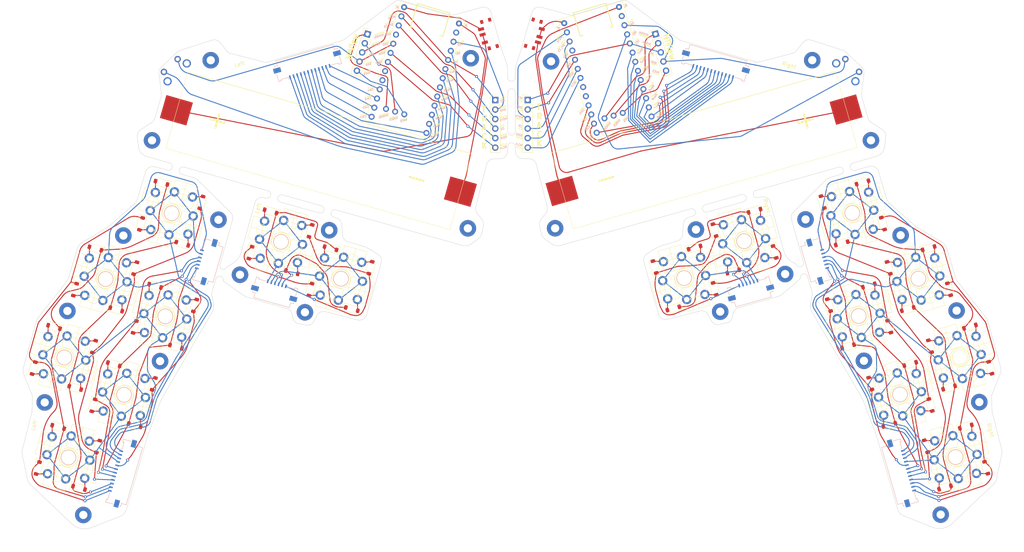
<source format=kicad_pcb>
(kicad_pcb (version 20221018) (generator pcbnew)
  (layers (0 "F.Cu" signal) (31 "B.Cu" signal) (34 "B.Paste" user) (35 "F.Paste" user) (36 "B.SilkS" user "B.Silkscreen") (37 "F.SilkS" user "F.Silkscreen") (38 "B.Mask" user) (39 "F.Mask" user) (44 "Edge.Cuts" user))
  (net 0 "")
  (net 1 "Row1")
  (net 2 "Row2")
  (net 3 "Row3")
  (net 4 "Row4")
  (net 5 "Row5")
  (net 6 "Row6")
  (net 7 "Row7")
  (net 8 "Row8")
  (net 9 "Col1")
  (net 10 "Col2")
  (net 11 "Col3")
  (net 12 "Col4")
  (net 13 "B+")
  (net 14 "B-")
  (net 15 "Reset")
  (net 16 "GND")
  (net 17 "diode1")
  (net 18 "diode2")
  (net 19 "diode3")
  (net 20 "diode4")
  (net 21 "diode5")
  (net 22 "diode6")
  (net 23 "diode7")
  (net 24 "diode8")
  (net 25 "diode9")
  (net 26 "diode10")
  (net 27 "diode11")
  (net 28 "diode12")
  (net 29 "diode13")
  (net 30 "diode14")
  (net 31 "diode15")
  (net 32 "diode16")
  (net 33 "diode17")
  (net 34 "diode18")
  (net 35 "diode19")
  (net 36 "diode20")
  (net 37 "diode21")
  (net 38 "diode22")
  (net 39 "diode23")
  (net 40 "diode24")
  (net 41 "diode25")
  (net 42 "diode26")
  (net 43 "diode27")
  (net 44 "diode28")
  (net 45 "diode29")
  (net 46 "diode30")
  (net 47 "diode31")
  (net 48 "diode32")
  (net 49 "vcc")
  (net 50 "SCLK")
  (net 51 "MOTN")
  (net 52 "SPI_CS")
  (net 53 "SDIO")
  (net 54 "NVMOSI")
  (net 55 "NVSCK")
  (net 56 "NVCS")
  (footprint "Diode_SMD:D_SOD-123" (layer "F.Cu") (at 386.973524 151.162943 106)
    (fp_text reference "REF**" hide)
    (fp_text value "D_SOD-123")
  )
  (footprint "MountingHole:MountingHole_2.2mm_M2_Pad" (layer "F.Cu") (at 387.156775 86.268371)
    (fp_text reference "REF**" hide)
    (fp_text value "MountingHole_2.2mm_M2_Pad")
  )
  (footprint "Diode_SMD:D_SOD-123" (layer "F.Cu") (at 375.962112 130.23861 106)
    (fp_text reference "REF**" hide)
    (fp_text value "D_SOD-123")
  )
  (footprint "Button_Switch_THT:Micro mini huano 2 pin" (layer "F.Cu") (at 177.19499 147.342343 74)
    (fp_text reference "REF**" hide)
    (fp_text value "Micro mini huano 2 pin")
  )
  (footprint "Button_Switch_THT:Micro mini huano 2 pin" (layer "F.Cu") (at 202.237246 128.188209 164)
    (fp_text reference "REF**" hide)
    (fp_text value "Micro mini huano 2 pin")
  )
  (footprint "MountingHole:MountingHole_2.2mm_M2_Pad" (layer "F.Cu") (at 409.984993 131.690223)
    (fp_text reference "REF**" hide)
    (fp_text value "MountingHole_2.2mm_M2_Pad")
  )
  (footprint "Connector_PinHeader_2.54mm:PinHeader_1x05_P2.54mm_Vertical" (layer "F.Cu") (at 329.746775 57.918371 16)
    (fp_text reference "REF**" hide)
    (fp_text value "PinHeader_1x05_P2.54mm_Vertical" hide)
  )
  (footprint "Diode_SMD:D_SOD-123" (layer "F.Cu") (at 397.614277 145.905293 16)
    (fp_text reference "REF**" hide)
    (fp_text value "D_SOD-123")
  )
  (footprint "MountingHole:MountingHole_2.2mm_M2_Pad" (layer "F.Cu") (at 166.937915 156.195736)
    (fp_text reference "REF**" hide)
    (fp_text value "MountingHole_2.2mm_M2_Pad")
  )
  (footprint "MountingHole:MountingHole_2.2mm_M2_Pad" (layer "F.Cu") (at 236.292025 132.148515)
    (fp_text reference "REF**" hide)
    (fp_text value "MountingHole_2.2mm_M2_Pad")
  )
  (footprint "Diode_SMD:D_SOD-123" (layer "F.Cu") (at 175.06 152.31 -16)
    (fp_text reference "REF**" hide)
    (fp_text value "D_SOD-123")
  )
  (footprint "Diode_SMD:D_SOD-123" (layer "F.Cu") (at 201.916715 141.344599 -16)
    (fp_text reference "REF**" hide)
    (fp_text value "D_SOD-123")
  )
  (footprint "Diode_SMD:D_SOD-123" (layer "F.Cu") (at 221.776931 116.235673 -105.62)
    (fp_text reference "REF**" hide)
    (fp_text value "D_SOD-123")
  )
  (footprint "Button_Switch_THT:Micro mini huano 2 pin" (layer "F.Cu") (at 342.417021 119.904147 -74.38)
    (fp_text reference "REF**" hide)
    (fp_text value "Micro mini huano 2 pin")
  )
  (footprint "Button_Switch_THT:Micro mini huano 2 pin" (layer "F.Cu") (at 167.130356 141.05326 -106)
    (fp_text reference "REF**" hide)
    (fp_text value "Micro mini huano 2 pin")
  )
  (footprint "Button_Switch_THT:Micro mini huano 2 pin" (layer "F.Cu") (at 348.295139 116.285077 105.62)
    (fp_text reference "REF**" hide)
    (fp_text value "Micro mini huano 2 pin")
  )
  (footprint "Button_Switch_THT:Micro mini huano 2 pin" (layer "F.Cu") (at 234.970172 116.463364 74.38)
    (fp_text reference "REF**" hide)
    (fp_text value "Micro mini huano 2 pin")
  )
  (footprint "Diode_SMD:D_SOD-123" (layer "F.Cu") (at 412.43918 162.627346 16)
    (fp_text reference "REF**" hide)
    (fp_text value "D_SOD-123")
  )
  (footprint "Diode_SMD:D_SOD-123" (layer "F.Cu") (at 361.48838 116.057387 -74.38)
    (fp_text reference "REF**" hide)
    (fp_text value "D_SOD-123")
  )
  (footprint "Button_Switch_THT:Micro mini huano 2 pin" (layer "F.Cu") (at 240.848289 120.082435 -105.62)
    (fp_text reference "REF**" hide)
    (fp_text value "Micro mini huano 2 pin")
  )
  (footprint "Button_Switch_THT:Micro mini huano 2 pin" (layer "F.Cu") (at 194.060386 130.075986 -106)
    (fp_text reference "REF**" hide)
    (fp_text value "Micro mini huano 2 pin")
  )
  (footprint "Button_Switch_THT:Micro mini huano 2 pin" (layer "F.Cu") (at 178.141767 120.128929 -106)
    (fp_text reference "REF**" hide)
    (fp_text value "Micro mini huano 2 pin")
  )
  (footprint "Diode_SMD:D_SOD-123" (layer "F.Cu") (at 196.367158 125.070974 164)
    (fp_text reference "REF**" hide)
    (fp_text value "D_SOD-123")
  )
  (footprint "Diode_SMD:D_SOD-123" (layer "F.Cu") (at 407.955061 126.012811 -74)
    (fp_text reference "REF**" hide)
    (fp_text value "D_SOD-123")
  )
  (footprint "Button_Switch_THT:Micro mini huano 2 pin" (layer "F.Cu") (at 388.909635 129.985973 -74)
    (fp_text reference "REF**" hide)
    (fp_text value "Micro mini huano 2 pin")
  )
  (footprint "Diode_SMD:D_SOD-123" (layer "F.Cu") (at 392.064719 162.17892 -164)
    (fp_text reference "REF**" hide)
    (fp_text value "D_SOD-123")
  )
  (footprint "Button_Switch_THT:Micro mini huano 2 pin" (layer "F.Cu") (at 415.839667 140.963248 -74)
    (fp_text reference "REF**" hide)
    (fp_text value "Micro mini huano 2 pin")
  )
  (footprint "Diode_SMD:D_SOD-123" (layer "F.Cu") (at 403.047854 156.884202 -74)
    (fp_text reference "REF**" hide)
    (fp_text value "D_SOD-123")
  )
  (footprint "Diode_SMD:D_SOD-123" (layer "F.Cu") (at 180.448539 115.123916 164)
    (fp_text reference "REF**" hide)
    (fp_text value "D_SOD-123")
  )
  (footprint "Button_Switch_THT:Micro mini huano 2 pin" (layer "F.Cu") (at 249.012449 118.140469 164.38)
    (fp_text reference "REF**" hide)
    (fp_text value "Micro mini huano 2 pin")
  )
  (footprint "Diode_SMD:D_SOD-123" (layer "F.Cu") (at 165.097263 173.696268 -106)
    (fp_text reference "REF**" hide)
    (fp_text value "D_SOD-123")
  )
  (footprint "Library:SuperMini nrf52840" (layer "F.Cu") (at 304.935583 67.031079 -73.5)
    (fp_text reference "REF**" hide)
    (fp_text value "SuperMini nrf52840" hide)
  )
  (footprint "Diode_SMD:D_SOD-123" (layer "F.Cu") (at 390.347551 108.478035 -74)
    (fp_text reference "REF**" hide)
    (fp_text value "D_SOD-123")
  )
  (footprint "Diode_SMD:D_SOD-123" (layer "F.Cu") (at 401.798427 167.884996 106)
    (fp_text reference "REF**" hide)
    (fp_text value "D_SOD-123")
  )
  (footprint "Library:mouse-bite-2mm-slot" (layer "F.Cu") (at 228.117453 101.245874 -15.8)
    (fp_text reference "mouse-bite-2mm-slot" hide)
    (fp_text value "VAL**" hide)
    (fp_arc (start -2 -1) (mid -1 0) (end -2 1) (stroke (width 0.1)) (layer "Edge.Cuts"))
    (fp_arc (start 2 1) (mid 1 0) (end 2 -1) (stroke (width 0.1)) (layer "Edge.Cuts"))
  )
  (footprint "Button_Switch_THT:Micro mini huano 2 pin" (layer "F.Cu") (at 380.732776 128.098196 16)
    (fp_text reference "REF**" hide)
    (fp_text value "Micro mini huano 2 pin")
  )
  (footprint "Diode_SMD:D_SOD-123" (layer "F.Cu") (at 190.93358 136.049882 -106)
    (fp_text reference "REF**" hide)
    (fp_text value "D_SOD-123")
  )
  (footprint "Button_Switch_THT:Micro mini huano 2 pin" (layer "F.Cu") (at 193.11361 157.289402 74)
    (fp_text reference "REF**" hide)
    (fp_text value "Micro mini huano 2 pin")
  )
  (footprint "MountingHole:MountingHole_2.2mm_M2_Pad" (layer "F.Cu") (at 385.280483 145.087335)
    (fp_text reference "REF**" hide)
    (fp_text value "MountingHole_2.2mm_M2_Pad")
  )
  (footprint "MountingHole:MountingHole_2.2mm_M2_Pad" (layer "F.Cu") (at 301.89 65.2)
    (fp_text reference "REF**" hide)
    (fp_text value "MountingHole_2.2mm_M2_Pad")
  )
  (footprint "Connector_PinHeader_2.54mm:PinHeader_1x05_P2.54mm_Vertical" (layer "F.Cu") (at 252.949068 57.934211 -16)
    (fp_text reference "REF**" hide)
    (fp_text value "PinHeader_1x05_P2.54mm_Vertical")
  )
  (footprint "MountingHole:MountingHole_2.2mm_M2_Pad" (layer "F.Cu") (at 416.032107 156.105723)
    (fp_text reference "REF**" hide)
    (fp_text value "MountingHole_2.2mm_M2_Pad")
  )
  (footprint "MountingHole:MountingHole_2.2mm_M2_Pad" (layer "F.Cu") (at 346.973284 131.97023)
    (fp_text reference "REF**" hide)
    (fp_text value "MountingHole_2.2mm_M2_Pad")
  )
  (footprint "Button_Switch_THT:Micro mini huano 2 pin" (layer "F.Cu") (at 226.806015 118.405329 -15.62)
    (fp_text reference "REF**" hide)
    (fp_text value "Micro mini huano 2 pin")
  )
  (footprint "Library:mouse-bite-2mm-slot" (layer "F.Cu") (at 201.874126 93.827453 -15.8)
    (fp_text reference "mouse-bite-2mm-slot" hide)
    (fp_text value "VAL**" hide)
    (fp_arc (start -2 -1) (mid -1 0) (end -2 1) (stroke (width 0.1)) (layer "Edge.Cuts"))
    (fp_arc (start 2 1) (mid 1 0) (end 2 -1) (stroke (width 0.1)) (layer "Edge.Cuts"))
  )
  (footprint "Library:mouse-bite-2mm-slot" (layer "F.Cu") (at 341.304126 104.972547 15.8)
    (fp_text reference "mouse-bite-2mm-slot" hide)
    (fp_text value "VAL**" hide)
    (fp_arc (start -2 -1) (mid -1 0) (end -2 1) (stroke (width 0.1)) (layer "Edge.Cuts"))
    (fp_arc (start 2 1) (mid 1 0) (end 2 -1) (stroke (width 0.1)) (layer "Edge.Cuts"))
  )
  (footprint "Diode_SMD:D_SOD-123" (layer "F.Cu") (at 374.27322 102.756775 106)
    (fp_text reference "REF**" hide)
    (fp_text value "D_SOD-123")
  )
  (footprint "Button_Switch_THT:Micro mini huano 2 pin" (layer "F.Cu") (at 387.220743 102.504137 -74)
    (fp_text reference "REF**" hide)
    (fp_text value "Micro mini huano 2 pin")
  )
  (footprint "Button_Switch_THT:Micro mini huano 2 pin" (layer "F.Cu") (at 178.288707 174.011454 74)
    (fp_text reference "REF**" hide)
    (fp_text value "Micro mini huano 2 pin")
  )
  (footprint "Diode_SMD:D_SOD-123" (layer "F.Cu") (at 396.971927 131.307528 -164)
    (fp_text reference "REF**" hide)
    (fp_text value "D_SOD-123")
  )
  (footprint "MountingHole:MountingHole_2.2mm_M2_Pad" (layer "F.Cu") (at 195.539068 86.284211)
    (fp_text reference "REF**" hide)
    (fp_text value "MountingHole_2.2mm_M2_Pad")
  )
  (footprint "Diode_SMD:D_SOD-123" (layer "F.Cu") (at 340.143495 114.883947 15.62)
    (fp_text reference "REF**" hide)
    (fp_text value "D_SOD-123")
  )
  (footprint "Diode_SMD:D_SOD-123" (layer "F.Cu") (at 350.47037 121.279147 -164.38)
    (fp_text reference "REF**" hide)
    (fp_text value "D_SOD-123")
  )
  (footprint "Button_Switch_THT:Micro mini huano 2 pin" (layer "F.Cu") (at 387.021858 138.162831 -164)
    (fp_text reference "REF**" hide)
    (fp_text value "Micro mini huano 2 pin")
  )
  (footprint "Diode_SMD:D_SOD-123" (layer "F.Cu") (at 227.137573 105.220969 164.38)
    (fp_text reference "REF**" hide)
    (fp_text value "D_SOD-123")
  )
  (footprint "Library:on-off smd" (layer "F.Cu") (at 303.839804 58.286929 74)
    (fp_text reference "REF**" hide)
    (fp_text value "on-off smd" hide)
    (fp_circle (center -2.93 -6.52) (end -2.53 -6.52) (stroke (width 0.05)) (fill none) (layer "Edge.Cuts"))
    (fp_circle (center 0.07 -6.52) (end 0.47 -6.52) (stroke (width 0.05)) (fill none) (layer "Edge.Cuts"))
  )
  (footprint "Diode_SMD:D_SOD-123" (layer "F.Cu") (at 248.779181 131.298696 -15.62)
    (fp_text reference "REF**" hide)
    (fp_text value "D_SOD-123")
  )
  (footprint "MountingHole:MountingHole_2.2mm_M2_Pad" (layer "F.Cu") (at 369.720078 107.372208)
    (fp_text reference "REF**" hide)
    (fp_text value "MountingHole_2.2mm_M2_Pad")
  )
  (footprint "Diode_SMD:D_SOD-123" (layer "F.Cu") (at 379.364416 113.772752 -164)
    (fp_text reference "REF**" hide)
    (fp_text value "D_SOD-123")
  )
  (footprint "MountingHole:MountingHole_2.2mm_M2_Pad" (layer "F.Cu") (at 364.278762 121.949643)
    (fp_text reference "REF**" hide)
    (fp_text value "MountingHole_2.2mm_M2_Pad")
  )
  (footprint "Library:on-off smd" (layer "F.Cu") (at 279.604253 61.078532 -74)
    (fp_text reference "REF**" hide)
    (fp_text value "on-off smd")
    (fp_circle (center -2.93 -6.52) (end -2.53 -6.52) (stroke (width 0.05)) (fill none) (layer "Edge.Cuts"))
    (fp_circle (center 0.07 -6.52) (end 0.47 -6.52) (stroke (width 0.05)) (fill none) (layer "Edge.Cuts"))
  )
  (footprint "Button_Switch_THT:Micro mini huano 2 pin" (layer "F.Cu") (at 184.936751 159.177177 -16)
    (fp_text reference "REF**" hide)
    (fp_text value "Micro mini huano 2 pin")
  )
  (footprint "Diode_SMD:D_SOD-123" (layer "F.Cu") (at 381.053306 141.254587 -164)
    (fp_text reference "REF**" hide)
    (fp_text value "D_SOD-123" hide)
  )
  (footprint "Button_Switch_THT:Micro mini huano 2 pin" (layer "F.Cu") (at 414.745951 167.632358 -74)
    (fp_text reference "REF**" hide)
    (fp_text value "Micro mini huano 2 pin")
  )
  (footprint "MountingHole:MountingHole_2.2mm_M2_Pad" (layer "F.Cu") (at 340.507045 110.080747)
    (fp_text reference "REF**" hide)
    (fp_text value "MountingHole_2.2mm_M2_Pad")
  )
  (footprint "Diode_SMD:D_SOD-123" (layer "F.Cu") (at 392.036442 135.959869 -74)
    (fp_text reference "REF**" hide)
    (fp_text value "D_SOD-123")
  )
  (footprint "Button_Switch_THT:Micro mini huano 2 pin" (layer "F.Cu") (at 224.864049 110.24117 -105.62)
    (fp_text reference "REF**" hide)
    (fp_text value "Micro mini huano 2 pin")
  )
  (footprint "Button_Switch_THT:Micro mini huano 2 pin" (layer "F.Cu") (at 396.651396 118.151139 16)
    (fp_text reference "REF**" hide)
    (fp_text value "Micro mini huano 2 pin")
  )
  (footprint "Button_Switch_THT:Micro mini huano 2 pin" (layer "F.Cu") (at 205.813914 108.883233 74)
    (fp_text reference "REF**" hide)
    (fp_text value "Micro mini huano 2 pin")
  )
  (footprint "Diode_SMD:D_SOD-123" (layer "F.Cu") (at 169.437127 136.048249 164)
    (fp_text reference "REF**" hide)
    (fp_text value "D_SOD-123")
  )
  (footprint "MountingHole:MountingHole_2.2mm_M2_Pad" (layer "F.Cu") (at 211.189068 64.904211)
    (fp_text reference "REF**" hide)
    (fp_text value "MountingHole_2.2mm_M2_Pad")
  )
  (footprint "Button_Switch_THT:Micro mini huano 2 pin" (layer "F.Cu") (at 377.156109 108.793219 106)
    (fp_text reference "REF**" hide)
    (fp_text value "Micro mini huano 2 pin")
  )
  (footprint "Button_Switch_THT:Micro mini huano 2 pin" (layer "F.Cu") (at 394.763621 126.327996 106)
    (fp_text reference "REF**" hide)
    (fp_text value "Micro mini huano 2 pin")
  )
  (footprint "Diode_SMD:D_SOD-123" (layer "F.Cu") (at 237.761171 126.076938 -105.62)
    (fp_text reference "REF**" hide)
    (fp_text value "D_SOD-123")
  )
  (footprint "Diode_SMD:D_SOD-123" (layer "F.Cu") (at 176.080401 178.990985 -16)
    (fp_text reference "REF**" hide)
    (fp_text value "D_SOD-123")
  )
  (footprint "Button_Switch_THT:Micro mini huano 2 pin" (layer "F.Cu") (at 350.237104 108.120919 15.62)
    (fp_text reference "REF**" hide)
    (fp_text value "Micro mini huano 2 pin")
  )
  (footprint "Button_Switch_THT:Micro mini huano 2 pin" (layer "F.Cu") (at 242.790254 128.246593 -15.62)
    (fp_text reference "REF**" hide)
    (fp_text value "Micro mini huano 2 pin")
  )
  (footprint "Button_Switch_THT:Micro mini huano 2 pin" (layer "F.Cu") (at 406.569092 165.744581 16)
    (fp_text reference "REF**" hide)
    (fp_text value "Micro mini huano 2 pin")
  )
  (footprint "MountingHole:MountingHole_2.2mm_M2_Pad" (layer "F.Cu") (at 279.719068 109.744211)
    (fp_text reference "REF**" hide)
    (fp_text value "MountingHole_2.2mm_M2_Pad")
  )
  (footprint "MountingHole:MountingHole_2.2mm_M2_Pad" (layer "F.Cu") (at 395.067411 111.591261)
    (fp_text reference "REF**" hide)
    (fp_text value "MountingHole_2.2mm_M2_Pad")
  )
  (footprint "Library:mouse-bite-2mm-slot" (layer "F.Cu") (at 368.748194 120.963706 105.86)
    (fp_text reference "mouse-bite-2mm-slot" hide)
    (fp_text value "VAL**" hide)
    (fp_arc (start -2 -1) (mid -1 0) (end -2 1) (stroke (width 0.1)) (layer "Edge.Cuts"))
    (fp_arc (start 2 1) (mid 1 0) (end 2 -1) (stroke (width 0.1)) (layer "Edge.Cuts"))
  )
  (footprint "Button_Switch_THT:Micro mini huano 2 pin" (layer "F.Cu") (at 358.401263 110.062885 -74.38)
    (fp_text reference "REF**" hide)
    (fp_text value "Micro mini huano 2 pin")
  )
  (footprint "MountingHole:MountingHole_2.2mm_M2_Pad" (layer "F.Cu") (at 172.98503 131.780237)
    (fp_text reference "REF**" hide)
    (fp_text value "MountingHole_2.2mm_M2_Pad")
  )
  (footprint "Diode_SMD:D_SOD-123" (layer "F.Cu") (at 207.007911 130.328623 74)
    (fp_text reference "REF**" hide)
    (fp_text value "D_SOD-123")
  )
  (footprint "Button_Switch_THT:Micro mini huano 2 pin" (layer "F.Cu") (at 378.844999 136.275055 106)
    (fp_text reference "REF**" hide)
    (fp_text value "Micro mini huano 2 pin")
  )
  (footprint "Button_Switch_THT:Micro mini huano 2 pin" (layer "F.Cu") (at 385.332968 110.680996 -164)
    (fp_text reference "REF**" hide)
    (fp_text value "Micro mini huano 2 pin")
  )
  (footprint "Button_Switch_THT:Micro mini huano 2 pin" (layer "F.Cu") (at 398.033271 159.087163 -164)
    (fp_text reference "REF**" hide)
    (fp_text value "Micro mini huano 2 pin")
  )
  (footprint "MountingHole:MountingHole_2.2mm_M2_Pad" (layer "F.Cu") (at 187.902611 111.681276)
    (fp_text reference "REF**" hide)
    (fp_text value "MountingHole_2.2mm_M2_Pad")
  )
  (footprint "Library:mouse-bite-2mm-slot" (layer "F.Cu") (at 291.336775 71.518371 90)
    (fp_text reference "mouse-bite-2mm-slot" hide)
    (fp_text value "VAL**" hide)
    (fp_arc (start -2 -1) (mid -1 0) (end -2 1) (stroke (width 0.1)) (layer "Edge.Cuts"))
    (fp_arc (start 2 1) (mid 1 0) (end 2 -1) (stroke (width 0.1)) (layer "Edge.Cuts"))
  )
  (footprint "Diode_SMD:D_SOD-123" (layer "F.Cu") (at 192.622469 108.568049 -106)
    (fp_text reference "REF**" hide)
    (fp_text value "D_SOD-123")
  )
  (footprint "Diode_SMD:D_SOD-123" (layer "F.Cu") (at 243.121818 115.062233 164.38)
    (fp_text reference "REF**" hide)
    (fp_text value "D_SOD-123")
  )
  (footprint "Button_Switch_THT:Micro mini huano 2 pin" (layer "F.Cu") (at 176.400932 165.834596 164)
    (fp_text reference "REF**" hide)
    (fp_text value "Micro mini huano 2 pin")
  )
  (footprint "Connector_PinHeader_2.54mm:PinHeader_1x06_P2.54mm_Vertical" (layer "F.Cu") (at 287.029068 75.524211)
    (fp_text reference "REF**" hide)
    (fp_text value "PinHeader_1x06_P2.54mm_Vertical" hide)
  )
  (footprint "Diode_SMD:D_SOD-123" (layer "F.Cu") (at 391.880731 120.291552 106)
    (fp_text reference "REF**" hide)
    (fp_text value "D_SOD-123")
  )
  (footprint "Button_Switch_THT:Micro mini huano 2 pin" (layer "F.Cu") (at 405.775032 147.25233 106)
    (fp_text reference "REF**" hide)
    (fp_text value "Micro mini huano 2 pin")
  )
  (footprint "MountingHole:MountingHole_2.2mm_M2_Pad" (layer "F.Cu") (at 280.499068 64.374211)
    (fp_text reference "REF**" hide)
    (fp_text value "MountingHole_2.2mm_M2_Pad")
  )
  (footprint "Diode_SMD:D_SOD-123" (layer "F.Cu") (at 402.892144 141.215885 106)
    (fp_text reference "REF**" hide)
    (fp_text value "D_SOD-123")
  )
  (footprint "Library:Battery Holder 18650x1" (layer "F.Cu") (at 341.446344 88.871219 16)
    (fp_text reference "REF**" hide)
    (fp_text value "Battery Holder 18650x1")
  )
  (footprint "Library:mouse-bite-2mm-slot" (layer "F.Cu") (at 291.346775 85.918371 90)
    (fp_text reference "mouse-bite-2mm-slot" hide)
    (fp_text value "VAL**" hide)
    (fp_arc (start -2 -1) (mid -1 0) (end -2 1) (stroke (width 0.1)) (layer "Edge.Cuts"))
    (fp_arc (start 2 1) (mid 1 0) (end 2 -1) (stroke (width 0.1)) (layer "Edge.Cuts"))
  )
  (footprint "Button_Switch_THT:Micro mini huano 2 pin" (layer "F.Cu") (at 402.940478 128.215773 -164)
    (fp_text reference "REF**" hide)
    (fp_text value "Micro mini huano 2 pin")
  )
  (footprint "Diode_SMD:D_SOD-123" (layer "F.Cu") (at 195.996499 151.252957 74)
    (fp_text reference "REF**" hide)
    (fp_text value "D_SOD-123")
  )
  (footprint "Button_Switch_THT:Micro mini huano 2 pin" (layer "F.Cu") (at 379.043887 100.616361 16)
    (fp_text reference "REF**" hide)
    (fp_text value "Micro mini huano 2 pin")
  )
  (footprint "Library:mouse-bite-2mm-slot" (layer "F.Cu") (at 380.712547 93.845874 15.8)
    (fp_text reference "mouse-bite-2mm-slot" hide)
    (fp_text value "VAL**" hide)
    (fp_arc (start -2 -1) (mid -1 0) (end -2 1) (stroke (width 0.1)) (layer "Edge.Cuts"))
    (fp_arc (start 2 1) (mid 1 0) (end 2 -1) (stroke (width 0.1)) (layer "Edge.Cuts"))
  )
  (footprint "Diode_SMD:D_SOD-123" (layer "F.Cu") (at 185.355745 145.995307 164)
    (fp_text reference "REF**" hide)
    (fp_text value "D_SOD-123")
  )
  (footprint "Diode_SMD:D_SOD-123" (layer "F.Cu") (at 418.966474 146.937144 -74)
    (fp_text reference "REF**" hide)
    (fp_text value "D_SOD-123")
  )
  (footprint "Diode_SMD:D_SOD-123" (layer "F.Cu") (at 384.913973 97.499126 16)
    (fp_text reference "REF**" hide)
    (fp_text value "D_SOD-123")
  )
  (footprint "Diode_SMD:D_SOD-123" (layer "F.Cu") (at 198.056049 97.589139 164)
    (fp_text reference "REF**" hide)
    (fp_text value "D_SOD-123")
  )
  (footprint "Diode_SMD:D_SOD-123" (layer "F.Cu") (at 181.171594 167.97501 74)
    (fp_text reference "REF**" hide)
    (fp_text value "D_SOD-123")
  )
  (footprint "Diode_SMD:D_SOD-123" (layer "F.Cu") (at 237.812965 110.407933 74.38)
    (fp_text reference "REF**" hide)
    (fp_text value "D_SOD-123")
  )
  (footprint "Button_Switch_THT:Micro mini huano 2 pin" (layer "F.Cu") (at 183.048976 151.000319 -106)
    (fp_text reference "REF**" hide)
    (fp_text value "Micro mini huano 2 pin")
  )
  (footprint "Button_Switch_THT:Micro mini huano 2 pin" (layer "F.Cu") (at 404.828255 120.038915 -74)
    (fp_text reference "REF**" hide)
    (fp_text value "Micro mini huano 2 pin")
  )
  (footprint "MountingHole:MountingHole_2.2mm_M2_Pad" (layer "F.Cu") (at 197.68954 145.177349)
    (fp_text reference "REF**" hide)
    (fp_text value "MountingHole_2.2mm_M2_Pad")
  )
  (footprint "Library:mouse-bite-2mm-slot" (layer "F.Cu") (at 214.065513 121.596955 74.08)
    (fp_text reference "mouse-bite-2mm-slot" hide)
    (fp_text value "VAL**" hide)
    (fp_arc (start -2 -1) (mid -1 0) (end -2 1) (stroke (width 0.1)) (layer "Edge.Cuts"))
    (fp_arc (start 2 1) (mid 1 0) (end 2 -1) (stroke (width 0.1)) (layer "Edge.Cuts"))
  )
  (footprint "Diode_SMD:D_SOD-123" (layer "F.Cu") (at 208.696802 102.846789 74)
    (fp_text reference "REF**" hide)
    (fp_text value "D_SOD-123")
  )
  (footprint "Diode_SMD:D_SOD-123" (layer "F.Cu") (at 356.127736 105.042684 15.62)
    (fp_text reference "REF**" hide)
    (fp_text value "D_SOD-123")
  )
  (footprint "Diode_SMD:D_SOD-123" (layer "F.Cu") (at 191.089292 120.381566 74)
    (fp_text reference "REF**" hide)
    (fp_text value "D_SOD-123")
  )
  (footprint "Button_Switch_THT:Micro mini huano 2 pin" (layer "F.Cu") (at 186.318625 118.241152 164)
    (fp_text reference "REF**" hide)
    (fp_text value "Micro mini huano 2 pin")
  )
  (footprint "Diode_SMD:D_SOD-123" (layer "F.Cu") (at 203.605606 113.862766 -16)
    (fp_text reference "REF**" hide)
    (fp_text value "D_SOD-123")
  )
  (footprint "Button_Switch_THT:Micro mini huano 2 pin" (layer "F.Cu") (at 170.111849 175.899232 -16)
    (fp_text reference "REF**" hide)
    (fp_text value "Micro mini huano 2 pin")
  )
  (footprint "Button_Switch_THT:Micro mini huano 2 pin" (layer "F.Cu") (at 404.681315 173.921439 106)
    (fp_text reference "REF**" hide)
    (fp_text value "Micro mini huano 2 pin")
  )
  (footprint "Library:mouse-bite-2mm-slot" (layer "F.Cu") (at 354.852547 101.145874 15.8)
    (fp_text reference "mouse-bite-2mm-slot" hide)
    (fp_text value "VAL**" hide)
    (fp_arc (start -2 -1) (mid -1 0) (end -2 1) (stroke (width 0.1)) (layer "Edge.Cuts"))
    (fp_arc (start 2 1) (mid 1 0) (end 2 -1) (stroke (width 0.1)) (layer "Edge.Cuts"))
  )
  (footprint "Library:tactile button angled 3x6x4.3" (layer "F.Cu") (at 202.244054 68.141368 43)
    (fp_text reference "REF**" hide)
    (fp_text value "tactile button angled 3x6x4.3")
  )
  (footprint "Button_Switch_THT:Micro mini huano 2 pin" (layer "F.Cu") (at 250.954416 126.304627 74.38)
    (fp_text reference "REF**" hide)
    (fp_text value "Micro mini huano 2 pin")
  )
  (footprint "Diode_SMD:D_SOD-123" (layer "F.Cu") (at 386.602864 124.98096 16)
    (fp_text reference "REF**" hide)
    (fp_text value "D_SOD-123")
  )
  (footprint "Diode_SMD:D_SOD-123" (layer "F.Cu") (at 334.48613 131.12041 -164.38)
    (fp_text reference "REF**" hide)
    (fp_text value "D_SOD-123")
  )
  (footprint "Diode_SMD:D_SOD-123" (layer "F.Cu") (at 407.983338 152.231861 -164)
    (fp_text reference "REF**" hide)
    (fp_text value "D_SOD-123")
  )
  (footprint "Diode_SMD:D_SOD-123" (layer "F.Cu") (at 179.922168 156.974216 -106)
    (fp_text reference "REF**" hide)
    (fp_text value "D_SOD-123")
  )
  (footprint "Button_Switch_THT:Micro mini huano 2 pin" (layer "F.Cu") (at 175.307213 139.165486 164)
    (fp_text reference "REF**" hide)
    (fp_text value "Micro mini huano 2 pin")
  )
  (footprint "Button_Switch_THT:Micro mini huano 2 pin" (layer "F.Cu") (at 399.921047 150.910305 -74)
    (fp_text reference "REF**" hide)
    (fp_text value "Micro mini huano 2 pin")
  )
  (footprint "Button_Switch_THT:Micro mini huano 2 pin" (layer "F.Cu") (at 195.948164 138.252844 -16)
    (fp_text reference "REF**" hide)
    (fp_text value "Micro mini huano 2 pin")
  )
  (footprint "Connector_PinHeader_2.54mm:PinHeader_1x06_P2.54mm_Vertical" (layer "F.Cu") (at 295.666775 75.508371)
    (fp_text reference "REF**" hide)
    (fp_text value "PinHeader_1x06_P2.54mm_Vertical" hide)
  )
  (footprint "Diode_SMD:D_SOD-123" (layer "F.Cu") (at 232.794941 121.457432 -15.62)
    (fp_text reference "REF**" hide)
    (fp_text value "D_SOD-123")
  )
  (footprint "Button_Switch_THT:Micro mini huano 2 pin" (layer "F.Cu") (at 169.018133 149.230119 -16)
    (fp_text reference "REF**" hide)
    (fp_text value "Micro mini huano 2 pin")
  )
  (footprint "Button_Switch_THT:Micro mini huano 2 pin" (layer "F.Cu") (at 204.125023 136.365068 74)
    (fp_text reference "REF**" hide)
    (fp_text value "Micro mini huano 2 pin")
  )
  (footprint "Button_Switch_THT:Micro mini huano 2 pin" (layer "F.Cu") (at 197.637055 110.77101 -16)
    (fp_text reference "REF**" hide)
    (fp_text value "Micro mini huano 2 pin")
  )
  (footprint "Diode_SMD:D_SOD-123" (layer "F.Cu") (at 345.504138 125.898651 -74.38)
    (fp_text reference "REF**" hide)
    (fp_text value "D_SOD-123")
  )
  (footprint "Diode_SMD:D_SOD-123" (layer "F.Cu") (at 170.530842 162.71736 164)
    (fp_text reference "REF**" hide)
    (fp_text value "D_SOD-123")
  )
  (footprint "Button_Switch_THT:Micro mini huano 2 pin" (layer "F.Cu") (at 191.225835 149.112542 164)
    (fp_text reference "REF**" hide)
    (fp_text value "Micro mini huano 2 pin")
  )
  (footprint "MountingHole:MountingHole_2.2mm_M2_Pad" (layer "F.Cu") (at 405.743068 186.118596)
    (fp_text reference "REF**" hide)
    (fp_text value "MountingHole_2.2mm_M2_Pad")
  )
  (footprint "Diode_SMD:D_SOD-123" (layer "F.Cu") (at 417.872757 173.606255 -74)
    (fp_text reference "REF**" hide)
    (fp_text value "D_SOD-123")
  )
  (footprint "Button_Switch_THT:Micro mini huano 2 pin" (layer "F.Cu") (at 356.459296 118.227044 -164.38)
    (fp_text reference "REF**" hide)
    (fp_text value "Micro mini huano 2 pin")
  )
  (footprint "Button_Switch_THT:Micro mini huano 2 pin" (layer "F.Cu") (at 413.95189 149.140105 -164)
    (fp_text reference "REF**" hide)
    (fp_text value "Micro mini huano 2 pin")
  )
  (footprint "Button_Switch_THT:Micro mini huano 2 pin" (layer "F.Cu") (at 407.662809 139.075471 16)
    (fp_text reference "REF**" hide)
    (fp_text value "Micro mini huano 2 pin")
  )
  (footprint "MountingHole:MountingHole_2.2mm_M2_Pad" (layer "F.Cu") (at 242.758265 110.259032)
    (fp_text reference "REF**" hide)
    (fp_text value "MountingHole_2.2mm_M2_Pad")
  )
  (footprint "Diode_SMD:D_SOD-123" (layer "F.Cu") (at 185.998097 131.397542 -16)
    (fp_text reference "REF**" hide)
    (fp_text value "D_SOD-123")
  )
  (footprint "Library:Battery Holder 18650x1" (layer "F.Cu") (at 238.86779 88.4201 -16)
    (fp_text reference "REF**" hide)
    (fp_text value "Battery Holder 18650x1")
  )
  (footprint "MountingHole:MountingHole_2.2mm_M2_Pad" (layer "F.Cu") (at 302.976775 109.728371)
    (fp_text reference "REF**" hide)
    (fp_text value "MountingHole_2.2mm_M2_Pad")
  )
  (footprint "MountingHole:MountingHole_2.2mm_M2_Pad" (layer "F.Cu") (at 213.249945 107.462222)
    (fp_text reference "REF**" hide)
    (fp_text value "MountingHole_2.2mm_M2_Pad")
  )
  (footprint "Diode_SMD:D_SOD-123" (layer "F.Cu") (at 164.003549 147.027158 -106)
    (fp_text reference "REF**" hide)
    (fp_text value "D_SOD-123")
  )
  (footprint "Button_Switch_THT:Micro mini huano 2 pin" (layer "F.Cu") (at 332.310897 126.126342 105.62)
    (fp_text reference "REF**" hide)
    (fp_text value "Micro mini huano 2 pin")
  )
  (footprint "Button_Switch_THT:Micro mini huano 2 pin" (layer "F.Cu") (at 188.206402 126.41801 74)
    (fp_text reference "REF**" hide)
    (fp_text value "Micro mini huano 2 pin")
  )
  (footprint "MountingHole:MountingHole_2.2mm_M2_Pad" (layer "F.Cu") (at 371.506775 64.888371)
    (fp_text reference "REF**" hide)
    (fp_text value "MountingHole_2.2mm_M2_Pad")
  )
  (footprint "Button_Switch_THT:Micro mini huano 2 pin" (layer "F.Cu") (at 340.475054 128.068305 -164.38)
    (fp_text reference "REF**" hide)
    (fp_text value "Micro mini huano 2 pin")
  )
  (footprint "MountingHole:MountingHole_2.2mm_M2_Pad" (layer "F.Cu") (at 218.986549 122.127927)
    (fp_text reference "REF**" hide)
    (fp_text value "MountingHole_2.2mm_M2_Pad")
  )
  (footprint "Button_Switch_THT:Micro mini huano 2 pin" (layer "F.Cu") (at 334.252864 117.962183 15.62)
    (fp_text reference "REF**" hide)
    (fp_text value "Micro mini huano 2 pin")
  )
  (footprint "Diode_SMD:D_SOD-123" (layer "F.Cu") (at 175.014961 126.102825 -106)
    (fp_text reference "REF**" hide)
    (fp_text value "D_SOD-123")
  )
  (footprint "Library:SuperMini nrf52840" (layer "F.Cu") (at 255.797154 60.58197 -106.5)
    (fp_text reference "REF**" hide)
    (fp_text value "SuperMini nrf52840" hide)
  )
  (footprint "Button_Switch_THT:Micro mini huano 2 pin" (layer "F.Cu") (at 389.856412 157.199387 106)
    (fp_text reference "REF**" hide)
    (fp_text value "Micro mini huano 2 pin")
  )
  (footprint "Diode_SMD:D_SOD-123" (layer "F.Cu") (at 413.532896 135.958235 16)
    (fp_text reference "REF**" hide)
    (fp_text value "D_SOD-123")
  )
  (footprint "Diode_SMD:D_SOD-123" (layer "F.Cu") (at 329.468107 120.07091 105.62)
    (fp_text reference "REF**" hide)
    (fp_text value "D_SOD-123")
  )
  (footprint "Button_Switch_THT:Micro mini huano 2 pin" (layer "F.Cu") (at 391.744189 149.022528 16)
    (fp_text reference "REF**" hide)
    (fp_text value "Micro mini huano 2 pin")
  )
  (footprint "Diode_SMD:D_SOD-123" (layer "F.Cu") (at 402.521484 115.033902 16)
    (fp_text reference "REF**" hide)
    (fp_text value "D_SOD-123")
  )
  (footprint "Diode_SMD:D_SOD-123" (layer "F.Cu") (at 345.452348 110.229646 105.62)
    (fp_text reference "REF**" hide)
    (fp_text value "D_SOD-123")
  )
  (footprint "Diode_SMD:D_SOD-123" (layer "F.Cu") (at 406.889622 178.900973 -164)
    (fp_text reference "REF**" hide)
    (fp_text value "D_SOD-123")
  )
  (footprint "Button_Switch_THT:Micro mini huano 2 pin" (layer "F.Cu") (at 412.858174 175.809217 -164)
    (fp_text reference "REF**" hide)
    (fp_text value "Micro mini huano 2 pin")
  )
  (footprint "Button_Switch_THT:Micro mini huano 2 pin" (layer "F.Cu") (at 168.224073 167.722372 -106)
    (fp_text reference "REF**" hide)
    (fp_text value "Micro mini huano 2 pin")
  )
  (footprint "Button_Switch_THT:Micro mini huano 2 pin" (layer "F.Cu") (at 195.749279 102.594151 -106)
    (fp_text reference "REF**" hide)
    (fp_text value "Micro mini huano 2 pin")
  )
  (footprint "Library:mouse-bite-2mm-slot" (layer "F.Cu") (at 242.33 105.25 -15.8)
    (fp_text reference "mouse-bite-2mm-slot" hide)
    (fp_text value "VAL**" hide)
    (fp_arc (start -2 -1) (mid -1 0) (end -2 1) (stroke (width 0.1)) (layer "Edge.Cuts"))
    (fp_arc (start 2 1) (mid 1 0) (end 2 -1) (stroke (width 0.1)) (layer "Edge.Cuts"))
  )
  (footprint "Diode_SMD:D_SOD-123" (layer "F.Cu") (at 180.07788 141.305898 74)
    (fp_text reference "REF**" hide)
    (fp_text value "D_SOD-123")
  )
  (footprint "MountingHole:MountingHole_2.2mm_M2_Pad" (layer "F.Cu") (at 177.226955 186.208612)
    (fp_text reference "REF**" hide)
    (fp_text value "MountingHole_2.2mm_M2_Pad")
  )
  (footprint "Diode_SMD:D_SOD-123" (layer "F.Cu") (at 253.797204 120.249197 74.38)
    (fp_text reference "REF**" hide)
    (fp_text value "D_SOD-123")
  )
  (footprint "Button_Switch_THT:Micro mini huano 2 pin" (layer "F.Cu") (at 203.926136 100.706374 164)
    (fp_text reference "REF**" hide)
    (fp_text value "Micro mini huano 2 pin")
  )
  (footprint "Button_Switch_THT:Micro mini huano 2 pin" (layer "F.Cu") (at 233.028208 108.299205 164.38)
    (fp_text reference "REF**" hide)
    (fp_text value "Micro mini huano 2 pin")
  )
  (footprint "Button_Switch_THT:Micro mini huano 2 pin" (layer "F.Cu") (at 180.029544 128.305787 -16)
    (fp_text reference "REF**" hide)
    (fp_text value "Micro mini huano 2 pin")
  )
  (footprint "Diode_SMD:D_SOD-123" (layer "F.Cu") (at 190.905304 162.268933 -16)
    (fp_text reference "REF**" hide)
    (fp_text value "D_SOD-123")
  )
  (footprint "Connector_FFC-FPC:Molex_200528-0060_1x06-1MP_P1.00mm_Horizontal" (layer "B.Cu") (at 209.030192 118.254004 -106)
    (fp_text reference "REF**" hide)
    (fp_text value "Molex_200528-0060_1x06-1MP_P1.00mm_Horizontal")
  )
  (footprint "Connector_FFC-FPC:Molex_200528-0120_1x12-1MP_P1.00mm_Horizontal" (layer "B.Cu") (at 237.36256 67.049831 16)
    (fp_text reference "REF**" hide)
    (fp_text value "Molex_200528-0120_1x12-1MP_P1.00mm_Horizontal" hide)
  )
  (footprint "Connector_FFC-FPC:Molex_200528-0120_1x12-1MP_P1.00mm_Horizontal" (layer "B.Cu") (at 186.698345 174.712229 -106)
    (fp_text reference "REF**" hide)
    (fp_text value "Molex_200528-0120_1x12-1MP_P1.00mm_Horizontal")
  )
  (footprint "Library:tactile button angled 3x6x4.3" (layer "B.Cu") (at 380.451789 68.125528 137)
    (fp_text reference "REF**" hide)
    (fp_text value "tactile button angled 3x6x4.3")
  )
  (footprint "Connector_FFC-FPC:Molex_200528-0060_1x06-1MP_P1.00mm_Horizontal" (layer "B.Cu") (at 373.939831 118.16399 106)
    (fp_text reference "REF**" hide)
    (fp_text value "Molex_200528-0060_1x06-1MP_P1.00mm_Horizontal")
  )
  (footprint "Connector_FFC-FPC:Molex_200528-0060_1x06-1MP_P1.00mm_Horizontal" (layer "B.Cu") (at 228.556679 125.411908 164.38)
    (fp_text reference "REF**" hide)
    (fp_text value "Molex_200528-0060_1x06-1MP_P1.00mm_Horizontal")
  )
  (footprint "Connector_FFC-FPC:Molex_200528-0120_1x12-1MP_P1.00mm_Horizontal" (layer "B.Cu") (at 396.271678 174.622216 106)
    (fp_text reference "REF**" hide)
    (fp_text value "Molex_200528-0120_1x12-1MP_P1.00mm_Horizontal")
  )
  (footprint "Connector_FFC-FPC:Molex_200528-0060_1x06-1MP_P1.00mm_Horizontal" (layer "B.Cu") (at 354.708631 125.233622 -164.38)
    (fp_text reference "REF**" hide)
    (fp_text value "Molex_200528-0060_1x06-1MP_P1.00mm_Horizontal")
  )
  (footprint "Connector_FFC-FPC:Molex_200528-0120_1x12-1MP_P1.00mm_Horizontal" (layer "B.Cu") (at 345.333283 67.033991 -16)
    (fp_text reference "REF**" hide)
    (fp_text value "Molex_200528-0120_1x12-1MP_P1.00mm_Horizontal" hide)
  )
  (gr_circle (center 399.795937 123.183456) (end 398.736098 121.48736) (stroke (width 0.15)) (fill none) (layer "B.SilkS"))
  (gr_circle (center 200.781596 105.738692) (end 199.721758 107.434789) (stroke (width 0.15)) (fill none) (layer "B.SilkS"))
  (gr_circle (center 199.092704 133.220527) (end 198.032866 134.916622) (stroke (width 0.15)) (fill none) (layer "B.SilkS"))
  (gr_circle (center 353.348198 113.173981) (end 352.299633 111.470892) (stroke (width 0.15)) (fill none) (layer "B.SilkS"))
  (gr_circle (center 183.174084 123.273469) (end 182.114247 124.969565) (stroke (width 0.15)) (fill none) (layer "B.SilkS"))
  (gr_circle (center 229.917111 113.352267) (end 228.868545 115.055357) (stroke (width 0.15)) (fill none) (layer "B.SilkS"))
  (gr_circle (center 245.901351 123.193531) (end 244.852786 124.896619) (stroke (width 0.15)) (fill none) (layer "B.SilkS"))
  (gr_circle (center 409.713633 170.776899) (end 408.653795 169.080803) (stroke (width 0.15)) (fill none) (layer "B.SilkS"))
  (gr_circle (center 188.081294 154.14486) (end 187.021453 155.840956) (stroke (width 0.15)) (fill none) (layer "B.SilkS"))
  (gr_circle (center 173.256389 170.866913) (end 172.196551 172.56301) (stroke (width 0.15)) (fill none) (layer "B.SilkS"))
  (gr_circle (center 383.877317 133.130514) (end 382.817479 131.434417) (stroke (width 0.15)) (fill none) (layer "B.SilkS"))
  (gr_circle (center 382.188427 105.648678) (end 381.128588 103.952583) (stroke (width 0.15)) (fill none) (layer "B.SilkS"))
  (gr_circle (center 172.162673 144.197802) (end 171.102835 145.893898) (stroke (width 0.15)) (fill none) (layer "B.SilkS"))
  (gr_circle (center 337.363959 123.015243) (end 336.315393 121.312156) (stroke (width 0.15)) (fill none) (layer "B.SilkS"))
  (gr_circle (center 394.88873 154.054846) (end 393.828891 152.358749) (stroke (width 0.15)) (fill none) (layer "B.SilkS"))
  (gr_circle (center 183.174084 123.273469) (end 184.498882 121.153349) (stroke (width 0.15)) (fill none) (layer "F.SilkS"))
  (gr_circle (center 394.88873 154.054846) (end 395.948568 155.750942) (stroke (width 0.15)) (fill none) (layer "F.SilkS"))
  (gr_circle (center 353.348198 113.173981) (end 354.396766 114.877068) (stroke (width 0.15)) (fill none) (layer "F.SilkS"))
  (gr_circle (center 382.188427 105.648678) (end 383.248266 107.344775) (stroke (width 0.15)) (fill none) (layer "F.SilkS"))
  (gr_circle (center 229.917111 113.352267) (end 231.22782 111.223407) (stroke (width 0.15)) (fill none) (layer "F.SilkS"))
  (gr_circle (center 172.162673 144.197802) (end 173.48747 142.077681) (stroke (width 0.15)) (fill none) (layer "F.SilkS"))
  (gr_circle (center 409.713633 170.776899) (end 411.038431 172.897019) (stroke (width 0.15)) (fill none) (layer "F.SilkS"))
  (gr_circle (center 199.092704 133.220527) (end 200.417503 131.100407) (stroke (width 0.15)) (fill none) (layer "F.SilkS"))
  (gr_circle (center 337.363959 123.015243) (end 338.412525 124.718333) (stroke (width 0.15)) (fill none) (layer "F.SilkS"))
  (gr_circle (center 394.88873 154.054846) (end 396.213528 156.174967) (stroke (width 0.15)) (fill none) (layer "F.SilkS"))
  (gr_circle (center 399.795937 123.183456) (end 401.120735 125.303575) (stroke (width 0.15)) (fill none) (layer "F.SilkS"))
  (gr_circle (center 383.877317 133.130514) (end 385.202115 135.250634) (stroke (width 0.15)) (fill none) (layer "F.SilkS"))
  (gr_circle (center 199.092704 133.220527) (end 200.152544 131.52443) (stroke (width 0.15)) (fill none) (layer "F.SilkS"))
  (gr_circle (center 410.80735 144.107789) (end 411.867188 145.803884) (stroke (width 0.15)) (fill none) (layer "F.SilkS"))
  (gr_circle (center 200.781596 105.738692) (end 201.841434 104.042596) (stroke (width 0.15)) (fill none) (layer "F.SilkS"))
  (gr_circle (center 229.917111 113.352267) (end 230.965677 111.649178) (stroke (width 0.15)) (fill none) (layer "F.SilkS"))
  (gr_circle (center 183.174084 123.273469) (end 184.233923 121.577373) (stroke (width 0.15)) (fill none) (layer "F.SilkS"))
  (gr_circle (center 245.901351 123.193531) (end 246.94992 121.490442) (stroke (width 0.15)) (fill none) (layer "F.SilkS"))
  (gr_circle (center 200.781596 105.738692) (end 202.106393 103.618573) (stroke (width 0.15)) (fill none) (layer "F.SilkS"))
  (gr_circle (center 188.081294 154.14486) (end 189.406091 152.02474) (stroke (width 0.15)) (fill none) (layer "F.SilkS"))
  (gr_circle (center 410.80735 144.107789) (end 412.132147 146.227909) (stroke (width 0.15)) (fill none) (layer "F.SilkS"))
  (gr_circle (center 382.188427 105.648678) (end 383.513226 107.768799) (stroke (width 0.15)) (fill none) (layer "F.SilkS"))
  (gr_circle (center 399.795937 123.183456) (end 400.855776 124.879551) (stroke (width 0.15)) (fill none) (layer "F.SilkS"))
  (gr_circle (center 409.713633 170.776899) (end 410.773471 172.472995) (stroke (width 0.15)) (fill none) (layer "F.SilkS"))
  (gr_circle (center 173.256389 170.866913) (end 174.581188 168.746793) (stroke (width 0.15)) (fill none) (layer "F.SilkS"))
  (gr_circle (center 172.161519 144.21303) (end 173.221358 142.516933) (stroke (width 0.15)) (fill none) (layer "F.SilkS"))
  (gr_circle (center 353.348198 113.173981) (end 354.658908 115.30284) (stroke (width 0.15)) (fill none) (layer "F.SilkS"))
  (gr_circle (center 337.363959 123.015243) (end 338.674666 125.144105) (stroke (width 0.15)) (fill none) (layer "F.SilkS"))
  (gr_circle (center 173.256389 170.866913) (end 174.316229 169.170817) (stroke (width 0.15)) (fill none) (layer "F.SilkS"))
  (gr_circle (center 188.081294 154.14486) (end 189.141132 152.448763) (stroke (width 0.15)) (fill none) (layer "F.SilkS"))
  (gr_circle (center 383.877317 133.130514) (end 384.937155 134.826609) (stroke (width 0.15)) (fill none) (layer "F.SilkS"))
  (gr_circle (center 245.901351 123.193531) (end 247.212061 121.064672) (stroke (width 0.15)) (fill none) (layer "F.SilkS"))
  (gr_line (start 214.478569 123.794541) (end 220.036297 127.694761) (stroke (width 0.1)) (layer "Edge.Cuts"))
  (gr_arc (start 211.946216 130.007338) (mid 211.951136 131.065371) (end 211.588406 132.059292) (stroke (width 0.1)) (layer "Edge.Cuts"))
  (gr_line (start 299.258475 110.943807) (end 298.837249 109.029484) (stroke (width 0.1)) (layer "Edge.Cuts"))
  (gr_line (start 292.400802 89.165215) (end 292.346775 87.918371) (stroke (width 0.1)) (layer "Edge.Cuts"))
  (gr_line (start 419.508303 158.890078) (end 422.023472 168.838931) (stroke (width 0.1)) (layer "Edge.Cuts"))
  (gr_line (start 326.632422 118.767652) (end 330.523615 132.62705) (stroke (width 0.1)) (layer "Edge.Cuts"))
  (gr_line (start 266.006833 50.211928) (end 274.576773 52.75807) (stroke (width 0.1)) (layer "Edge.Cuts"))
  (gr_arc (start 163.551259 158.352708) (mid 163.523089 158.668765) (end 163.461695 158.980079) (stroke (width 0.1)) (layer "Edge.Cuts"))
  (gr_arc (start 193.852744 94.543434) (mid 194.823508 93.470091) (end 196.264201 93.332574) (stroke (width 0.1)) (layer "Edge.Cuts"))
  (gr_arc (start 238.704062 134.513786) (mid 237.770867 135.4253) (end 236.474132 135.567513) (stroke (width 0.1)) (layer "Edge.Cuts"))
  (gr_line (start 407.37023 115.122457) (end 409.708835 122.925421) (stroke (width 0.1)) (layer "Edge.Cuts"))
  (gr_line (start 206.875799 96.327425) (end 203.526282 95.334231) (stroke (width 0.1)) (layer "Edge.Cuts"))
  (gr_arc (start 246.743617 59.383501) (mid 246.434126 59.574132) (end 246.095243 59.705598) (stroke (width 0.1)) (layer "Edge.Cuts"))
  (gr_line (start 371.177613 59.527952) (end 379.629102 62.243435) (stroke (width 0.1)) (layer "Edge.Cuts"))
  (gr_line (start 292.336775 69.518371) (end 292.390214 67.07957) (stroke (width 0.1)) (layer "Edge.Cuts"))
  (gr_arc (start 252.741671 132.805323) (mid 251.901978 133.941731) (end 250.520749 134.239552) (stroke (width 0.1)) (layer "Edge.Cuts"))
  (gr_line (start 196.264201 93.332574) (end 199.67741 94.24511) (stroke (width 0.1)) (layer "Edge.Cuts"))
  (gr_line (start 281.822407 103.968769) (end 284.721764 92.703934) (stroke (width 0.1)) (layer "Edge.Cuts"))
  (gr_arc (start 337.155294 108.604215) (mid 337.600389 107.486643) (end 338.606099 106.826649) (stroke (width 0.1)) (layer "Edge.Cuts"))
  (gr_arc (start 173.261187 123.015434) (mid 173.050114 123.536313) (end 172.7456 124.008688) (stroke (width 0.1)) (layer "Edge.Cuts"))
  (gr_arc (start 184.082987 109.168598) (mid 183.866801 109.34244) (end 183.63548 109.495565) (stroke (width 0.1)) (layer "Edge.Cuts"))
  (gr_arc (start 329.345085 115.363398) (mid 330.554877 114.710468) (end 331.842776 114.229601) (stroke (width 0.1)) (layer "Edge.Cuts"))
  (gr_arc (start 368.998718 60.189414) (mid 369.984839 59.518317) (end 371.177613 59.527952) (stroke (width 0.1)) (layer "Edge.Cuts"))
  (gr_arc (start 179.410414 189.57918) (mid 176.618237 189.836123) (end 174.126797 188.549642) (stroke (width 0.1)) (layer "Edge.Cuts"))
  (gr_line (start 384.1326 153.873543) (end 371.381592 131.969291) (stroke (width 0.1)) (layer "Edge.Cuts"))
  (gr_line (start 226.465297 99.739096) (end 204.070842 93.409796) (stroke (width 0.1)) (layer "Edge.Cuts"))
  (gr_line (start 195.491712 81.479394) (end 192.473687 83.460181) (stroke (width 0.1)) (layer "Edge.Cuts"))
  (gr_line (start 336.951623 111.366055) (end 337.155294 108.604215) (stroke (width 0.1)) (layer "Edge.Cuts"))
  (gr_arc (start 280.71151 113.847252) (mid 279.486334 114.355996) (end 278.161551 114.286629) (stroke (width 0.1)) (layer "Edge.Cuts"))
  (gr_line (start 194.298945 165.309275) (end 188.759036 184.628816) (stroke (width 0.1)) (layer "Edge.Cuts"))
  (gr_arc (start 282.174765 105.687656) (mid 281.800017 104.868916) (end 281.822407 103.968769) (stroke (width 0.1)) (layer "Edge.Cuts"))
  (gr_arc (start 395.993208 186.502339) (mid 394.873356 185.728191) (end 394.210963 184.538815) (stroke (width 0.1)) (layer "Edge.Cuts"))
  (gr_line (start 216.475893 105.535686) (end 207.744229 96.835474) (stroke (width 0.1)) (layer "Edge.Cuts"))
  (gr_arc (start 163.172303 178.11997) (mid 162.619661 177.406328) (end 162.304308 176.560606) (stroke (width 0.1)) (layer "Edge.Cuts"))
  (gr_line (start 161.3842 148.73068) (end 163.31719 153.55238) (stroke (width 0.1)) (layer "Edge.Cuts"))
  (gr_arc (start 341.532946 131.810755) (mid 342.858408 131.928312) (end 343.816776 132.851471) (stroke (width 0.1)) (layer "Edge.Cuts"))
  (gr_line (start 219.282665 116.157958) (end 222.951077 102.96009) (stroke (width 0.1)) (layer "Edge.Cuts"))
  (gr_arc (start 384.1326 153.873543) (mid 384.9259 155.380412) (end 385.588131 156.949306) (stroke (width 0.1)) (layer "Edge.Cuts"))
  (gr_line (start 197.421895 68.434696) (end 198.025689 73.929442) (stroke (width 0.1)) (layer "Edge.Cuts"))
  (gr_arc (start 211.518229 59.543765) (mid 212.711017 59.53411) (end 213.697124 60.205227) (stroke (width 0.1)) (layer "Edge.Cuts"))
  (gr_line (start 211.946216 130.007338) (end 211.536381 127.779091) (stroke (width 0.1)) (layer "Edge.Cuts"))
  (gr_arc (start 163.31719 153.55238) (mid 163.594008 154.289933) (end 163.669281 155.074119) (stroke (width 0.1)) (layer "Edge.Cuts"))
  (gr_arc (start 410.224422 123.918673) (mid 409.919902 123.446302) (end 409.708835 122.925421) (stroke (width 0.1)) (layer "Edge.Cuts"))
  (gr_arc (start 296.058149 91.186746) (mid 297.270805 91.612407) (end 297.974078 92.688121) (stroke (width 0.1)) (layer "Edge.Cuts"))
  (gr_arc (start 419.508303 158.890078) (mid 419.446906 158.578765) (end 419.418741 158.262708) (stroke (width 0.1)) (layer "Edge.Cuts"))
  (gr_arc (start 363.228989 127.516487) (mid 362.884336 127.747548) (end 362.499421 127.902524) (stroke (width 0.1)) (layer "Edge.Cuts"))
  (gr_line (start 246.743617 59.383501) (end 260.198178 49.301822) (stroke (width 0.1)) (layer "Edge.Cuts"))
  (gr_arc (start 366.512529 118.948215) (mid 364.893829 117.655863) (end 363.93779 115.818378) (stroke (width 0.1)) (layer "Edge.Cuts"))
  (gr_line (start 398.887011 109.078599) (end 392.186383 103.160127) (stroke (width 0.1)) (layer "Edge.Cuts"))
  (gr_arc (start 160.911044 169.890003) (mid 160.870173 169.407304) (end 160.946527 168.92893) (stroke (width 0.1)) (layer "Edge.Cuts"))
  (gr_arc (start 298.837249 109.029484) (mid 298.838657 108.163508) (end 299.206006 107.379315) (stroke (width 0.1)) (layer "Edge.Cuts"))
  (gr_arc (start 320.717216 48.972832) (mid 321.644836 48.916804) (end 322.497664 49.286009) (stroke (width 0.1)) (layer "Edge.Cuts"))
  (gr_line (start 421.585798 148.640681) (end 419.652809 153.462381) (stroke (width 0.1)) (layer "Edge.Cuts"))
  (gr_arc (start 216.521327 63.111357) (mid 215.929096 62.851703) (end 215.450704 62.416622) (stroke (width 0.1)) (layer "Edge.Cuts"))
  (gr_arc (start 231.462045 131.143035) (mid 232.395621 131.725056) (end 232.880167 132.712748) (stroke (width 0.1)) (layer "Edge.Cuts"))
  (gr_line (start 283.586859 50.746994) (end 276.228049 52.774534) (stroke (width 0.1)) (layer "Edge.Cuts"))
  (gr_line (start 230.314169 100.828217) (end 240.677844 103.743222) (stroke (width 0.1)) (layer "Edge.Cuts"))
  (gr_line (start 160.911044 169.890003) (end 162.304308 176.560606) (stroke (width 0.1)) (layer "Edge.Cuts"))
  (gr_arc (start 419.300717 154.984119) (mid 419.375975 154.199928) (end 419.652809 153.462381) (stroke (width 0.1)) (layer "Edge.Cuts"))
  (gr_arc (start 421.688739 146.710464) (mid 421.797001 147.684085) (end 421.585822 148.640668) (stroke (width 0.1)) (layer "Edge.Cuts"))
  (gr_line (start 163.172303 178.11997) (end 174.126797 188.549642) (stroke (width 0.1)) (layer "Edge.Cuts"))
  (gr_arc (start 244.659189 107.004922) (mid 245.664862 107.66495) (end 246.109993 108.782489) (stroke (width 0.1)) (layer "Edge.Cuts"))
  (gr_arc (start 375.22577 96.745474) (mid 375.627511 96.435943) (end 376.0942 96.237426) (stroke (width 0.1)) (layer "Edge.Cuts"))
  (gr_line (start 366.588878 124.717799) (end 363.228989 127.516487) (stroke (width 0.1)) (layer "Edge.Cuts"))
  (gr_line (start 244.526716 104.832343) (end 278.161551 114.286629) (stroke (width 0.1)) (layer "Edge.Cuts"))
  (gr_arc (start 408.843203 188.459643) (mid 406.351766 189.746103) (end 403.559585 189.48918) (stroke (width 0.1)) (layer "Edge.Cuts"))
  (gr_arc (start 379.629102 62.243435) (mid 380.075248 62.432178) (end 380.462941 62.722633) (stroke (width 0.1)) (layer "Edge.Cuts"))
  (gr_arc (start 290.29504 89.181028) (mid 289.71807 90.590446) (end 288.315991 91.184981) (stroke (width 0.1)) (layer "Edge.Cuts"))
  (gr_line (start 176.934982 113.49829) (end 183.63548 109.495565) (stroke (width 0.1)) (layer "Edge.Cuts"))
  (gr_arc (start 251.422513 114.407871) (mid 252.710415 114.88873) (end 253.920203 115.541671) (stroke (width 0.1)) (layer "Edge.Cuts"))
  (gr_line (start 243.982156 106.756778) (end 244.659189 107.004922) (stroke (width 0.1)) (layer "Edge.Cuts"))
  (gr_line (start 198.8374 153.963543) (end 211.588406 132.059292) (stroke (width 0.1)) (layer "Edge.Cuts"))
  (gr_line (start 288.764015 62.011806) (end 285.891602 52.150367) (stroke (width 0.1)) (layer "Edge.Cuts"))
  (gr_arc (start 220.765868 128.080797) (mid 220.380948 127.92583) (end 220.036297 127.694761) (stroke (width 0.1)) (layer "Edge.Cuts"))
  (gr_line (start 292.390214 67.07957) (end 292.545545 66.226948) (stroke (width 0.1)) (layer "Edge.Cuts"))
  (gr_line (start 197.958323 74.705603) (end 196.314986 80.365056) (stroke (width 0.1)) (layer "Edge.Cuts"))
  (gr_line (start 231.462045 131.143035) (end 220.765868 128.080797) (stroke (width 0.1)) (layer "Edge.Cuts"))
  (gr_line (start 350.237717 133.356409) (end 350.385121 132.534475) (stroke (width 0.1)) (layer "Edge.Cuts"))
  (gr_line (start 255.775966 116.714746) (end 253.920203 115.541671) (stroke (width 0.1)) (layer "Edge.Cuts"))
  (gr_arc (start 384.670138 66.756847) (mid 385.165758 67.517495) (end 385.273947 68.418883) (stroke (width 0.1)) (layer "Edge.Cuts"))
  (gr_arc (start 260.198178 49.301822) (mid 261.050999 48.932593) (end 261.978626 48.988645) (stroke (width 0.1)) (layer "Edge.Cuts"))
  (gr_arc (start 357.362475 65.353684) (mid 356.837794 65.416073) (end 356.315082 65.338909) (stroke (width 0.1)) (layer "Edge.Cuts"))
  (gr_line (start 351.803244 130.964761) (end 362.499421 127.902524) (stroke (width 0.1)) (layer "Edge.Cuts"))
  (gr_line (start 256.632866 118.945926) (end 252.741671 132.805323) (stroke (width 0.1)) (layer "Edge.Cuts"))
  (gr_line (start 316.689009 50.196115) (end 308.119069 52.742257) (stroke (width 0.1)) (layer "Edge.Cuts"))
  (gr_line (start 299.108983 50.731181) (end 306.467793 52.758721) (stroke (width 0.1)) (layer "Edge.Cuts"))
  (gr_line (start 280.71151 113.847252) (end 282.242047 112.762618) (stroke (width 0.1)) (layer "Edge.Cuts"))
  (gr_arc (start 206.875799 96.327425) (mid 207.342488 96.525941) (end 207.744229 96.835474) (stroke (width 0.1)) (layer "Edge.Cuts"))
  (gr_line (start 332.744538 134.061279) (end 341.532946 131.810755) (stroke (width 0.1)) (layer "Edge.Cuts"))
  (gr_line (start 184.082987 109.168598) (end 190.783616 103.250127) (stroke (width 0.1)) (layer "Edge.Cuts"))
  (gr_arc (start 191.672622 101.858489) (mid 191.325763 102.616686) (end 190.783616 103.250127) (stroke (width 0.1)) (layer "Edge.Cuts"))
  (gr_line (start 356.315082 65.338909) (end 336.600599 59.689785) (stroke (width 0.1)) (layer "Edge.Cuts"))
  (gr_arc (start 194.089249 90.542806) (mid 192.625366 89.606368) (end 191.92626 88.015422) (stroke (width 0.1)) (layer "Edge.Cuts"))
  (gr_line (start 211.601594 126.414788) (end 212.555278 123.245951) (stroke (width 0.1)) (layer "Edge.Cuts"))
  (gr_line (start 368.332837 123.160858) (end 366.588878 124.717799) (stroke (width 0.1)) (layer "Edge.Cuts"))
  (gr_line (start 283.437367 110.95962) (end 283.858593 109.045297) (stroke (width 0.1)) (layer "Edge.Cuts"))
  (gr_arc (start 406.035039 113.408276) (mid 406.863265 114.14025) (end 407.37023 115.122457) (stroke (width 0.1)) (layer "Edge.Cuts"))
  (gr_line (start 419.797696 178.029971) (end 408.843203 188.459643) (stroke (width 0.1)) (layer "Edge.Cuts"))
  (gr_arc (start 198.025689 73.929442) (mid 198.030159 74.320834) (end 197.958323 74.705603) (stroke (width 0.1)) (layer "Edge.Cuts"))
  (gr_line (start 301.984332 113.831439) (end 300.453795 112.746805) (stroke (width 0.1)) (layer "Edge.Cuts"))
  (gr_arc (start 346.791155 135.389241) (mid 345.494435 135.247014) (end 344.561228 134.335516) (stroke (width 0.1)) (layer "Edge.Cuts"))
  (gr_arc (start 304.534291 114.270816) (mid 303.209504 114.34018) (end 301.984332 113.831439) (stroke (width 0.1)) (layer "Edge.Cuts"))
  (gr_line (start 363.93779 115.818378) (end 360.314213 102.781818) (stroke (width 0.1)) (layer "Edge.Cuts"))
  (gr_arc (start 420.66569 176.470605) (mid 420.350339 177.31633) (end 419.797696 178.029971) (stroke (width 0.1)) (layer "Edge.Cuts"))
  (gr_line (start 352.655831 100.728217) (end 342.956282 103.465769) (stroke (width 0.1)) (layer "Edge.Cuts"))
  (gr_line (start 399.334542 109.40555) (end 406.035039 113.408276) (stroke (width 0.1)) (layer "Edge.Cuts"))
  (gr_line (start 161.281283 146.800476) (end 164.728573 134.570279) (stroke (width 0.1)) (layer "Edge.Cuts"))
  (gr_line (start 216.521327 63.111357) (end 225.333367 65.369497) (stroke (width 0.1)) (layer "Edge.Cuts"))
  (gr_line (start 379.060391 95.352652) (end 376.0942 96.237426) (stroke (width 0.1)) (layer "Edge.Cuts"))
  (gr_line (start 239.448512 133.029743) (end 238.704062 134.513786) (stroke (width 0.1)) (layer "Edge.Cuts"))
  (gr_arc (start 371.381592 131.969291) (mid 371.018887 130.975367) (end 371.023784 129.917337) (stroke (width 0.1)) (layer "Edge.Cuts"))
  (gr_line (start 292.346775 83.918371) (end 292.336775 73.518371) (stroke (width 0.1)) (layer "Edge.Cuts"))
  (gr_arc (start 350.237717 133.356409) (mid 349.715137 134.38502) (end 348.71137 134.953861) (stroke (width 0.1)) (layer "Edge.Cuts"))
  (gr_arc (start 219.282665 116.157958) (mid 218.41505 117.884797) (end 216.957384 119.153632) (stroke (width 0.1)) (layer "Edge.Cuts"))
  (gr_arc (start 222.951077 102.96009) (mid 223.906125 101.746593) (end 225.44081 101.575077) (stroke (width 0.1)) (layer "Edge.Cuts"))
  (gr_line (start 290.346775 83.918371) (end 290.336775 73.518371) (stroke (width 0.1)) (layer "Edge.Cuts"))
  (gr_line (start 233.027571 133.534684) (end 232.880167 132.712748) (stroke (width 0.1)) (layer "Edge.Cuts"))
  (gr_line (start 226.38076 65.354722) (end 246.095243 59.705598) (stroke (width 0.1)) (layer "Edge.Cuts"))
  (gr_line (start 194.298945 165.309275) (end 197.381868 157.039307) (stroke (width 0.1)) (layer "Edge.Cuts"))
  (gr_arc (start 365.982119 107.409793) (mid 365.970394 106.357954) (end 366.494106 105.445687) (stroke (width 0.1)) (layer "Edge.Cuts"))
  (gr_arc (start 191.571762 85.080022) (mid 191.823687 84.159285) (end 192.473687 83.460181) (stroke (width 0.1)) (layer "Edge.Cuts"))
  (gr_arc (start 197.381868 157.039307) (mid 198.044101 155.470413) (end 198.8374 153.963543) (stroke (width 0.1)) (layer "Edge.Cuts"))
  (gr_arc (start 283.586859 50.746994) (mid 285.011522 51.001495) (end 285.891602 52.150367) (stroke (width 0.1)) (layer "Edge.Cuts"))
  (gr_line (start 388.671053 165.219275) (end 394.210963 184.538815) (stroke (width 0.1)) (layer "Edge.Cuts"))
  (gr_arc (start 276.228049 52.774534) (mid 275.401256 52.882165) (end 274.576773 52.75807) (stroke (width 0.1)) (layer "Edge.Cuts"))
  (gr_line (start 266.006833 50.211928) (end 261.978626 48.988645) (stroke (width 0.1)) (layer "Edge.Cuts"))
  (gr_line (start 388.671053 165.219275) (end 385.588131 156.949306) (stroke (width 0.1)) (layer "Edge.Cuts"))
  (gr_line (start 371.368406 126.324786) (end 370.256702 122.614283) (stroke (width 0.1)) (layer "Edge.Cuts"))
  (gr_arc (start 161.3842 148.73068) (mid 161.173026 147.774094) (end 161.281283 146.800476) (stroke (width 0.1)) (layer "Edge.Cuts"))
  (gr_line (start 290.286775 67.048371) (end 290.150297 66.242761) (stroke (width 0.1)) (layer "Edge.Cuts"))
  (gr_line (start 290.29504 89.181028) (end 290.346775 87.918371) (stroke (width 0.1)) (layer "Edge.Cuts"))
  (gr_line (start 385.273947 68.418883) (end 384.670153 73.913629) (stroke (width 0.1)) (layer "Edge.Cuts"))
  (gr_line (start 173.261187 123.015434) (end 175.599793 115.212471) (stroke (width 0.1)) (layer "Edge.Cuts"))
  (gr_line (start 250.520749 134.239552) (end 241.732341 131.989027) (stroke (width 0.1)) (layer "Edge.Cuts"))
  (gr_arc (start 390.769582 87.999609) (mid 390.070474 89.590562) (end 388.606593 90.526993) (stroke (width 0.1)) (layer "Edge.Cuts"))
  (gr_line (start 288.764015 62.011806) (end 290.150297 66.242761) (stroke (width 0.1)) (layer "Edge.Cuts"))
  (gr_arc (start 255.775966 116.714746) (mid 256.574355 117.688256) (end 256.632866 118.945926) (stroke (width 0.1)) (layer "Edge.Cuts"))
  (gr_line (start 366.174515 63.095544) (end 357.362475 65.353684) (stroke (width 0.1)) (layer "Edge.Cuts"))
  (gr_line (start 422.058956 169.800003) (end 420.66569 176.470605) (stroke (width 0.1)) (layer "Edge.Cuts"))
  (gr_line (start 327.489322 116.536472) (end 329.345085 115.363398) (stroke (width 0.1)) (layer "Edge.Cuts"))
  (gr_line (start 369.163551 118.766554) (end 365.982119 107.409793) (stroke (width 0.1)) (layer "Edge.Cuts"))
  (gr_line (start 246.313665 111.54433) (end 246.109993 108.782489) (stroke (width 0.1)) (layer "Edge.Cuts"))
  (gr_arc (start 326.632422 118.767652) (mid 326.690926 117.509982) (end 327.489322 116.536472) (stroke (width 0.1)) (layer "Edge.Cuts"))
  (gr_arc (start 294.379851 91.169168) (mid 292.977777 90.574616) (end 292.400802 89.165215) (stroke (width 0.1)) (layer "Edge.Cuts"))
  (gr_line (start 211.518229 59.543765) (end 203.06674 62.259248) (stroke (width 0.1)) (layer "Edge.Cuts"))
  (gr_line (start 395.993208 186.502339) (end 403.559585 189.48918) (stroke (width 0.1)) (layer "Edge.Cuts"))
  (gr_line (start 296.058149 91.186746) (end 294.379851 91.169168) (stroke (width 0.1)) (layer "Edge.Cuts"))
  (gr_line (start 215.450704 62.416622) (end 213.697124 60.205227) (stroke (width 0.1)) (layer "Edge.Cuts"))
  (gr_line (start 163.551259 158.352708) (end 163.669281 155.074119) (stroke (width 0.1)) (layer "Edge.Cuts"))
  (gr_line (start 200.22197 92.320675) (end 194.089249 90.542806) (stroke (width 0.1)) (layer "Edge.Cuts"))
  (gr_line (start 283.489836 107.395128) (end 282.174765 105.687656) (stroke (width 0.1)) (layer "Edge.Cuts"))
  (gr_arc (start 283.489836 107.395128) (mid 283.857144 108.179333) (end 283.858593 109.045297) (stroke (width 0.1)) (layer "Edge.Cuts"))
  (gr_arc (start 164.728573 134.570279) (mid 164.942134 134.023956) (end 165.257937 133.529644) (stroke (width 0.1)) (layer "Edge.Cuts"))
  (gr_arc (start 392.186383 103.160127) (mid 391.644255 102.526675) (end 391.297378 101.76849) (stroke (width 0.1)) (layer "Edge.Cuts"))
  (gr_arc (start 247.73914 113.314557) (mid 246.750513 112.651607) (end 246.313665 111.54433) (stroke (width 0.1)) (layer "Edge.Cuts"))
  (gr_line (start 378.515831 93.428217) (end 356.504703 99.639096) (stroke (width 0.1)) (layer "Edge.Cuts"))
  (gr_arc (start 216.475893 105.535686) (mid 216.999603 106.447951) (end 216.98788 107.499792) (stroke (width 0.1)) (layer "Edge.Cuts"))
  (gr_line (start 390.769582 87.999609) (end 391.12408 85.064209) (stroke (width 0.1)) (layer "Edge.Cuts"))
  (gr_line (start 213.652457 119.399369) (end 216.98788 107.499792) (stroke (width 0.1)) (layer "Edge.Cuts"))
  (gr_line (start 389.117255 94.453433) (end 391.297378 101.76849) (stroke (width 0.1)) (layer "Edge.Cuts"))
  (gr_line (start 165.257937 133.529644) (end 172.7456 124.008688) (stroke (width 0.1)) (layer "Edge.Cuts"))
  (gr_arc (start 386.705799 93.242574) (mid 388.14648 93.380086) (end 389.117255 94.453433) (stroke (width 0.1)) (layer "Edge.Cuts"))
  (gr_line (start 286.637693 91.202559) (end 288.315991 91.184981) (stroke (width 0.1)) (layer "Edge.Cuts"))
  (gr_line (start 367.239686 119.313129) (end 366.512529 118.948215) (stroke (width 0.1)) (layer "Edge.Cuts"))
  (gr_arc (start 175.599793 115.212471) (mid 176.106749 114.230258) (end 176.934982 113.49829) (stroke (width 0.1)) (layer "Edge.Cuts"))
  (gr_arc (start 308.119069 52.742257) (mid 307.294588 52.866354) (end 306.467793 52.758721) (stroke (width 0.1)) (layer "Edge.Cuts"))
  (gr_line (start 290.336775 69.518371) (end 290.286775 67.048371) (stroke (width 0.1)) (layer "Edge.Cuts"))
  (gr_line (start 384.737519 74.68979) (end 386.380856 80.349243) (stroke (width 0.1)) (layer "Edge.Cuts"))
  (gr_line (start 418.241449 134.480265) (end 421.688739 146.710464) (stroke (width 0.1)) (layer "Edge.Cuts"))
  (gr_line (start 338.606099 106.826649) (end 339.65197 106.479325) (stroke (width 0.1)) (layer "Edge.Cuts"))
  (gr_line (start 215.575748 119.947959) (end 216.957384 119.153632) (stroke (width 0.1)) (layer "Edge.Cuts"))
  (gr_line (start 251.422513 114.407871) (end 247.73914 113.314557) (stroke (width 0.1)) (layer "Edge.Cuts"))
  (gr_line (start 163.461695 158.980079) (end 160.946527 168.92893) (stroke (width 0.1)) (layer "Edge.Cuts"))
  (gr_arc (start 384.737519 74.68979) (mid 384.665687 74.305021) (end 384.670153 73.913629) (stroke (width 0.1)) (layer "Edge.Cuts"))
  (gr_arc (start 390.222155 83.444368) (mid 390.872186 84.143452) (end 391.12408 85.064209) (stroke (width 0.1)) (layer "Edge.Cuts"))
  (gr_arc (start 234.553917 135.132133) (mid 233.550152 134.563296) (end 233.027571 133.534684) (stroke (width 0.1)) (layer "Edge.Cuts"))
  (gr_line (start 193.852744 94.543434) (end 191.672622 101.858489) (stroke (width 0.1)) (layer "Edge.Cuts"))
  (gr_arc (start 300.453795 112.746805) (mid 299.687942 111.956808) (end 299.258475 110.943807) (stroke (width 0.1)) (layer "Edge.Cuts"))
  (gr_line (start 236.474132 135.567513) (end 234.553917 135.132133) (stroke (width 0.1)) (layer "Edge.Cuts"))
  (gr_arc (start 284.721764 92.703934) (mid 285.425015 91.628203) (end 286.637693 91.202559) (stroke (width 0.1)) (layer "Edge.Cuts"))
  (gr_line (start 339.10741 104.55489) (end 304.534291 114.270816) (stroke (width 0.1)) (layer "Edge.Cuts"))
  (gr_arc (start 336.951623 111.366055) (mid 336.514795 112.473352) (end 335.526149 113.136286) (stroke (width 0.1)) (layer "Edge.Cuts"))
  (gr_line (start 186.976792 186.592339) (end 179.410414 189.57918) (stroke (width 0.1)) (layer "Edge.Cuts"))
  (gr_line (start 300.873435 103.952956) (end 297.974078 92.688121) (stroke (width 0.1)) (layer "Edge.Cuts"))
  (gr_arc (start 226.38076 65.354722) (mid 225.858049 65.43188) (end 225.333367 65.369497) (stroke (width 0.1)) (layer "Edge.Cuts"))
  (gr_line (start 410.224422 123.918673) (end 417.712084 133.439631) (stroke (width 0.1)) (layer "Edge.Cuts"))
  (gr_arc (start 196.314986 80.365056) (mid 196.002883 80.99576) (end 195.491712 81.479394) (stroke (width 0.1)) (layer "Edge.Cuts"))
  (gr_arc (start 197.421895 68.434696) (mid 197.530118 67.533317) (end 198.025704 66.77266) (stroke (width 0.1)) (layer "Edge.Cuts"))
  (gr_line (start 346.791155 135.389241) (end 348.71137 134.953861) (stroke (width 0.1)) (layer "Edge.Cuts"))
  (gr_arc (start 296.80424 52.134554) (mid 297.684301 50.985651) (end 299.108983 50.731181) (stroke (width 0.1)) (layer "Edge.Cuts"))
  (gr_line (start 293.931827 61.995993) (end 292.545545 66.226948) (stroke (width 0.1)) (layer "Edge.Cuts"))
  (gr_arc (start 357.824478 101.396804) (mid 359.359154 101.568316) (end 360.314213 102.781818) (stroke (width 0.1)) (layer "Edge.Cuts"))
  (gr_arc (start 417.712084 133.439631) (mid 418.027895 133.93394) (end 418.241449 134.480265) (stroke (width 0.1)) (layer "Edge.Cuts"))
  (gr_line (start 202.232901 62.738446) (end 198.025704 66.77266) (stroke (width 0.1)) (layer "Edge.Cuts"))
  (gr_arc (start 367.245138 62.400809) (mid 366.766746 62.835895) (end 366.174515 63.095544) (stroke (width 0.1)) (layer "Edge.Cuts"))
  (gr_arc (start 332.744538 134.061279) (mid 331.363316 133.763448) (end 330.523615 132.62705) (stroke (width 0.1)) (layer "Edge.Cuts"))
  (gr_line (start 225.44081 101.575077) (end 225.920737 101.663531) (stroke (width 0.1)) (layer "Edge.Cuts"))
  (gr_line (start 335.952225 59.367688) (end 322.497664 49.286009) (stroke (width 0.1)) (layer "Edge.Cuts"))
  (gr_line (start 419.418741 158.262708) (end 419.300717 154.984119) (stroke (width 0.1)) (layer "Edge.Cuts"))
  (gr_line (start 229.769609 102.752652) (end 240.133284 105.667657) (stroke (width 0.1)) (layer "Edge.Cuts"))
  (gr_arc (start 350.385121 132.534475) (mid 350.869663 131.546782) (end 351.803244 130.964761) (stroke (width 0.1)) (layer "Edge.Cuts"))
  (gr_arc (start 422.023472 168.838931) (mid 422.099836 169.317304) (end 422.058956 169.800003) (stroke (width 0.1)) (layer "Edge.Cuts"))
  (gr_line (start 191.92626 88.015422) (end 191.571762 85.080022) (stroke (width 0.1)) (layer "Edge.Cuts"))
  (gr_line (start 299.206006 107.379315) (end 300.521077 105.671843) (stroke (width 0.1)) (layer "Edge.Cuts"))
  (gr_line (start 293.931827 61.995993) (end 296.80424 52.134554) (stroke (width 0.1)) (layer "Edge.Cuts"))
  (gr_line (start 387.20413 81.463581) (end 390.222155 83.444368) (stroke (width 0.1)) (layer "Edge.Cuts"))
  (gr_line (start 331.842776 114.229601) (end 335.526149 113.136286) (stroke (width 0.1)) (layer "Edge.Cuts"))
  (gr_arc (start 399.334519 109.405563) (mid 399.103193 109.252444) (end 398.887011 109.078599) (stroke (width 0.1)) (layer "Edge.Cuts"))
  (gr_line (start 367.245138 62.400809) (end 368.998718 60.189414) (stroke (width 0.1)) (layer "Edge.Cuts"))
  (gr_arc (start 371.368406 126.324786) (mid 371.479691 127.003178) (end 371.433619 127.68909) (stroke (width 0.1)) (layer "Edge.Cuts"))
  (gr_line (start 371.023784 129.917337) (end 371.433619 127.68909) (stroke (width 0.1)) (layer "Edge.Cuts"))
  (gr_arc (start 202.232901 62.738446) (mid 202.62059 62.447981) (end 203.06674 62.259248) (stroke (width 0.1)) (layer "Edge.Cuts"))
  (gr_line (start 366.494106 105.445687) (end 375.22577 96.745474) (stroke (width 0.1)) (layer "Edge.Cuts"))
  (gr_arc (start 300.873435 103.952956) (mid 300.89582 104.8531) (end 300.521077 105.671843) (stroke (width 0.1)) (layer "Edge.Cuts"))
  (gr_line (start 388.606593 90.526993) (end 382.364703 92.339096) (stroke (width 0.1)) (layer "Edge.Cuts"))
  (gr_arc (start 283.437367 110.95962) (mid 283.00788 111.972607) (end 282.242047 112.762618) (stroke (width 0.1)) (layer "Edge.Cuts"))
  (gr_line (start 380.462941 62.722633) (end 384.670138 66.756847) (stroke (width 0.1)) (layer "Edge.Cuts"))
  (gr_arc (start 387.20413 81.463581) (mid 386.692948 80.979954) (end 386.380856 80.349243) (stroke (width 0.1)) (layer "Edge.Cuts"))
  (gr_line (start 316.689009 50.196115) (end 320.717216 48.972832) (stroke (width 0.1)) (layer "Edge.Cuts"))
  (gr_arc (start 239.448512 133.029743) (mid 240.406867 132.106555) (end 241.732341 131.989027) (stroke (width 0.1)) (layer "Edge.Cuts"))
  (gr_line (start 343.500842 105.390204) (end 353.200391 102.652652) (stroke (width 0.1)) (layer "Edge.Cuts"))
  (gr_arc (start 188.759036 184.628816) (mid 188.096646 185.818192) (end 186.976792 186.592339) (stroke (width 0.1)) (layer "Edge.Cuts"))
  (gr_arc (start 211.536381 127.779091) (mid 211.490312 127.093179) (end 211.601594 126.414788) (stroke (width 0.1)) (layer "Edge.Cuts"))
  (gr_line (start 386.705799 93.242574) (end 382.909263 94.263531) (stroke (width 0.1)) (layer "Edge.Cuts"))
  (gr_line (start 343.816776 132.851471) (end 344.561228 134.335516) (stroke (width 0.1)) (layer "Edge.Cuts"))
  (gr_line (start 357.049263 101.563531) (end 357.824478 101.396804) (stroke (width 0.1)) (layer "Edge.Cuts"))
  (gr_arc (start 336.600599 59.689785) (mid 336.261714 59.558323) (end 335.952225 59.367688) (stroke (width 0.1)) (layer "Edge.Cuts"))
  (gr_text "MOTN" (at 290.359068 80.674211 16) (layer "B.SilkS") (effects (font (size 0.5 0.5) (thickness 0.1)) (justify left bottom mirror)))
  (gr_text "B+" (at 279.729068 55.904211 16) (layer "B.SilkS") (effects (font (size 0.5 0.5) (thickness 0.1)) (justify left bottom mirror)))
  (gr_text "B-" (at 261.409068 50.984211 16) (layer "B.SilkS") (effects (font (size 0.5 0.5) (thickness 0.1)) (justify left bottom mirror)))
  (gr_text "SCLK" (at 257.019068 65.474211 16) (layer "B.SilkS") (effects (font (size 0.5 0.5) (thickness 0.1)) (justify left bottom mirror)))
  (gr_text "GND" (at 254.109068 66.084211 16) (layer "B.SilkS") (effects (font (size 0.5 0.5) (thickness 0.1)) (justify left bottom mirror)))
  (gr_text "NVCS" (at 263.699068 81.004211 16) (layer "B.SilkS") (effects (font (size 0.5 0.5) (thickness 0.1)) (justify left bottom mirror)))
  (gr_text "SDIO" (at 294.186775 85.338371 -16) (layer "B.SilkS") (effects (font (size 0.5 0.5) (thickness 0.1)) (justify left bottom mirror)))
  (gr_text "B+" (at 322.385821 50.213988 49.5) (layer "B.SilkS") (effects (font (size 0.5 0.5) (thickness 0.1)) (justify left bottom mirror)))
  (gr_text "VCC" (at 325.610383 59.723977 49.5) (layer "B.SilkS") (effects (font (size 0.5 0.5) (thickness 0.1)) (justify left bottom mirror)))
  (gr_text "Row6" (at 273.219068 80.244211 16) (layer "B.SilkS") (effects (font (size 0.5 0.5) (thickness 0.1)) (justify left bottom mirror)))
  (gr_text "Row7" (at 331.077225 76.372116 49.5) (layer "B.SilkS") (effects (font (size 0.5 0.5) (thickness 0.1)) (justify left bottom mirror)))
  (gr_text "GND" (at 294.166775 77.868371 -16) (layer "B.SilkS") (effects (font (size 0.5 0.5) (thickness 0.1)) (justify left bottom mirror)))
  (gr_text "NVSCK" (at 256.469068 60.814211 16) (layer "B.SilkS") (effects (font (size 0.5 0.5) (thickness 0.1)) (justify left bottom mirror)))
  (gr_text "Col1" (at 313.166947 85.240651 49.5) (layer "B.SilkS") (effects (font (size 0.5 0.5) (thickness 0.1)) (justify left bottom mirror)))
  (gr_text "GND" (at 307.390214 65.85957 49.5) (layer "B.SilkS") (effects (font (size 0.5 0.5) (thickness 0.1)) (justify left bottom mirror)))
  (gr_text "VCC" (at 277.169068 65.614211 16) (layer "B.SilkS") (effects (font (size 0.5 0.5) (thickness 0.1)) (justify left bottom mirror)))
  (gr_text "Col2" (at 253.449068 77.454211 16) (layer "B.SilkS") (effects (font (size 0.5 0.5) (thickness 0.1)) (justify left bottom mirror)))
  (gr_text "NVCS" (at 330.736775 68.508371 -16) (layer "B.SilkS") (effects (font (size 0.5 0.5) (thickness 0.1)) (justify left bottom mirror)))
  (gr_text "Row2" (at 276.109068 70.354211 16) (layer "B.SilkS") (effects (font (size 0.5 0.5) (thickness 0.1)) (justify left bottom mirror)))
  (gr_text "Row8" (at 271.769068 85.084211 16) (layer "B.SilkS") (effects (font (size 0.5 0.5) (thickness 0.1)) (justify left bottom mirror)))
  (gr_text "SCLK" (at 290.269068 88.224211 16) (layer "B.SilkS") (effects (font (size 0.5 0.5) (thickness 0.1)) (justify left bottom mirror)))
  (gr_text "Col4" (at 310.885668 78.152295 49.5) (layer "B.SilkS") (effects (font (size 0.5 0.5) (thickness 0.1)) (justify left bottom mirror)))
  (gr_text "GND" (at 306.569435 63.296893 49.5) (layer "B.SilkS") (effects (font (size 0.5 0.5) (thickness 0.1)) (justify left bottom mirror)))
  (gr_text "Row5" (at 329.617207 71.702218 49.5) (layer "B.SilkS") (effects (font (size 0.5 0.5) (thickness 0.1)) (justify left bottom mirror)))
  (gr_text "NVSCK" (at 328.476775 60.928371 -16) (layer "B.SilkS") (effects (font (size 0.5 0.5) (thickness 0.1)) (justify left bottom mirror)))
  (gr_text "SPI_CS" (at 259.989068 55.584211 16) (layer "B.SilkS") (effects (font (size 0.5 0.5) (thickness 0.1)) (justify left bottom mirror)))
  (gr_text "GND" (at 289.989068 78.234211 16) (layer "B.SilkS") (effects (font (size 0.5 0.5) (thickness 0.1)) (justify left bottom mirror)))
  (gr_text "Row8" (at 331.853612 78.940194 49.5) (layer "B.SilkS") (effects (font (size 0.5 0.5) (thickness 0.1)) (justify left bottom mirror)))
  (gr_text "MOTN" (at 260.599068 53.494211 16) (layer "B.SilkS") (effects (font (size 0.5 0.5) (thickness 0.1)) (justify left bottom mirror)))
  (gr_text "MOTN" (at 305.103418 58.762876 49.5) (layer "B.SilkS") (effects (font (size 0.5 0.5) (thickness 0.1)) (justify left bottom mirror)))
  (gr_text "Col3" (at 311.59924 80.426173 49.5) (layer "B.SilkS") (effects (font (size 0.5 0.5) (thickness 0.1)) (justify left bottom mirror)))
  (gr_text "CS" (at 289.579068 83.324211 16) (layer "B.SilkS") (effects (font (size 0.5 0.5) (thickness 0.1)) (justify left bottom mirror)))
  (gr_text "NVCS" (at 322.872251 79.992072 49.5) (layer "B.SilkS") (effects (font (size 0.5 0.5) (thickness 0.1)) (justify left bottom mirror)))
  (gr_text "Row5" (at 273.899068 77.814211 16) (layer "B.SilkS") (effects (font (size 0.5 0.5) (thickness 0.1)) (justify left bottom mirror)))
  (gr_text "Row4" (at 328.876876 69.13426 49.5) (layer "B.SilkS") (effects (font (size 0.5 0.5) (thickness 0.1)) (justify left bottom mirror)))
  (gr_text "Row3" (at 328.122208 66.707703 49.5) (layer "B.SilkS") (effects (font (size 0.5 0.5) (thickness 0.1)) (justify left bottom mirror)))
  (gr_text "VCC" (at 254.779068 63.584211 16) (layer "B.SilkS") (effects (font (size 0.5 0.5) (thickness 0.1)) (justify left bottom mirror)))
  (gr_text "NVSCK" (at 320.539403 80.924554 49.5) (layer "B.SilkS") (effects (font (size 0.5 0.5) (thickness 0.1)) (justify left bottom mirror)))
  (gr_text "B-" (at 304.393504 56.222754 49.5) (layer "B.SilkS") (effects (font (size 0.5 0.5) (thickness 0.1)) (justify left bottom mirror)))
  (gr_text "SCLK" (at 294.206775 87.968371 -16) (layer "B.SilkS") (effects (font (size 0.5 0.5) (thickness 0.1)) (justify left bottom mirror)))
  (gr_text "SCLK" (at 308.730311 70.728764 49.5) (layer "B.SilkS") (effects (font (size 0.5 0.5) (thickness 0.1)) (justify left bottom mirror)))
  (gr_text "Row7" (at 272.539068 82.514211 16) (layer "B.SilkS") (effects (font (size 0.5 0.5) (thickness 0.1)) (justify left bottom mirror)))
  (gr_text "Row1" (at 276.819068 67.934211 16) (layer "B.SilkS") (effects (font (size 0.5 0.5) (thickness 0.1)) (justify left bottom mirror)))
  (gr_text "NVMOSI" (at 257.479068 58.394211 16) (layer "B.SilkS") (effects (font (size 0.5 0.5) (thickness 0.1)) (justify left bottom mirror)))
  (gr_text "Row2" (at 327.342645 64.26165 49.5) (layer "B.SilkS") (effects (font (size 0.5 0.5) (thickness 0.1)) (justify left bottom mirror)))
  (gr_text "NVMOSI" (at 258.689068 79.764211 16) (layer "B.SilkS") (effects (font (size 0.5 0.5) (thickness 0.1)) (justify left bottom mirror)))
  (gr_text "VCC" (at 329.196775 63.478371 -16) (layer "B.SilkS") (effects (font (size 0.5 0.5) (thickness 0.1)) (justify left bottom mirror)))
  (gr_text "GND" (at 329.976775 65.978371 -16) (layer "B.SilkS") (effects (font (size 0.5 0.5) (thickness 0.1)) (justify left bottom mirror)))
  (gr_text "VCC" (at 294.246775 75.418371 -16) (layer "B.SilkS") (effects (font (size 0.5 0.5) (thickness 0.1)) (justify left bottom mirror)))
  (gr_text "GND" (at 324.150961 54.873804 49.5) (layer "B.SilkS") (effects (font (size 0.5 0.5) (thickness 0.1)) (justify left bottom mirror)))
  (gr_text "Row6" (at 330.391372 74.103878 49.5) (layer "B.SilkS") (effects (font (size 0.5 0.5) (thickness 0.1)) (justify left bottom mirror)))
  (gr_text "GND" (at 258.589068 60.674211 16) (layer "B.SilkS") (effects (font (size 0.5 0.5) (thickness 0.1)) (justify left bottom mirror)))
  (gr_text "SDIO" (at 290.289068 85.564211 16) (layer "B.SilkS") (effects (font (size 0.5 0.5) (thickness 0.1)) (justify left bottom mirror)))
  (gr_text "NVMOSI" (at 327.856775 58.508371 -16) (layer "B.SilkS") (effects (font (size 0.5 0.5) (thickness 0.1)) (justify left bottom mirror)))
  (gr_text "GND" (at 259.319068 58.084211 16) (layer "B.SilkS") (effects (font (size 0.5 0.5) (thickness 0.1)) (justify left bottom mirror)))
  (gr_text "Row3" (at 275.409068 72.824211 16) (layer "B.SilkS") (effects (font (size 0.5 0.5) (thickness 0.1)) (justify left bottom mirror)))
  (gr_text "MOTN" (at 294.336775 80.548371 -16) (layer "B.SilkS") (effects (font (size 0.5 0.5) (thickness 0.1)) (justify left bottom mirror)))
  (gr_text "SDIO" (at 257.779068 63.114211 16) (layer "B.SilkS") (effects (font (size 0.5 0.5) (thickness 0.1)) (justify left bottom mirror)))
  (gr_text "Col2" (at 312.365545 82.689131 49.5) (layer "B.SilkS") (effects (font (size 0.5 0.5) (thickness 0.1)) (justify left bottom mirror)))
  (gr_text "SPI_CS" (at 305.748295 60.842381 49.5) (layer "B.SilkS") (effects (font (size 0.5 0.5) (thickness 0.1)) (justify left bottom mirror)))
  (gr_text "RST" (at 277.839068 63.264211 16) (layer "B.SilkS") (effects (font (size 0.5 0.5) (thickness 0.1)) (justify left bottom mirror)))
  (gr_text "Col1" (at 252.709068 80.024211 16) (layer "B.SilkS") (effects (font (size 0.5 0.5) (thickness 0.1)) (justify left bottom mirror)))
  (gr_text "CS" (at 294.146775 82.858371 -16) (layer "B.SilkS") (effects (font (size 0.5 0.5) (thickness 0.1)) (justify left bottom mirror)))
  (gr_text "NVMOSI" (at 318.010079 81.723257 49.5) (layer "B.SilkS") (effects (font (size 0.5 0.5) (thickness 0.1)) (justify left bottom mirror)))
  (gr_text "NVCS" (at 253.919068 68.474211 16) (layer "B.SilkS") (effects (font (size 0.5 0.5) (thickness 0.1)) (justify left bottom mirror)))
  (gr_text "Row1" (at 326.599016 61.85177 49.5) (layer "B.SilkS") (effects (font (size 0.5 0.5) (thickness 0.1)) (justify left bottom mirror)))
  (gr_text "VCC" (at 289.789068 75.784211 16) (layer "B.SilkS") (effects (font (size 0.5 0.5) (thickness 0.1)) (justify left bottom mirror)))
  (gr_text "Col3" (at 254.059068 75.144211 16) (layer "B.SilkS") (effects (font (size 0.5 0.5) (thickness 0.1)) (justify left bottom mirror)))
  (gr_text "GND" (at 278.629068 60.764211 16) (layer "B.SilkS") (effects (font (size 0.5 0.5) (thickness 0.1)) (justify left bottom mirror)))
  (gr_text "Row4" (at 274.699068 75.264211 16) (layer "B.SilkS") (effects (font (size 0.5 0.5) (thickness 0.1)) (justify left bottom mirror)))
  (gr_text "RST" (at 324.872033 57.394549 49.5) (layer "B.SilkS") (effects (font (size 0.5 0.5) (thickness 0.1)) (justify left bottom mirror)))
  (gr_text "NVSCK" (at 261.239068 80.494211 16) (layer "B.SilkS") (effects (font (size 0.5 0.5) (thickness 0.1)) (justify left bottom mirror)))
  (gr_text "SDIO" (at 308.061493 68.341322 49.5) (layer "B.SilkS") (effects (font (size 0.5 0.5) (thickness 0.1)) (justify left bottom mirror)))
  (gr_text "Col4" (at 254.719068 72.854211 16) (layer "B.SilkS") (effects (font (size 0.5 0.5) (thickness 0.1)) (justify left bottom mirror)))
  (gr_text "NVSCK" (at 254.219068 60.944211 16) (layer "F.SilkS") (effects (font (size 0.5 0.5) (thickness 0.1)) (justify left bottom)))
  (gr_text "Col2" (at 310.973194 83.538755 49.5) (layer "F.SilkS") (effects (font (size 0.5 0.5) (thickness 0.1)) (justify left bottom)))
  (gr_text "CS" (at 293.116775 83.308371 -16) (layer "F.SilkS") (effects (font (size 0.5 0.5) (thickness 0.1)) (justify left bottom)))
  (gr_text "SDIO" (at 288.509068 85.354211 16) (layer "F.SilkS") (effects (font (size 0.5 0.5) (thickness 0.1)) (justify left bottom)))
  (gr_text "VCC" (at 324.465617 60.349768 49.5) (layer "F.SilkS") (effects (font (size 0.5 0.5) (thickness 0.1)) (justify left bottom)))
  (gr_text "Row3" (at 273.769068 72.724211 16) (layer "F.SilkS") (effects (font (size 0.5 0.5) (thickness 0.1)) (justify left bottom)))
  (gr_text "Row4" (at 273.059068 75.164211 16) (layer "F.SilkS") (effects (font (size 0.5 0.5) (thickness 0.1)) (justify left bottom)))
  (gr_text "GND" (at 277.289068 60.494211 16) (layer "F.SilkS") (effects (font (size 0.5 0.5) (thickness 0.1)) (justify left bottom)))
  (gr_text "GND" (at 257.169068 60.554211 16) (layer "F.SilkS") (effects (font (size 0.5 0.5) (thickness 0.1)) (justify left bottom)))
  (gr_text "Col3" (at 252.429068 75.084211 16) (layer "F.SilkS") (effects (font (size 0.5 0.5) (thickness 0.1)) (justify left bottom)))
  (gr_text "Row7" (at 329.654459 77.193904 49.5) (layer "F.SilkS") (effects (font (size 0.5 0.5) (thickness 0.1)) (justify left bottom)))
  (gr_text "+" (at 216.922742 79.626158 164) (layer "F.SilkS") (effects (font (size 5 5) (thickness 0.5)) (justify left bottom)))
  (gr_text "MOTN" (at 292.336775 80.658371 -16) (layer "F.SilkS") (effects (font (size 0.5 0.5) (thickness 0.1)) (justify left bottom)))
  (gr_text "SCLK" (at 255.389068 65.414211 16) (layer "F.SilkS") (effects (font (size 0.5 0.5) (thickness 0.1)) (justify left bottom)))
  (gr_text "GND" (at 305.324723 63.95286 49.5) (layer "F.SilkS") (effects (font (size 0.5 0.5) (thickness 0.1)) (justify left bottom)))
  (gr_text "Row1" (at 275.179068 67.834211 16) (layer "F.SilkS") (effects (font (size 0.5 0.5) (thickness 0.1)) (justify left bottom)))
  (gr_text "GND" (at 288.529068 77.884211 16) (layer "F.SilkS") (effects (font (size 0.5 0.5) (thickness 0.1)) (justify left bottom)))
  (gr_text "NVSCK" (at 318.645407 82.501949 49.5) (layer "F.SilkS") (effects (font (size 0.5 0.5) (thickness 0.1)) (justify left bottom)))
  (gr_text "MOTN" (at 288.359068 80.564211 16) (layer "F.SilkS") (effects (font (size 0.5 0.5) (thickness 0.1)) (justify left bottom)))
  (gr_text "RST" (at 323.727269 58.020338 49.5) (layer "F.SilkS") (effects (font (size 0.5 0.5) (thickness 0.1)) (justify left bottom)))
  (gr_text "Row5" (at 272.259068 77.714211 16) (layer "F.SilkS") (effects (font (size 0.5 0.5) (thickness 0.1)) (justify left bottom)))
  (gr_text "Row2" (at 274.469068 70.254211 16) (layer "F.SilkS") (effects (font (size 0.5 0.5) (thickness 0.1)) (justify left bottom)))
  (gr_text "Left" (at 217.626775 66.938371 16) (layer "F.SilkS") (effects (font (size 1 1)) (justify left bottom)))
  (gr_text "VCC" (at 275.869068 65.504211 16) (layer "F.SilkS") (effects (font (size 0.5 0.5) (thickness 0.1)) (justify left bottom)))
  (gr_text "VCC" (at 327.916775 63.568371 -16) (layer "F.SilkS") (effects (font (size 0.5 0.5) (thickness 0.1)) (justify left bottom)))
  (gr_text "Col3" (at 310.20689 81.275797 49.5) (layer "F.SilkS") (effects (font (size 0.5 0.5) (thickness 0.1)) (justify left bottom)))
  (gr_text "NVCS" (at 261.709068 81.174211 16) (layer "F.SilkS") (effects (font (size 0.5 0.5) (thickness 0.1)) (justify left bottom)))
  (gr_text "GND" (at 257.919068 57.944211 16) (layer "F.SilkS") (effects (font (size 0.5 0.5) (thickness 0.1)) (justify left bottom)))
  (gr_text "Col4" (at 253.089068 72.794211 16) (layer "F.SilkS") (effects (font (size 0.5 0.5) (thickness 0.1)) (justify left bottom)))
  (gr_text "Row1" (at 325.17625 62.673558 49.5) (layer "F.SilkS") (effects (font (size 0.5 0.5) (thickness 0.1)) (justify left bottom)))
  (gr_text "Col1" (at 251.079068 79.964211 16) (layer "F.SilkS") (effects (font (size 0.5 0.5) (thickness 0.1)) (justify left bottom)))
  (gr_text "NVMOSI" (at 254.839068 58.524211 16) (layer "F.SilkS") (effects (font (size 0.5 0.5) (thickness 0.1)) (justify left bottom)))
  (gr_text "NVSCK" (at 326.226775 60.798371 -16) (layer "F.SilkS") (effects (font (size 0.5 0.5) (thickness 0.1)) (justify left bottom)))
  (gr_text "T\nR\nA\nC\nK" (at 283.189068 88.564211) (layer "F.SilkS") (effects (font (size 1.5 1.5) (thickness 0.3) bold) (justify left bottom)))
  (gr_text "Right" (at 358.305443 101.903022 -74.38) (layer "F.SilkS") (effects (font (size 1 1)) (justify left bottom)))
  (gr_text "B-" (at 303.441011 56.577379 49.5) (layer "F.SilkS") (effects (font (size 0.5 0.5) (thickness 0.1)) (justify left bottom)))
  (gr_text "Col1" (at 311.774598 86.090273 49.5) (layer "F.SilkS") (effects (font (size 0.5 0.5) (thickness 0.1)) (justify left bottom)))
  (gr_text "NVCS" (at 328.776775 68.458371 -16) (layer "F.SilkS") (effects (font (size 0.5 0.5) (thickness 0.1)) (justify left bottom)))
  (gr_text "SCLK" (at 307.337961 71.578386 49.5) (layer "F.SilkS") (effects (font (size 0.5 0.5) (thickness 0.1)) (justify left bottom)))
  (gr_text "SDIO" (at 256.209068 63.054211 16) (layer "F.SilkS") (effects (font (size 0.5 0.5) (thickness 0.1)) (justify left bottom)))
  (gr_text "Row8" (at 270.129068 84.984211 16) (layer "F.SilkS") (effects (font (size 0.5 0.5) (thickness 0.1)) (justify left bottom)))
  (gr_text "GND" (at 306.139864 66.543255 49.5) (layer "F.SilkS") (effects (font (size 0.5 0.5) (thickness 0.1)) (justify left bottom)))
  (gr_text "NVMOSI" (at 316.010377 83.394601 49.5) (layer "F.SilkS") (effects (font (size 0.5 0.5) (thickness 0.1)) (justify left bottom)))
  (gr_text "Row5" (at 328.19444 72.524006 49.5) (layer "F.SilkS") (effects (font (size 0.5 0.5) (thickness 0.1)) (justify left bottom)))
  (gr_text "RST" (at 276.539068 63.154211 16) (layer "F.SilkS") (effects (font (size 0.5 0.5) (thickness 0.1)) (justify left bottom)))
  (gr_text "Col4" (at 309.493319 79.001921 49.5) (layer "F.SilkS") (effects (font (size 0.5 0.5) (thickness 0.1)) (justify left bottom)))
  (gr_text "SCLK" (at 288.489068 87.984211 16) (layer "F.SilkS") (effects (font (size 0.5 0.5) (thickness 0.1)) (justify left bottom)))
  (gr_text "Row4" (at 327.45411 69.956048 49.5) (layer "F.SilkS") (effects (font (size 0.5 0.5) (thickness 0.1)) (justify left bottom)))
  (gr_text "NVCS" (at 321.306647 81.232187 49.5) (layer "F.SilkS") (effects (font (size 0.5 0.5) (thickness 0.1)) (justify left bottom)))
  (gr_text "GND" (at 322.884531 55.38825 49.5) (layer "F.SilkS") (effects (font (size 0.5 0.5) (thickness 0.1)) (justify left bottom)))
  (gr_text "-" (at 270.036009 95.063772 164) (layer "F.SilkS") (effects (font (size 5 5) (thickness 0.5)) (justify left bottom)))
  (gr_text "MOTN" (at 258.789068 53.374211 16) (layer "F.SilkS") (effects (font (size 0.5 0.5) (thickness 0.1)) (justify left bottom)))
  (gr_text "T\nR\nA\nC\nK" (at 297.852014 87.986966) (layer "F.SilkS") (effects (font (size 1.5 1.5) (thickness 0.3) bold) (justify left bottom)))
  (gr_text "Right" (at 417.884137 161.761396 -74) (layer "F.SilkS") (effects (font (size 1 1)) (justify left bottom)))
  (gr_text "Row3" (at 326.699442 67.529491 49.5) (layer "F.SilkS") (effects (font (size 0.5 0.5) (thickness 0.1)) (justify left bottom)))
  (gr_text "GND" (at 292.706775 78.218371 -16) (layer "F.SilkS") (effects (font (size 0.5 0.5) (thickness 0.1)) (justify left bottom)))
  (gr_text "Row8" (at 330.430845 79.761983 49.5) (layer "F.SilkS") (effects (font (size 0.5 0.5) (thickness 0.1)) (justify left bottom)))
  (gr_text "NVMOSI" (at 325.216775 58.378371 -16) (layer "F.SilkS") (effects (font (size 0.5 0.5) (thickness 0.1)) (justify left bottom)))
  (gr_text "SPI_CS" (at 303.83 62.22 49.5) (layer "F.SilkS") (effects (font (size 0.5 0.5) (thickness 0.1)) (justify left bottom)))
  (gr_text "B-" (at 260.419068 50.754211 16) (layer "F.SilkS") (effects (font (size 0.5 0.5) (thickness 0.1)) (justify left bottom)))
  (gr_text "Col2" (at 251.819068 77.394211 16) (layer "F.SilkS") (effects (font (size 0.5 0.5) (thickness 0.1)) (justify left bottom)))
  (gr_text "N!View" (at 248.739068 65.144211 74) (layer "F.SilkS") (effects (font (size 1.5 1.5) (thickness 0.3) bold) (justify left bottom)))
  (gr_text "VCC" (at 253.499068 63.494211 16) (layer "F.SilkS") (effects (font (size 0.5 0.5) (thickness 0.1)) (justify left bottom)))
  (gr_text "SPI_CS" (at 257.629068 55.674211 16) (layer "F.SilkS") (effects (font (size 0.5 0.5) (thickness 0.1)) (justify left bottom)))
  (gr_text "-" (at 312.659834 95.047932 196) (layer "F.SilkS") (effects (font (size 5 5) (thickness 0.5)) (justify left bottom mirror)))
  (gr_text "MOTN" (at 303.52785 59.661817 49.5) (layer "F.SilkS") (effects (font (size 0.5 0.5) (thickness 0.1)) (justify left bottom)))
  (gr_text "+" (at 365.773101 79.610318 196) (layer "F.SilkS") (effects (font (size 5 5) (thickness 0.5)) (justify left bottom mirror)))
  (gr_text "SCLK" (at 292.426775 88.208371 -16) (layer "F.SilkS") (effects (font (size 0.5 0.5) (thickness 0.1)) (justify left bottom)))
  (gr_text "CS" (at 288.549068 82.874211 16) (layer "F.SilkS") (effects (font (size 0.5 0.5) (thickness 0.1)) (justify left bottom)))
  (gr_text "Left" (at 223.948033 105.982221 74.38) (layer "F.SilkS") (effects (font (size 1 1)) (justify left bottom)))
  (gr_text "VCC" (at 288.449068 75.434211 16) (layer "F.SilkS") (effects (font (size 0.5 0.5) (thickness 0.1)) (justify left bottom)))
  (gr_text "Row6" (at 328.968605 74.925666 49.5) (layer "F.SilkS") (effects (font (size 0.5 0.5) (thickness 0.1)) (justify left bottom)))
  (gr_text "VCC" (at 292.906775 75.768371 -16) (layer "F.SilkS") (effects (font (size 0.5 0.5) (thickness 0.1)) (justify left bottom)))
  (gr_text "SDIO" (at 306.719176 69.157829 49.5) (layer "F.SilkS") (effects (font (size 0.5 0.5) (thickness 0.1)) (justify left bottom)))
  (gr_text "B+" (at 278.769068 55.704211 16) (layer "F.SilkS") (effects (font (size 0.5 0.5) (thickness 0.1)) (justify left bottom)))
  (gr_text "B+" (at 321.474903 50.57707 49.5) (layer "F.SilkS") (effects (font (size 0.5 0.5) (thickness 0.1)) (justify left bottom)))
  (gr_text "GND" (at 252.719068 65.994211 16) (layer "F.SilkS") (effects (font (size 0.5 0.5) (thickness 0.1)) (justify left bottom)))
  (gr_text "Right" (at 363.220214 66.24957 344) (layer "F.SilkS") (effects (font (size 1 1)) (justify left bottom)))
  (gr_text "GND" (at 328.586775 66.068371 -16) (layer "F.SilkS") (effects (font (size 0.5 0.5) (thickness 0.1)) (justify left bottom)))
  (gr_text "NVSCK" (at 258.789068 80.764211 16) (layer "F.SilkS") (effects (font (size 0.5 0.5) (thickness 0.1)) (justify left bottom)))
  (gr_text "Left" (at 164.300308 163.945629 74) (layer "F.SilkS") (effects (font (size 1 1)) (justify left bottom)))
  (gr_text "Row2" (at 325.919877 65.083438 49.5) (layer "F.SilkS") (effects (font (size 0.5 0.5) (thickness 0.1)) (justify left bottom)))
  (gr_text "SDIO" (at 292.406775 85.548371 -16) (layer "F.SilkS") (effects (font (size 0.5 0.5) (thickness 0.1)) (justify left bottom)))
  (gr_text "NVCS" (at 251.959068 68.524211 16) (layer "F.SilkS") (effects (font (size 0.5 0.5) (thickness 0.1)) (justify left bottom)))
  (gr_text "NVMOSI" (at 256.099068 80.054211 16) (layer "F.SilkS") (effects (font (size 0.5 0.5) (thickness 0.1)) (justify left bottom)))
  (gr_text "Row6" (at 271.579068 80.144211 16) (layer "F.SilkS") (effects (font (size 0.5 0.5) (thickness 0.1)) (justify left bottom)))
  (gr_text "N!View" (at 331.510214 57.91957 286) (layer "F.SilkS") (effects (font (size 1.5 1.5) (thickness 0.3) bold) (justify left bottom)))
  (gr_text "Row7" (at 270.899068 82.414211 16) (layer "F.SilkS") (effects (font (size 0.5 0.5) (thickness 0.1)) (justify left bottom)))
  (segment (start 417.417956 172.020173) (end 416.440875 164.35833) (width 0.254) (layer "F.Cu") (net 1))
  (segment (start 162.946685 142.927821) (end 165.124618 135.305408) (width 0.254) (layer "F.Cu") (net 1))
  (segment (start 391.506949 106.522042) (end 389.89275 106.891953) (width 0.254) (layer "F.Cu") (net 1))
  (segment (start 412.782787 155.887033) (end 414.310964 147.847665) (width 0.254) (layer "F.Cu") (net 1))
  (segment (start 409.044932 123.963938) (end 417.484249 134.515657) (width 0.254) (layer "F.Cu") (net 1))
  (segment (start 164.667979 177.66539) (end 164.232628 177.136743) (width 0.254) (layer "F.Cu") (net 1))
  (segment (start 405.297164 182.329062) (end 416.782341 178.560706) (width 0.25) (layer "F.Cu") (net 1))
  (segment (start 417.128965 145.410679) (end 418.511672 145.351062) (width 0.254) (layer "F.Cu") (net 1))
  (segment (start 173.92509 124.053951) (end 176.324921 115.674805) (width 0.254) (layer "F.Cu") (net 1))
  (segment (start 173.92509 124.053951) (end 165.485774 134.605671) (width 0.254) (layer "F.Cu") (net 1))
  (segment (start 191.463073 106.612055) (end 193.077273 106.981966) (width 0.254) (layer "F.Cu") (net 1))
  (segment (start 170.187235 155.977046) (end 168.659059 147.937679) (width 0.254) (layer "F.Cu") (net 1))
  (segment (start 177.724066 182.337126) (end 177.672857 182.419076) (width 0.254) (layer "F.Cu") (net 1))
  (segment (start 418.302042 177.575376) (end 418.737395 177.046729) (width 0.254) (layer "F.Cu") (net 1))
  (segment (start 164.56649 172.977531) (end 165.552066 172.110187) (width 0.254) (layer "F.Cu") (net 1))
  (segment (start 165.552066 172.110187) (end 166.529148 164.448343) (width 0.254) (layer "F.Cu") (net 1))
  (segment (start 177.66317 113.929719) (end 189.247164 106.965165) (width 0.254) (layer "F.Cu") (net 1))
  (segment (start 409.044932 123.963938) (end 406.645101 115.584792) (width 0.254) (layer "F.Cu") (net 1))
  (segment (start 175.469762 124.516744) (end 173.92509 124.053951) (width 0.254) (layer "F.Cu") (net 1))
  (segment (start 169.338069 158.682188) (end 169.373233 158.646627) (width 0.254) (layer "F.Cu") (net 1))
  (segment (start 405.306852 113.839707) (end 393.722859 106.875152) (width 0.254) (layer "F.Cu") (net 1))
  (segment (start 177.672857 182.419076) (end 166.187682 178.650719) (width 0.25) (layer "F.Cu") (net 1))
  (segment (start 165.841059 145.500692) (end 164.458349 145.441075) (width 0.254) (layer "F.Cu") (net 1))
  (segment (start 407.500261 124.426729) (end 409.044932 123.963938) (width 0.254) (layer "F.Cu") (net 1))
  (segment (start 164.458349 145.441075) (end 164.304585 145.395779) (width 0.254) (layer "F.Cu") (net 1))
  (segment (start 418.403532 172.887518) (end 417.417956 172.020173) (width 0.254) (layer "F.Cu") (net 1))
  (segment (start 420.023337 142.837808) (end 417.845404 135.215395) (width 0.254) (layer "F.Cu") (net 1))
  (via (at 405.297164 182.329062) (size 0.8) (drill 0.4) (layers "F.Cu" "B.Cu") (net 1))
  (via (at 177.672857 182.419076) (size 0.8) (drill 0.4) (layers "F.Cu" "B.Cu") (net 1))
  (arc (start 406.645101 115.584792) (mid 406.141645 114.585203) (end 405.306852 113.839707) (width 0.254) (layer "F.Cu") (net 1))
  (arc (start 169.338069 158.682188) (mid 167.458771 161.333957) (end 166.529148 164.448343) (width 0.254) (layer "F.Cu") (net 1))
  (arc (start 168.659059 147.937679) (mid 167.674195 146.228737) (end 165.841059 145.500692) (width 0.254) (layer "F.Cu") (net 1))
  (arc (start 417.845404 135.215395) (mid 417.699605 134.847577) (end 417.484249 134.515657) (width 0.254) (layer "F.Cu") (net 1))
  (arc (start 418.403532 172.887518) (mid 419.41198 174.899574) (end 418.737395 177.046729) (width 0.254) (layer "F.Cu") (net 1))
  (arc (start 164.304585 145.395779) (mid 163.117452 144.44141) (end 162.946685 142.927821) (width 0.254) (layer "F.Cu") (net 1))
  (arc (start 164.56649 172.977531) (mid 163.558043 174.989588) (end 164.232628 177.136743) (width 0.254) (layer "F.Cu") (net 1))
  (arc (start 416.782341 178.560706) (mid 417.618325 178.185464) (end 418.302042 177.575376) (width 0.254) (layer "F.Cu") (net 1))
  (arc (start 413.631954 158.592174) (mid 415.511251 161.243942) (end 416.440875 164.35833) (width 0.254) (layer "F.Cu") (net 1))
  (arc (start 176.324921 115.674805) (mid 176.828377 114.675216) (end 177.66317 113.929719) (width 0.254) (layer "F.Cu") (net 1))
  (arc (start 166.187682 178.650719) (mid 165.351698 178.275477) (end 164.667979 177.66539) (width 0.254) (layer "F.Cu") (net 1))
  (arc (start 414.310964 147.847665) (mid 415.295829 146.138723) (end 417.128965 145.410679) (width 0.254) (layer "F.Cu") (net 1))
  (arc (start 169.373233 158.646627) (mid 170.109576 157.412259) (end 170.187235 155.977046) (width 0.254) (layer "F.Cu") (net 1))
  (arc (start 165.124618 135.305408) (mid 165.270416 134.937591) (end 165.485774 134.605671) (width 0.254) (layer "F.Cu") (net 1))
  (arc (start 391.506949 106.522042) (mid 392.649161 106.483622) (end 393.722859 106.875152) (width 0.254) (layer "F.Cu") (net 1))
  (arc (start 413.596789 158.556613) (mid 412.860448 157.322245) (end 412.782787 155.887033) (width 0.254) (layer "F.Cu") (net 1))
  (arc (start 191.463073 106.612055) (mid 190.320861 106.573635) (end 189.247164 106.965165) (width 0.254) (layer "F.Cu") (net 1))
  (arc (start 418.665437 145.305766) (mid 419.852571 144.351397) (end 420.023337 142.837808) (width 0.254) (layer "F.Cu") (net 1))
  (segment (start 322.290214 67.06957) (end 322.580214 80.97957) (width 0.254) (layer "B.Cu") (net 1))
  (segment (start 273.732282 67.265961) (end 276.324029 75.990614) (width 0.254) (layer "B.Cu") (net 1))
  (segment (start 322.580214 80.97957) (end 328.240214 86.85957) (width 0.254) (layer "B.Cu") (net 1))
  (segment (start 246.617017 86.922702) (end 236.663421 80.495103) (width 0.254) (layer "B.Cu") (net 1))
  (segment (start 350.19398 70.213335) (end 350.369392 69.424745) (width 0.254) (layer "B.Cu") (net 1))
  (segment (start 184.307592 179.748339) (end 177.672857 182.419076) (width 0.25) (layer "B.Cu") (net 1))
  (segment (start 328.240214 86.85957) (end 349.421078 71.394332) (width 0.254) (layer "B.Cu") (net 1))
  (segment (start 267.460064 91.416879) (end 247.292663 87.200232) (width 0.254) (layer "B.Cu") (net 1))
  (segment (start 274.381174 88.897199) (end 268.642831 91.303601) (width 0.254) (layer "B.Cu") (net 1))
  (segment (start 405.297164 182.329062) (end 398.662431 179.658324) (width 0.25) (layer "B.Cu") (net 1))
  (segment (start 235.861953 79.479338) (end 232.326451 69.440585) (width 0.254) (layer "B.Cu") (net 1))
  (segment (start 276.401056 76.712015) (end 275.601946 87.204688) (width 0.254) (layer "B.Cu") (net 1))
  (segment (start 323.61761 62.868575) (end 322.290214 67.06957) (width 0.254) (layer "B.Cu") (net 1))
  (segment (start 405.245955 182.247111) (end 405.297164 182.329062) (width 0.254) (layer "B.Cu") (net 1))
  (arc (start 276.324029 75.990614) (mid 276.395528 76.347793) (end 276.401056 76.712015) (width 0.254) (layer "B.Cu") (net 1))
  (arc (start 235.861953 79.479338) (mid 236.178275 80.053824) (end 236.663421 80.495103) (width 0.254) (layer "B.Cu") (net 1))
  (arc (start 350.19398 70.213335) (mid 349.915171 70.87428) (end 349.421078 71.394332) (width 0.254) (layer "B.Cu") (net 1))
  (arc (start 267.460064 91.416879) (mid 268.060054 91.450101) (end 268.642831 91.303601) (width 0.254) (layer "B.Cu") (net 1))
  (arc (start 274.381174 88.897199) (mid 275.229806 88.222785) (end 275.601946 87.204688) (width 0.254) (layer "B.Cu") (net 1))
  (arc (start 246.617017 86.922702) (mid 246.942063 87.092573) (end 247.292663 87.200232) (width 0.254) (layer "B.Cu") (net 1))
  (segment (start 171.918287 127.582689) (end 169.357861 130.772959) (width 0.254) (layer "F.Cu") (net 2))
  (segment (start 182.034621 115.578718) (end 180.320136 121.494792) (width 0.254) (layer "F.Cu") (net 2))
  (segment (start 392.651393 114.279959) (end 387.408551 111.811682) (width 0.254) (layer "F.Cu") (net 2))
  (segment (start 179.602762 122.737441) (end 177.297687 125.138346) (width 0.254) (layer "F.Cu") (net 2))
  (segment (start 197.357413 107.687599) (end 197.280328 109.328247) (width 0.254) (layer "F.Cu") (net 2))
  (segment (start 383.327891 97.953927) (end 385.221314 104.472215) (width 0.254) (layer "F.Cu") (net 2))
  (segment (start 172.116924 163.172161) (end 168.964863 147.041162) (width 0.254) (layer "F.Cu") (net 2))
  (segment (start 169.404933 134.585658) (end 171.023209 136.50305) (width 0.254) (layer "F.Cu") (net 2))
  (segment (start 190.318628 114.369973) (end 195.561472 111.901696) (width 0.254) (layer "F.Cu") (net 2))
  (segment (start 168.964863 147.041162) (end 168.71359 145.355199) (width 0.254) (layer "F.Cu") (net 2))
  (segment (start 169.281821 176.809664) (end 169.459867 174.256391) (width 0.254) (layer "F.Cu") (net 2))
  (segment (start 182.034621 115.578718) (end 186.651139 115.304952) (width 0.254) (layer "F.Cu") (net 2))
  (segment (start 170.667661 179.289564) (end 177.77028 181.395109) (width 0.254) (layer "F.Cu") (net 2))
  (segment (start 414.005159 146.951149) (end 414.256433 145.265185) (width 0.254) (layer "F.Cu") (net 2))
  (segment (start 410.853097 163.082148) (end 413.322936 171.899193) (width 0.254) (layer "F.Cu") (net 2))
  (segment (start 407.113253 125.882177) (end 409.435218 126.458892) (width 0.254) (layer "F.Cu") (net 2))
  (segment (start 403.367259 122.647428) (end 405.672336 125.048331) (width 0.254) (layer "F.Cu") (net 2))
  (segment (start 410.853097 163.082148) (end 414.005159 146.951149) (width 0.254) (layer "F.Cu") (net 2))
  (segment (start 413.6882 176.719651) (end 413.510156 174.166376) (width 0.254) (layer "F.Cu") (net 2))
  (segment (start 400.935402 115.488704) (end 402.649887 121.404779) (width 0.254) (layer "F.Cu") (net 2))
  (segment (start 172.116924 163.172161) (end 169.647088 171.989208) (width 0.254) (layer "F.Cu") (net 2))
  (segment (start 385.612611 107.597585) (end 385.689695 109.238233) (width 0.254) (layer "F.Cu") (net 2))
  (segment (start 413.565089 134.495645) (end 411.946814 136.413036) (width 0.254) (layer "F.Cu") (net 2))
  (segment (start 412.30236 179.199552) (end 405.199741 181.305095) (width 0.254) (layer "F.Cu") (net 2))
  (segment (start 400.935402 115.488704) (end 396.318884 115.214938) (width 0.254) (layer "F.Cu") (net 2))
  (segment (start 411.051734 127.492675) (end 413.612162 130.682945) (width 0.254) (layer "F.Cu") (net 2))
  (segment (start 199.642131 98.043941) (end 197.748707 104.56223) (width 0.254) (layer "F.Cu") (net 2))
  (segment (start 414.20344 144.428358) (end 411.946814 136.413036) (width 0.254) (layer "F.Cu") (net 2))
  (segment (start 168.766582 144.518372) (end 171.023209 136.50305) (width 0.254) (layer "F.Cu") (net 2))
  (segment (start 175.856768 125.97219) (end 173.534803 126.548906) (width 0.254) (layer "F.Cu") (net 2))
  (via (at 405.199741 181.305095) (size 0.8) (drill 0.4) (layers "F.Cu" "B.Cu") (net 2))
  (via (at 177.77028 181.395109) (size 0.8) (drill 0.4) (layers "F.Cu" "B.Cu") (net 2))
  (arc (start 385.221314 104.472215) (mid 385.540788 106.019397) (end 385.612611 107.597585) (width 0.254) (layer "F.Cu") (net 2))
  (arc (start 407.113253 125.882177) (mid 406.333796 125.567207) (end 405.672336 125.048331) (width 0.254) (layer "F.Cu") (net 2))
  (arc (start 190.318628 114.369973) (mid 188.529521 115.012552) (end 186.651139 115.304952) (width 0.254) (layer "F.Cu") (net 2))
  (arc (start 169.404933 134.585658) (mid 168.697756 132.68775) (end 169.357861 130.772959) (width 0.254) (layer "F.Cu") (net 2))
  (arc (start 385.689695 109.238233) (mid 386.191683 110.7637) (end 387.408551 111.811682) (width 0.254) (layer "F.Cu") (net 2))
  (arc (start 175.856768 125.97219) (mid 176.636227 125.657222) (end 177.297687 125.138346) (width 0.254) (layer "F.Cu") (net 2))
  (arc (start 413.6882 176.719651) (mid 413.512085 178.248407) (end 412.30236 179.199552) (width 0.254) (layer "F.Cu") (net 2))
  (arc (start 392.651393 114.279959) (mid 394.440501 114.922539) (end 396.318884 115.214938) (width 0.254) (layer "F.Cu") (net 2))
  (arc (start 180.320136 121.494792) (mid 180.036836 122.159637) (end 179.602762 122.737441) (width 0.254) (layer "F.Cu") (net 2))
  (arc (start 169.281821 176.809664) (mid 169.457937 178.338421) (end 170.667661 179.289564) (width 0.254) (layer "F.Cu") (net 2))
  (arc (start 197.280328 109.328247) (mid 196.778341 110.853714) (end 195.561472 111.901696) (width 0.254) (layer "F.Cu") (net 2))
  (arc (start 168.71359 145.355199) (mid 168.695736 144.933978) (end 168.766582 144.518372) (width 0.254) (layer "F.Cu") (net 2))
  (arc (start 402.649887 121.404779) (mid 402.933187 122.069623) (end 403.367259 122.647428) (width 0.254) (layer "F.Cu") (net 2))
  (arc (start 173.534803 126.548906) (mid 172.641667 126.933071) (end 171.918287 127.582689) (width 0.254) (layer "F.Cu") (net 2))
  (arc (start 413.322936 171.899193) (mid 413.524978 173.02383) (end 413.510156 174.166376) (width 0.254) (layer "F.Cu") (net 2))
  (arc (start 197.748707 104.56223) (mid 197.429235 106.109411) (end 197.357413 107.687599) (width 0.254) (layer "F.Cu") (net 2))
  (arc (start 169.647088 171.989208) (mid 169.445044 173.113843) (end 169.459867 174.256391) (width 0.254) (layer "F.Cu") (net 2))
  (arc (start 413.565089 134.495645) (mid 414.272267 132.597736) (end 413.612162 130.682945) (width 0.254) (layer "F.Cu") (net 2))
  (arc (start 414.256433 145.265185) (mid 414.274285 144.843963) (end 414.20344 144.428358) (width 0.254) (layer "F.Cu") (net 2))
  (arc (start 409.435218 126.458892) (mid 410.328356 126.843057) (end 411.051734 127.492675) (width 0.254) (layer "F.Cu") (net 2))
  (segment (start 398.542586 178.657382) (end 398.386794 178.697064) (width 0.254) (layer "B.Cu") (net 2))
  (segment (start 401.09247 179.773454) (end 400.394756 179.127694) (width 0.254) (layer "B.Cu") (net 2))
  (segment (start 236.668468 78.993788) (end 233.287712 69.164947) (width 0.254) (layer "B.Cu") (net 2))
  (segment (start 349.131374 70.201012) (end 349.408131 69.149107) (width 0.254) (layer "B.Cu") (net 2))
  (segment (start 273.350896 88.427202) (end 268.615409 90.412577) (width 0.254) (layer "B.Cu") (net 2))
  (segment (start 328.260214 85.95957) (end 348.374703 71.308756) (width 0.254) (layer "B.Cu") (net 2))
  (segment (start 273.010883 69.701363) (end 275.182513 76.94861) (width 0.254) (layer "B.Cu") (net 2))
  (segment (start 323.230214 68.77957) (end 323.070214 80.59957) (width 0.254) (layer "B.Cu") (net 2))
  (segment (start 267.427686 90.524714) (end 247.894457 86.387368) (width 0.254) (layer "B.Cu") (net 2))
  (segment (start 177.77028 181.395109) (end 184.583228 178.787077) (width 0.254) (layer "B.Cu") (net 2))
  (segment (start 323.070214 80.59957) (end 328.260214 85.95957) (width 0.254) (layer "B.Cu") (net 2))
  (segment (start 405.199741 181.305095) (end 401.831212 180.207198) (width 0.254) (layer "B.Cu") (net 2))
  (segment (start 275.260916 77.674364) (end 274.571841 86.734422) (width 0.254) (layer "B.Cu") (net 2))
  (segment (start 247.249602 86.127221) (end 237.500435 80.039713) (width 0.254) (layer "B.Cu") (net 2))
  (segment (start 324.339009 65.303977) (end 323.230214 68.77957) (width 0.254) (layer "B.Cu") (net 2))
  (arc (start 267.427686 90.524714) (mid 268.030103 90.559268) (end 268.615409 90.412577) (width 0.254) (layer "B.Cu") (net 2))
  (arc (start 401.831212 180.207198) (mid 401.438345 180.030344) (end 401.09247 179.773454) (width 0.254) (layer "B.Cu") (net 2))
  (arc (start 247.894457 86.387368) (mid 247.560637 86.285534) (end 247.249602 86.127221) (width 0.254) (layer "B.Cu") (net 2))
  (arc (start 349.131374 70.201012) (mid 348.848686 70.820218) (end 348.374703 71.308756) (width 0.254) (layer "B.Cu") (net 2))
  (arc (start 398.542586 178.657382) (mid 399.528476 178.657018) (end 400.394756 179.127694) (width 0.254) (layer "B.Cu") (net 2))
  (arc (start 275.182513 76.94861) (mid 275.255106 77.30788) (end 275.260916 77.674364) (width 0.254) (layer "B.Cu") (net 2))
  (arc (start 236.668468 78.993788) (mid 236.994502 79.588299) (end 237.500435 80.039713) (width 0.254) (layer "B.Cu") (net 2))
  (arc (start 274.571841 86.734422) (mid 274.199695 87.752709) (end 273.350896 88.427202) (width 0.254) (layer "B.Cu") (net 2))
  (segment (start 406.981507 142.363187) (end 407.010671 140.685491) (width 0.254) (layer "F.Cu") (net 3))
  (segment (start 408.475704 178.446171) (end 406.605002 171.74079) (width 0.254) (layer "F.Cu") (net 3))
  (segment (start 409.56942 151.777059) (end 406.981507 142.363187) (width 0.254) (layer "F.Cu") (net 3))
  (segment (start 186.088565 125.261034) (end 184.412015 130.942741) (width 0.254) (layer "F.Cu") (net 3))
  (segment (start 396.183453 119.16248) (end 396.505047 123.145644) (width 0.254) (layer "F.Cu") (net 3))
  (segment (start 174.494318 178.536184) (end 176.36502 171.830804) (width 0.254) (layer "F.Cu") (net 3))
  (segment (start 173.400603 151.867073) (end 175.988516 142.453201) (width 0.254) (layer "F.Cu") (net 3))
  (segment (start 396.881457 125.171019) (end 398.558009 130.852727) (width 0.254) (layer "F.Cu") (net 3))
  (segment (start 407.82846 179.845494) (end 406.173947 180.306484) (width 0.254) (layer "F.Cu") (net 3))
  (segment (start 174.494318 178.536184) (end 174.547794 178.767809) (width 0.254) (layer "F.Cu") (net 3))
  (segment (start 175.141561 179.935509) (end 176.796075 180.396498) (width 0.254) (layer "F.Cu") (net 3))
  (segment (start 179.116357 180.090125) (end 178.084953 180.411031) (width 0.254) (layer "F.Cu") (net 3))
  (segment (start 380.950497 113.31795) (end 393.906597 116.489972) (width 0.254) (layer "F.Cu") (net 3))
  (segment (start 403.853667 180.000111) (end 404.885069 180.321018) (width 0.254) (layer "F.Cu") (net 3))
  (segment (start 405.907777 180.364871) (end 406.173947 180.306484) (width 0.254) (layer "F.Cu") (net 3))
  (segment (start 174.494318 178.536184) (end 174.448118 178.698617) (width 0.254) (layer "F.Cu") (net 3))
  (segment (start 406.477917 169.072717) (end 409.56942 151.777059) (width 0.254) (layer "F.Cu") (net 3))
  (segment (start 186.786569 119.252494) (end 186.464975 123.235657) (width 0.254) (layer "F.Cu") (net 3))
  (segment (start 405.769523 137.719061) (end 398.558009 130.852727) (width 0.254) (layer "F.Cu") (net 3))
  (segment (start 176.492105 169.16273) (end 173.400603 151.867073) (width 0.254) (layer "F.Cu") (net 3))
  (segment (start 175.988516 142.453201) (end 175.959351 140.775503) (width 0.254) (layer "F.Cu") (net 3))
  (segment (start 177.200501 137.809075) (end 184.412015 130.942741) (width 0.254) (layer "F.Cu") (net 3))
  (segment (start 177.062245 180.454886) (end 176.796075 180.396498) (width 0.254) (layer "F.Cu") (net 3))
  (segment (start 202.019525 113.407963) (end 189.063425 116.579986) (width 0.254) (layer "F.Cu") (net 3))
  (via (at 179.116357 180.090125) (size 0.8) (drill 0.4) (layers "F.Cu" "B.Cu") (net 3))
  (via (at 403.853667 180.000111) (size 0.8) (drill 0.4) (layers "F.Cu" "B.Cu") (net 3))
  (arc (start 175.141561 179.935509) (mid 174.537695 179.461227) (end 174.448118 178.698617) (width 0.254) (layer "F.Cu") (net 3))
  (arc (start 407.82846 179.845494) (mid 408.432327 179.371212) (end 408.521906 178.608603) (width 0.254) (layer "F.Cu") (net 3))
  (arc (start 396.183453 119.16248) (mid 395.476797 117.458376) (end 393.906597 116.489972) (width 0.254) (layer "F.Cu") (net 3))
  (arc (start 175.959351 140.775503) (mid 176.268711 139.162079) (end 177.200501 137.809075) (width 0.254) (layer "F.Cu") (net 3))
  (arc (start 186.786569 119.252494) (mid 187.493226 117.54839) (end 189.063425 116.579986) (width 0.254) (layer "F.Cu") (net 3))
  (arc (start 176.36502 171.830804) (mid 176.578923 170.503929) (end 176.492105 169.16273) (width 0.254) (layer "F.Cu") (net 3))
  (arc (start 406.605002 171.74079) (mid 406.391101 170.413915) (end 406.477917 169.072717) (width 0.254) (layer "F.Cu") (net 3))
  (arc (start 396.505047 123.145644) (mid 396.640959 124.16805) (end 396.881457 125.171019) (width 0.254) (layer "F.Cu") (net 3))
  (arc (start 186.464975 123.235657) (mid 186.329063 124.258064) (end 186.088565 125.261034) (width 0.254) (layer "F.Cu") (net 3))
  (arc (start 405.907777 180.364871) (mid 405.393569 180.409484) (end 404.885069 180.321018) (width 0.254) (layer "F.Cu") (net 3))
  (arc (start 177.062245 180.454886) (mid 177.576453 180.499497) (end 178.084953 180.411031) (width 0.254) (layer "F.Cu") (net 3))
  (arc (start 407.010671 140.685491) (mid 406.701311 139.072065) (end 405.769523 137.719061) (width 0.254) (layer "F.Cu") (net 3))
  (segment (start 347.95227 70.368721) (end 348.446869 68.87347) (width 0.254) (layer "B.Cu") (net 3))
  (segment (start 237.436805 78.494393) (end 234.248974 68.88931) (width 0.254) (layer "B.Cu") (net 3))
  (segment (start 184.858866 177.825815) (end 179.116357 180.090125) (width 0.254) (layer "B.Cu") (net 3))
  (segment (start 274.167785 78.296242) (end 273.554926 86.17231) (width 0.254) (layer "B.Cu") (net 3))
  (segment (start 267.229791 89.56771) (end 248.50083 85.614242) (width 0.254) (layer "B.Cu") (net 3))
  (segment (start 323.560214 80.42957) (end 328.200214 85.19957) (width 0.254) (layer "B.Cu") (net 3))
  (segment (start 272.314501 87.869763) (end 268.396414 89.463443) (width 0.254) (layer "B.Cu") (net 3))
  (segment (start 272.289484 72.136765) (end 274.072123 77.511468) (width 0.254) (layer "B.Cu") (net 3))
  (segment (start 328.200214 85.19957) (end 347.229896 71.358032) (width 0.254) (layer "B.Cu") (net 3))
  (segment (start 325.060408 67.739379) (end 324.050214 71.24957) (width 0.254) (layer "B.Cu") (net 3))
  (segment (start 324.050214 71.24957) (end 323.560214 80.42957) (width 0.254) (layer "B.Cu") (net 3))
  (segment (start 247.878927 85.368745) (end 238.300015 79.575784) (width 0.254) (layer "B.Cu") (net 3))
  (segment (start 398.92081 177.605955) (end 398.111157 177.735802) (width 0.254) (layer "B.Cu") (net 3))
  (segment (start 403.853667 180.000111) (end 400.260188 177.861962) (width 0.254) (layer "B.Cu") (net 3))
  (arc (start 238.300015 79.575784) (mid 237.771914 79.112116) (end 237.436805 78.494393) (width 0.254) (layer "B.Cu") (net 3))
  (arc (start 268.396414 89.463443) (mid 267.820906 89.602893) (end 267.229791 89.56771) (width 0.254) (layer "B.Cu") (net 3))
  (arc (start 247.878927 85.368745) (mid 248.179547 85.517666) (end 248.50083 85.614242) (width 0.254) (layer "B.Cu") (net 3))
  (arc (start 398.92081 177.605955) (mid 399.612989 177.616284) (end 400.260188 177.861962) (width 0.254) (layer "B.Cu") (net 3))
  (arc (start 273.554926 86.17231) (mid 273.175746 87.197173) (end 272.314501 87.869763) (width 0.254) (layer "B.Cu") (net 3))
  (arc (start 274.072123 77.511468) (mid 274.159117 77.899081) (end 274.167785 78.296242) (width 0.254) (layer "B.Cu") (net 3))
  (arc (start 347.229896 71.358032) (mid 347.66869 70.920044) (end 347.95227 70.368721) (width 0.254) (layer "B.Cu") (net 3))
  (segment (start 188.789644 131.44651) (end 190.665783 124.92343) (width 0.254) (layer "F.Cu") (net 4))
  (segment (start 406.787416 158.742086) (end 403.133006 145.564279) (width 0.254) (layer "F.Cu") (net 4))
  (segment (start 182.3694 140.424166) (end 187.765247 133.464317) (width 0.254) (layer "F.Cu") (net 4))
  (segment (start 179.623077 142.891983) (end 181.463884 141.361204) (width 0.254) (layer "F.Cu") (net 4))
  (segment (start 190.74494 122.472239) (end 190.634488 121.967647) (width 0.254) (layer "F.Cu") (net 4))
  (segment (start 392.225083 122.382224) (end 392.335532 121.877634) (width 0.254) (layer "F.Cu") (net 4))
  (segment (start 376.224011 113.711874) (end 374.42349 107.421993) (width 0.254) (layer "F.Cu") (net 4))
  (segment (start 180.716795 169.561091) (end 180.19144 176.657878) (width 0.254) (layer "F.Cu") (net 4))
  (segment (start 206.746011 113.801886) (end 208.546532 107.512006) (width 0.254) (layer "F.Cu") (net 4))
  (segment (start 176.830622 165.864213) (end 176.055913 161.479392) (width 0.254) (layer "F.Cu") (net 4))
  (segment (start 394.180378 131.356496) (end 392.304239 124.833417) (width 0.254) (layer "F.Cu") (net 4))
  (segment (start 374.501864 104.976399) (end 374.728022 104.342858) (width 0.254) (layer "F.Cu") (net 4))
  (segment (start 176.182606 158.832101) (end 179.837015 145.654295) (width 0.254) (layer "F.Cu") (net 4))
  (segment (start 392.335532 121.877634) (end 378.571904 116.320107) (width 0.254) (layer "F.Cu") (net 4))
  (segment (start 406.1394 165.774198) (end 406.914109 161.389379) (width 0.254) (layer "F.Cu") (net 4))
  (segment (start 180.716795 169.561091) (end 179.072005 168.790164) (width 0.254) (layer "F.Cu") (net 4))
  (segment (start 403.346946 142.801968) (end 401.506137 141.271191) (width 0.254) (layer "F.Cu") (net 4))
  (segment (start 190.634488 121.967647) (end 204.398119 116.410122) (width 0.254) (layer "F.Cu") (net 4))
  (segment (start 402.253229 169.471078) (end 403.898019 168.700151) (width 0.254) (layer "F.Cu") (net 4))
  (segment (start 208.468157 105.066412) (end 208.241999 104.432871) (width 0.254) (layer "F.Cu") (net 4))
  (segment (start 400.600623 140.334152) (end 395.204775 133.374302) (width 0.254) (layer "F.Cu") (net 4))
  (segment (start 402.253229 169.471078) (end 402.778582 176.567864) (width 0.254) (layer "F.Cu") (net 4))
  (segment (start 403.078264 144.194075) (end 403.346946 142.801968) (width 0.254) (layer "F.Cu") (net 4))
  (segment (start 179.891758 144.284089) (end 179.623077 142.891983) (width 0.254) (layer "F.Cu") (net 4))
  (via (at 402.778582 176.567864) (size 0.8) (drill 0.4) (layers "F.Cu" "B.Cu") (net 4))
  (via (at 180.19144 176.657878) (size 0.8) (drill 0.4) (layers "F.Cu" "B.Cu") (net 4))
  (arc (start 392.304239 124.833417) (mid 392.112043 123.612748) (end 392.225083 122.382224) (width 0.254) (layer "F.Cu") (net 4))
  (arc (start 179.837015 145.654295) (mid 179.943727 144.972361) (end 179.891758 144.284089) (width 0.254) (layer "F.Cu") (net 4))
  (arc (start 176.182606 158.832101) (mid 175.971262 160.148662) (end 176.055913 161.479392) (width 0.254) (layer "F.Cu") (net 4))
  (arc (start 403.133006 145.564279) (mid 403.026296 144.882348) (end 403.078264 144.194075) (width 0.254) (layer "F.Cu") (net 4))
  (arc (start 204.398119 116.410122) (mid 205.87337 115.377235) (end 206.746011 113.801886) (width 0.254) (layer "F.Cu") (net 4))
  (arc (start 394.180378 131.356496) (mid 394.596586 132.414131) (end 395.204775 133.374302) (width 0.254) (layer "F.Cu") (net 4))
  (arc (start 181.463884 141.361204) (mid 181.942155 140.917339) (end 182.3694 140.424166) (width 0.254) (layer "F.Cu") (net 4))
  (arc (start 188.789644 131.44651) (mid 188.373436 132.504145) (end 187.765247 133.464317) (width 0.254) (layer "F.Cu") (net 4))
  (arc (start 378.571904 116.320107) (mid 377.096652 115.287221) (end 376.224011 113.711874) (width 0.254) (layer "F.Cu") (net 4))
  (arc (start 179.072005 168.790164) (mid 177.594221 167.600734) (end 176.830622 165.864213) (width 0.254) (layer "F.Cu") (net 4))
  (arc (start 406.787416 158.742086) (mid 406.99876 160.058649) (end 406.914109 161.389379) (width 0.254) (layer "F.Cu") (net 4))
  (arc (start 374.501864 104.976399) (mid 374.271087 106.193057) (end 374.42349 107.421993) (width 0.254) (layer "F.Cu") (net 4))
  (arc (start 403.898019 168.700151) (mid 405.375802 167.51072) (end 406.1394 165.774198) (width 0.254) (layer "F.Cu") (net 4))
  (arc (start 401.506137 141.271191) (mid 401.027868 140.827326) (end 400.600623 140.334152) (width 0.254) (layer "F.Cu") (net 4))
  (arc (start 190.665783 124.92343) (mid 190.85798 123.702762) (end 190.74494 122.472239) (width 0.254) (layer "F.Cu") (net 4))
  (arc (start 208.468157 105.066412) (mid 208.698935 106.28307) (end 208.546532 107.512006) (width 0.254) (layer "F.Cu") (net 4))
  (segment (start 271.568085 74.572168) (end 273.037569 79.332979) (width 0.254) (layer "B.Cu") (net 4))
  (segment (start 266.758047 88.695766) (end 249.01732 84.904362) (width 0.254) (layer "B.Cu") (net 4))
  (segment (start 238.093023 77.849973) (end 235.210236 68.613673) (width 0.254) (layer "B.Cu") (net 4))
  (segment (start 347.03909 70.341179) (end 347.485607 68.597833) (width 0.254) (layer "B.Cu") (net 4))
  (segment (start 273.121022 80.071218) (end 272.721144 85.446496) (width 0.254) (layer "B.Cu") (net 4))
  (segment (start 324.100214 80.12957) (end 328.340214 84.48957) (width 0.254) (layer "B.Cu") (net 4))
  (segment (start 248.401704 84.660739) (end 238.968591 78.966305) (width 0.254) (layer "B.Cu") (net 4))
  (segment (start 180.19144 176.657878) (end 185.134504 176.864553) (width 0.254) (layer "B.Cu") (net 4))
  (segment (start 328.340214 84.48957) (end 346.276882 71.46321) (width 0.254) (layer "B.Cu") (net 4))
  (segment (start 325.781807 70.174781) (end 324.750214 73.09957) (width 0.254) (layer "B.Cu") (net 4))
  (segment (start 324.750214 73.09957) (end 324.100214 80.12957) (width 0.254) (layer "B.Cu") (net 4))
  (segment (start 271.479126 87.15117) (end 267.928503 88.592979) (width 0.254) (layer "B.Cu") (net 4))
  (segment (start 402.778582 176.567864) (end 397.83552 176.774541) (width 0.254) (layer "B.Cu") (net 4))
  (arc (start 238.093023 77.849973) (mid 238.428495 78.488385) (end 238.968591 78.966305) (width 0.254) (layer "B.Cu") (net 4))
  (arc (start 249.01732 84.904362) (mid 248.699361 84.808201) (end 248.401704 84.660739) (width 0.254) (layer "B.Cu") (net 4))
  (arc (start 346.276882 71.46321) (mid 346.756013 70.968785) (end 347.03909 70.341179) (width 0.254) (layer "B.Cu") (net 4))
  (arc (start 266.758047 88.695766) (mid 267.350993 88.732264) (end 267.928503 88.592979) (width 0.254) (layer "B.Cu") (net 4))
  (arc (start 271.479126 87.15117) (mid 272.343109 86.475863) (end 272.721144 85.446496) (width 0.254) (layer "B.Cu") (net 4))
  (arc (start 273.037569 79.332979) (mid 273.113875 79.698189) (end 273.121022 80.071218) (width 0.254) (layer "B.Cu") (net 4))
  (segment (start 231.376267 123.368731) (end 233.308015 124.034924) (width 0.254) (layer "F.Cu") (net 5))
  (segment (start 345.059866 124.309587) (end 345.963281 124.37606) (width 0.254) (layer "F.Cu") (net 5))
  (segment (start 352.596166 122.946584) (end 351.889044 123.190445) (width 0.254) (layer "F.Cu") (net 5))
  (segment (start 354.098253 122.506159) (end 352.596166 122.946584) (width 0.254) (layer "F.Cu") (net 5))
  (segment (start 351.889044 123.190445) (end 349.957295 123.856639) (width 0.254) (layer "F.Cu") (net 5))
  (segment (start 229.167057 122.684443) (end 230.669144 123.124872) (width 0.254) (layer "F.Cu") (net 5))
  (segment (start 220.873685 115.705555) (end 222.221202 114.646609) (width 0.254) (layer "F.Cu") (net 5))
  (segment (start 362.391622 115.527268) (end 361.044108 114.468324) (width 0.254) (layer "F.Cu") (net 5))
  (segment (start 398.72821 158.952764) (end 400.529944 169.364967) (width 0.254) (layer "F.Cu") (net 5))
  (segment (start 180.376971 155.388133) (end 181.630326 147.99442) (width 0.254) (layer "F.Cu") (net 5))
  (segment (start 184.241812 159.042777) (end 182.440079 169.454982) (width 0.254) (layer "F.Cu") (net 5))
  (segment (start 402.593053 155.298119) (end 401.339697 147.904406) (width 0.254) (layer "F.Cu") (net 5))
  (segment (start 183.339339 144.24949) (end 191.388382 134.463801) (width 0.254) (layer "F.Cu") (net 5))
  (segment (start 222.268006 120.250485) (end 229.167057 122.684443) (width 0.254) (layer "F.Cu") (net 5))
  (segment (start 362.743167 118.455819) (end 362.985156 117.908283) (width 0.254) (layer "F.Cu") (net 5))
  (segment (start 191.388382 134.463801) (end 193.162523 124.89005) (width 0.254) (layer "F.Cu") (net 5))
  (segment (start 402.593053 155.298119) (end 399.740133 156.856553) (width 0.254) (layer "F.Cu") (net 5))
  (segment (start 220.522143 118.634106) (end 220.280155 118.086568) (width 0.254) (layer "F.Cu") (net 5))
  (segment (start 400.529944 169.364967) (end 401.711336 174.746687) (width 0.254) (layer "F.Cu") (net 5))
  (segment (start 379.559819 120.986686) (end 387.20885 122.36729) (width 0.254) (layer "F.Cu") (net 5))
  (segment (start 182.440079 169.454982) (end 181.258687 174.836702) (width 0.254) (layer "F.Cu") (net 5))
  (segment (start 399.630685 144.159476) (end 391.58164 134.373787) (width 0.254) (layer "F.Cu") (net 5))
  (segment (start 238.205446 124.487874) (end 237.302029 124.554345) (width 0.254) (layer "F.Cu") (net 5))
  (segment (start 230.669144 123.124872) (end 231.376267 123.368731) (width 0.254) (layer "F.Cu") (net 5))
  (segment (start 360.997305 120.072199) (end 354.098253 122.506159) (width 0.254) (layer "F.Cu") (net 5))
  (segment (start 180.376971 155.388133) (end 183.229891 156.946567) (width 0.254) (layer "F.Cu") (net 5))
  (segment (start 391.58164 134.373787) (end 389.8075 124.800037) (width 0.254) (layer "F.Cu") (net 5))
  (segment (start 203.410201 121.0767) (end 195.761172 122.457305) (width 0.254) (layer "F.Cu") (net 5))
  (via (at 229.167057 122.684443) (size 0.8) (drill 0.4) (layers "F.Cu" "B.Cu") (net 5))
  (via (at 354.098253 122.506159) (size 0.8) (drill 0.4) (layers "F.Cu" "B.Cu") (net 5))
  (via (at 401.711336 174.746687) (size 0.8) (drill 0.4) (layers "F.Cu" "B.Cu") (net 5))
  (via (at 181.258687 174.836702) (size 0.8) (drill 0.4) (layers "F.Cu" "B.Cu") (net 5))
  (via (at 379.559819 120.986686) (size 0.8) (drill 0.4) (layers "F.Cu" "B.Cu") (net 5))
  (via (at 203.410201 121.0767) (size 0.8) (drill 0.4) (layers "F.Cu" "B.Cu") (net 5))
  (arc (start 181.630326 147.99442) (mid 182.239836 146.010149) (end 183.339339 144.24949) (width 0.254) (layer "F.Cu") (net 5))
  (arc (start 222.268006 120.250485) (mid 221.227986 119.622766) (end 220.522143 118.634106) (width 0.254) (layer "F.Cu") (net 5))
  (arc (start 183.229891 156.946567) (mid 184.072217 157.832295) (end 184.241812 159.042777) (width 0.254) (layer "F.Cu") (net 5))
  (arc (start 237.302029 124.554345) (mid 235.278602 124.497796) (end 233.308015 124.034924) (width 0.254) (layer "F.Cu") (net 5))
  (arc (start 362.985156 117.908283) (mid 363.096465 116.616054) (end 362.391622 115.527268) (width 0.254) (layer "F.Cu") (net 5))
  (arc (start 193.162523 124.89005) (mid 194.062041 123.246606) (end 195.761172 122.457305) (width 0.254) (layer "F.Cu") (net 5))
  (arc (start 399.740133 156.856553) (mid 398.897806 157.742281) (end 398.72821 158.952764) (width 0.254) (layer "F.Cu") (net 5))
  (arc (start 401.339697 147.904406) (mid 400.730186 145.920135) (end 399.630685 144.159476) (width 0.254) (layer "F.Cu") (net 5))
  (arc (start 360.997305 120.072199) (mid 362.037323 119.444481) (end 362.743167 118.455819) (width 0.254) (layer "F.Cu") (net 5))
  (arc (start 389.8075 124.800037) (mid 388.907981 123.156592) (end 387.20885 122.36729) (width 0.254) (layer "F.Cu") (net 5))
  (arc (start 345.963281 124.37606) (mid 347.98671 124.31951) (end 349.957295 123.856639) (width 0.254) (layer "F.Cu") (net 5))
  (arc (start 220.280155 118.086568) (mid 220.168847 116.794338) (end 220.873685 115.705555) (width 0.254) (layer "F.Cu") (net 5))
  (segment (start 248.665019 83.77312) (end 239.767951 78.54327) (width 0.254) (layer "B.Cu") (net 5))
  (segment (start 325.230214 76.19957) (end 324.720214 79.74957) (width 0.254) (layer "B.Cu") (net 5))
  (segment (start 181.258687 174.836702) (end 185.410141 175.903293) (width 0.254) (layer "B.Cu") (net 5))
  (segment (start 346.116262 70.125719) (end 346.524346 68.322195) (width 0.254) (layer "B.Cu") (net 5))
  (segment (start 379.559819 120.986686) (end 377.228283 118.001404) (width 0.254) (layer "B.Cu") (net 5))
  (segment (start 326.503206 72.610183) (end 325.230214 76.19957) (width 0.254) (layer "B.Cu") (net 5))
  (segment (start 270.520956 86.577987) (end 267.676395 87.700361) (width 0.254) (layer "B.Cu") (net 5))
  (segment (start 401.711336 174.746687) (end 397.559882 175.813279) (width 0.254) (layer "B.Cu") (net 5))
  (segment (start 270.846686 77.00757) (end 271.934197 80.649295) (width 0.254) (layer "B.Cu") (net 5))
  (segment (start 208.293262 117.522543) (end 206.504913 117.910986) (width 0.254) (layer "B.Cu") (net 5))
  (segment (start 328.440214 83.58957) (end 345.341644 71.302009) (width 0.254) (layer "B.Cu") (net 5))
  (segment (start 324.720214 79.74957) (end 328.440214 83.58957) (width 0.254) (layer "B.Cu") (net 5))
  (segment (start 266.513368 87.7934) (end 249.249559 84.002393) (width 0.254) (layer "B.Cu") (net 5))
  (segment (start 229.167057 122.684443) (end 228.320168 124.400888) (width 0.254) (layer "B.Cu") (net 5))
  (segment (start 375.096527 117.311158) (end 374.67676 117.43253) (width 0.254) (layer "B.Cu") (net 5))
  (segment (start 204.648815 119.173612) (end 203.410201 121.0767) (width 0.254) (layer "B.Cu") (net 5))
  (segment (start 272.013472 81.353395) (end 271.782545 84.849392) (width 0.254) (layer "B.Cu") (net 5))
  (segment (start 354.098253 122.506159) (end 354.945144 124.222604) (width 0.254) (layer "B.Cu") (net 5))
  (segment (start 238.864502 77.389427) (end 236.171497 68.338035) (width 0.254) (layer "B.Cu") (net 5))
  (arc (start 270.520956 86.577987) (mid 271.402395 85.896619) (end 271.782545 84.849392) (width 0.254) (layer "B.Cu") (net 5))
  (arc (start 204.648815 119.173612) (mid 205.454313 118.362147) (end 206.504913 117.910986) (width 0.254) (layer "B.Cu") (net 5))
  (arc (start 239.767951 78.54327) (mid 239.206738 78.052077) (end 238.864502 77.389427) (width 0.254) (layer "B.Cu") (net 5))
  (arc (start 271.934197 80.649295) (mid 272.005263 80.997806) (end 272.013472 81.353395) (width 0.254) (layer "B.Cu") (net 5))
  (arc (start 377.228283 118.001404) (mid 376.268144 117.329714) (end 375.096527 117.311158) (width 0.254) (layer "B.Cu") (net 5))
  (arc (start 345.341644 71.302009) (mid 345.835924 70.784307) (end 346.116262 70.125719) (width 0.254) (layer "B.Cu") (net 5))
  (arc (start 267.676395 87.700361) (mid 267.101817 87.833575) (end 266.513368 87.7934) (width 0.254) (layer "B.Cu") (net 5))
  (arc (start 248.665019 83.77312) (mid 248.948235 83.910839) (end 249.249559 84.002393) (width 0.254) (layer "B.Cu") (net 5))
  (segment (start 185.099548 158.954042) (end 183.219148 169.151748) (width 0.254) (layer "F.Cu") (net 6))
  (segment (start 387.705284 137.746265) (end 387.111748 132.70047) (width 0.254) (layer "F.Cu") (net 6))
  (segment (start 238.971453 111.523186) (end 239.638558 109.083725) (width 0.254) (layer "F.Cu") (net 6))
  (segment (start 399.750873 169.061734) (end 400.637638 173.896467) (width 0.254) (layer "F.Cu") (net 6))
  (segment (start 396.028194 146.360094) (end 388.232038 138.811312) (width 0.254) (layer "F.Cu") (net 6))
  (segment (start 354.538674 105.486956) (end 352.62118 105.356804) (width 0.254) (layer "F.Cu") (net 6))
  (segment (start 244.710881 115.506507) (end 242.687947 113.899679) (width 0.254) (layer "F.Cu") (net 6))
  (segment (start 195.264739 137.836279) (end 195.858275 132.790485) (width 0.254) (layer "F.Cu") (net 6))
  (segment (start 354.722664 120.912534) (end 353.297569 121.930482) (width 0.254) (layer "F.Cu") (net 6))
  (segment (start 186.941827 146.450107) (end 184.38493 155.554728) (width 0.254) (layer "F.Cu") (net 6))
  (segment (start 228.726639 105.665241) (end 230.644131 105.535092) (width 0.254) (layer "F.Cu") (net 6))
  (segment (start 196.156168 131.375954) (end 197.95324 125.525777) (width 0.254) (layer "F.Cu") (net 6))
  (segment (start 354.538674 105.486956) (end 357.041384 114.288732) (width 0.254) (layer "F.Cu") (net 6))
  (segment (start 397.870475 158.864028) (end 399.750873 169.061734) (width 0.254) (layer "F.Cu") (net 6))
  (segment (start 386.813855 131.28594) (end 385.016783 125.435762) (width 0.254) (layer "F.Cu") (net 6))
  (segment (start 197.95324 125.525777) (end 203.584181 122.553259) (width 0.254) (layer "F.Cu") (net 6))
  (segment (start 184.578492 157.095656) (end 184.864655 157.591189) (width 0.254) (layer "F.Cu") (net 6))
  (segment (start 183.219148 169.151748) (end 182.332384 173.986482) (width 0.254) (layer "F.Cu") (net 6))
  (segment (start 344.293858 111.3449) (end 343.626753 108.905439) (width 0.254) (layer "F.Cu") (net 6))
  (segment (start 341.555764 113.204795) (end 343.625111 112.563917) (width 0.254) (layer "F.Cu") (net 6))
  (segment (start 241.709545 113.383083) (end 239.6402 112.742204) (width 0.254) (layer "F.Cu") (net 6))
  (segment (start 327.609068 74.972531) (end 327.182981 75.098746) (width 0.25) (layer "F.Cu") (net 6))
  (segment (start 226.328685 118.080598) (end 226.363651 118.181032) (width 0.254) (layer "F.Cu") (net 6))
  (segment (start 400.637638 173.896467) (end 400.579337 173.897522) (width 0.254) (layer "F.Cu") (net 6))
  (segment (start 228.726639 105.665241) (end 226.223927 114.467017) (width 0.254) (layer "F.Cu") (net 6))
  (segment (start 396.028194 146.360094) (end 398.585093 155.464714) (width 0.254) (layer "F.Cu") (net 6))
  (segment (start 338.554432 115.328219) (end 340.577363 113.721394) (width 0.254) (layer "F.Cu") (net 6))
  (segment (start 398.391532 157.005642) (end 398.105369 157.501176) (width 0.254) (layer "F.Cu") (net 6))
  (segment (start 228.542645 121.09082) (end 229.967741 122.108769) (width 0.254) (layer "F.Cu") (net 6))
  (segment (start 379.38584 122.463246) (end 379.33603 122.364662) (width 0.254) (layer "F.Cu") (net 6))
  (segment (start 186.941827 146.450107) (end 194.737984 138.901325) (width 0.254) (layer "F.Cu") (net 6))
  (segment (start 351.918399 105.434366) (end 344.381768 107.663866) (width 0.254) (layer "F.Cu") (net 6))
  (segment (start 231.346911 105.612654) (end 238.883543 107.842151) (width 0.254) (layer "F.Cu") (net 6))
  (segment (start 385.016783 125.435762) (end 379.38584 122.463246) (width 0.254) (layer "F.Cu") (net 6))
  (via (at 400.637638 173.896467) (size 0.8) (drill 0.4) (layers "F.Cu" "B.Cu") (net 6))
  (via (at 230.051593 122.125164) (size 0.8) (drill 0.4) (layers "F.Cu" "B.Cu") (net 6))
  (via (at 203.584181 122.553259) (size 0.8) (drill 0.4) (layers "F.Cu" "B.Cu") (net 6))
  (via (at 379.38584 122.463246) (size 0.8) (drill 0.4) (layers "F.Cu" "B.Cu") (net 6))
  (via (at 353.213718 121.946878) (size 0.8) (drill 0.4) (layers "F.Cu" "B.Cu") (net 6))
  (via (at 182.332384 173.986482) (size 0.8) (drill 0.4) (layers "F.Cu" "B.Cu") (net 6))
  (arc (start 387.111748 132.70047) (mid 386.994816 131.986462) (end 386.813855 131.28594) (width 0.254) (layer "F.Cu") (net 6))
  (arc (start 242.687947 113.899679) (mid 242.222767 113.595888) (end 241.709545 113.383083) (width 0.254) (layer "F.Cu") (net 6))
  (arc (start 344.381768 107.663866) (mid 343.736917 108.122075) (end 343.626753 108.905439) (width 0.254) (layer "F.Cu") (net 6))
  (arc (start 238.883543 107.842151) (mid 239.528396 108.300364) (end 239.638558 109.083725) (width 0.254) (layer "F.Cu") (net 6))
  (arc (start 356.901662 118.002746) (mid 356.037835 119.626635) (end 354.722664 120.912534) (width 0.254) (layer "F.Cu") (net 6))
  (arc (start 195.264739 137.836279) (mid 195.09338 138.414313) (end 194.737984 138.901325) (width 0.254) (layer "F.Cu") (net 6))
  (arc (start 226.223927 114.467017) (mid 225.997682 116.281885) (end 226.328685 118.080598) (width 0.254) (layer "F.Cu") (net 6))
  (arc (start 344.293858 111.3449) (mid 344.20601 112.089653) (end 343.625111 112.563917) (width 0.254) (layer "F.Cu") (net 6))
  (arc (start 230.644131 105.535092) (mid 230.998977 105.54257) (end 231.346911 105.612654) (width 0.254) (layer "F.Cu") (net 6))
  (arc (start 184.38493 155.554728) (mid 184.326035 156.344746) (end 184.578492 157.095656) (width 0.254) (layer "F.Cu") (net 6))
  (arc (start 398.105369 157.501176) (mid 397.866377 158.161652) (end 397.870475 158.864028) (width 0.254) (layer "F.Cu") (net 6))
  (arc (start 184.864655 157.591189) (mid 185.103645 158.251665) (end 185.099548 158.954042) (width 0.254) (layer "F.Cu") (net 6))
  (arc (start 352.62118 105.356804) (mid 352.266334 105.364284) (end 351.918399 105.434366) (width 0.254) (layer "F.Cu") (net 6))
  (arc (start 340.577363 113.721394) (mid 341.042543 113.417601) (end 341.555764 113.204795) (width 0.254) (layer "F.Cu") (net 6))
  (arc (start 195.858275 132.790485) (mid 195.975206 132.076476) (end 196.156168 131.375954) (width 0.254) (layer "F.Cu") (net 6))
  (arc (start 357.041384 114.288732) (mid 357.26763 116.1036) (end 356.936626 117.90231) (width 0.254) (layer "F.Cu") (net 6))
  (arc (start 387.705284 137.746265) (mid 387.876644 138.324299) (end 388.232038 138.811312) (width 0.254) (layer "F.Cu") (net 6))
  (arc (start 398.585093 155.464714) (mid 398.643988 156.254733) (end 398.391532 157.005642) (width 0.254) (layer "F.Cu") (net 6))
  (arc (start 238.971453 111.523186) (mid 239.059301 112.267936) (end 239.6402 112.742204) (width 0.254) (layer "F.Cu") (net 6))
  (arc (start 226.363651 118.181032) (mid 227.227476 119.80492) (end 228.542645 121.09082) (width 0.254) (layer "F.Cu") (net 6))
  (segment (start 182.332384 173.986482) (end 182.390685 173.987535) (width 0.254) (layer "B.Cu") (net 6))
  (segment (start 375.068701 118.362438) (end 374.952397 118.393791) (width 0.254) (layer "B.Cu") (net 6))
  (segment (start 270.125287 79.442972) (end 271.008836 82.278679) (width 0.254) (layer "B.Cu") (net 6))
  (segment (start 353.146664 122.457999) (end 353.213718 121.946878) (width 0.254) (layer "B.Cu") (net 6))
  (segment (start 270.125286 79.442973) (end 270.326638 79.502617) (width 0.25) (layer "B.Cu") (net 6))
  (segment (start 208.017626 118.483805) (end 207.191136 118.614283) (width 0.254) (layer "B.Cu") (net 6))
  (segment (start 271.095006 83.005787) (end 271.003073 84.393989) (width 0.254) (layer "B.Cu") (net 6))
  (segment (start 249.577897 83.076818) (end 240.4634 77.932993) (width 0.254) (layer "B.Cu") (net 6))
  (segment (start 230.118647 122.636284) (end 230.051593 122.125164) (width 0.254) (layer "B.Cu") (net 6))
  (segment (start 379.38584 122.463246) (end 377.265986 119.203216) (width 0.254) (layer "B.Cu") (net 6))
  (segment (start 328.440214 82.87957) (end 344.310754 71.342612) (width 0.254) (layer "B.Cu") (net 6))
  (segment (start 327.224605 75.045585) (end 325.330214 79.66957) (width 0.254) (layer "B.Cu") (net 6))
  (segment (start 266.737206 86.934265) (end 250.131982 83.288522) (width 0.254) (layer "B.Cu") (net 6))
  (segment (start 325.330214 79.66957) (end 328.440214 82.87957) (width 0.254) (layer "B.Cu") (net 6))
  (segment (start 353.982074 124.491857) (end 353.246219 123.040212) (width 0.254) (layer "B.Cu") (net 6))
  (segment (start 269.734871 86.124852) (end 267.893526 86.843815) (width 0.254) (layer "B.Cu") (net 6))
  (segment (start 185.685777 174.942031) (end 182.332384 173.986482) (width 0.254) (layer "B.Cu") (net 6))
  (segment (start 400.637638 173.896467) (end 397.284244 174.852018) (width 0.254) (layer "B.Cu") (net 6))
  (segment (start 345.085842 70.164523) (end 345.563084 68.046558) (width 0.254) (layer "B.Cu") (net 6))
  (segment (start 205.082318 120.041037) (end 203.584181 122.553259) (width 0.254) (layer "B.Cu") (net 6))
  (segment (start 203.584181 122.553259) (end 203.633992 122.454675) (width 0.254) (layer "B.Cu") (net 6))
  (segment (start 239.518192 76.722355) (end 237.132759 68.062398) (width 0.254) (layer "B.Cu") (net 6))
  (segment (start 229.283236 124.670142) (end 230.019092 123.218499) (width 0.254) (layer "B.Cu") (net 6))
  (arc (start 230.019092 123.218499) (mid 230.112837 122.934911) (end 230.118647 122.636284) (width 0.254) (layer "B.Cu") (net 6))
  (arc (start 271.008836 82.278679) (mid 271.085478 82.638256) (end 271.095006 83.005787) (width 0.254) (layer "B.Cu") (net 6))
  (arc (start 375.068701 118.362438) (mid 376.304044 118.425573) (end 377.265986 119.203216) (width 0.254) (layer "B.Cu") (net 6))
  (arc (start 239.518192 76.722355) (mid 239.869949 77.422026) (end 240.4634 77.932993) (width 0.254) (layer "B.Cu") (net 6))
  (arc (start 267.893526 86.843815) (mid 267.322067 86.974703) (end 266.737206 86.934265) (width 0.254) (layer "B.Cu") (net 6))
  (arc (start 353.246219 123.040212) (mid 353.152474 122.756625) (end 353.146664 122.457999) (width 0.254) (layer "B.Cu") (net 6))
  (arc (start 269.734871 86.124852) (mid 270.620742 85.443892) (end 271.003073 84.393989) (width 0.254) (layer "B.Cu") (net 6))
  (arc (start 250.131982 83.288522) (mid 249.847048 83.203325) (end 249.577897 83.076818) (width 0.254) (layer "B.Cu") (net 6))
  (arc (start 345.085842 70.164523) (mid 344.805575 70.824147) (end 344.310754 71.342612) (width 0.254) (layer "B.Cu") (net 6))
  (arc (start 207.191136 118.614283) (mid 205.977858 119.092844) (end 205.082318 120.041037) (width 0.254) (layer "B.Cu") (net 6))
  (segment (start 382.639389 140.799785) (end 386.934522 141.264185) (width 0.254) (layer "F.Cu") (net 7))
  (segment (start 247.190118 130.854423) (end 245.24652 130.751012) (width 0.254) (layer "F.Cu") (net 7))
  (segment (start 244.584613 130.600427) (end 244.171494 130.428573) (width 0.254) (layer "F.Cu") (net 7))
  (segment (start 390.898242 148.726155) (end 391.709709 154.8165) (width 0.254) (layer "F.Cu") (net 7))
  (segment (start 231.205877 121.013159) (end 232.41272 118.265645) (width 0.254) (layer "F.Cu") (net 7))
  (segment (start 352.059434 120.834873) (end 350.852589 118.087361) (width 0.254) (layer "F.Cu") (net 7))
  (segment (start 192.102708 148.584049) (end 191.260315 154.906514) (width 0.254) (layer "F.Cu") (net 7))
  (segment (start 347.819052 116.929846) (end 344.12277 118.864211) (width 0.254) (layer "F.Cu") (net 7))
  (segment (start 235.446259 117.108132) (end 239.14254 119.042496) (width 0.254) (layer "F.Cu") (net 7))
  (segment (start 340.313874 128.620369) (end 340.927795 122.986965) (width 0.254) (layer "F.Cu") (net 7))
  (segment (start 200.330633 140.889799) (end 201.863485 135.32066) (width 0.254) (layer "F.Cu") (net 7))
  (segment (start 239.721866 119.499235) (end 241.640227 121.696745) (width 0.254) (layer "F.Cu") (net 7))
  (segment (start 380.394958 130.392105) (end 380.380616 129.780566) (width 0.254) (layer "F.Cu") (net 7))
  (segment (start 202.575065 130.48212) (end 202.589407 129.87058) (width 0.254) (layer "F.Cu") (net 7))
  (segment (start 393.650801 161.724118) (end 399.652981 173.037777) (width 0.254) (layer "F.Cu") (net 7))
  (segment (start 391.709709 154.8165) (end 393.650801 161.724118) (width 0.254) (layer "F.Cu") (net 7))
  (segment (start 350.512019 122.060147) (end 352.059434 120.834873) (width 0.254) (layer "F.Cu") (net 7))
  (segment (start 350.157447 117.245624) (end 349.882387 117.055797) (width 0.254) (layer "F.Cu") (net 7))
  (segment (start 232.753291 122.238434) (end 231.205877 121.013159) (width 0.254) (layer "F.Cu") (net 7))
  (segment (start 233.107866 117.423911) (end 233.382925 117.234085) (width 0.254) (layer "F.Cu") (net 7))
  (segment (start 194.819779 141.485646) (end 192.102708 148.584049) (width 0.254) (layer "F.Cu") (net 7))
  (segment (start 200.330633 140.889799) (end 194.819779 141.485646) (width 0.254) (layer "F.Cu") (net 7))
  (segment (start 338.680699 130.422143) (end 339.093818 130.250288) (width 0.254) (layer "F.Cu") (net 7))
  (segment (start 204.635779 123.39904) (end 202.880516 128.302782) (width 0.254) (layer "F.Cu") (net 7))
  (segment (start 388.587373 142.537638) (end 390.783605 148.275339) (width 0.254) (layer "F.Cu") (net 7))
  (segment (start 191.260315 154.906514) (end 189.319221 161.814131) (width 0.254) (layer "F.Cu") (net 7))
  (segment (start 378.334243 123.309027) (end 380.089505 128.212768) (width 0.254) (layer "F.Cu") (net 7))
  (segment (start 242.951438 128.798653) (end 242.337516 123.165252) (width 0.254) (layer "F.Cu") (net 7))
  (segment (start 382.639389 140.799785) (end 381.106536 135.230646) (width 0.254) (layer "F.Cu") (net 7))
  (segment (start 336.075193 130.676138) (end 338.018792 130.572723) (width 0.254) (layer "F.Cu") (net 7))
  (segment (start 189.319221 161.814131) (end 183.317042 173.127791) (width 0.254) (layer "F.Cu") (net 7))
  (segment (start 343.543447 119.320949) (end 341.625082 121.518459) (width 0.254) (layer "F.Cu") (net 7))
  (via (at 378.334243 123.309027) (size 0.8) (drill 0.4) (layers "F.Cu" "B.Cu") (net 7))
  (via (at 399.652981 173.037777) (size 0.8) (drill 0.4) (layers "F.Cu" "B.Cu") (net 7))
  (via (at 204.635779 123.39904) (size 0.8) (drill 0.4) (layers "F.Cu" "B.Cu") (net 7))
  (via (at 232.753291 122.238434) (size 0.8) (drill 0.4) (layers "F.Cu" "B.Cu") (net 7))
  (via (at 183.317042 173.127791) (size 0.8) (drill 0.4) (layers "F.Cu" "B.Cu") (net 7))
  (via (at 350.512019 122.060147) (size 0.8) (drill 0.4) (layers "F.Cu" "B.Cu") (net 7))
  (arc (start 349.882387 117.055797) (mid 348.868253 116.705575) (end 347.819052 116.929846) (width 0.254) (layer "F.Cu") (net 7))
  (arc (start 201.863485 135.32066) (mid 202.367727 132.923221) (end 202.575065 130.48212) (width 0.254) (layer "F.Cu") (net 7))
  (arc (start 381.106536 135.230646) (mid 380.602295 132.833207) (end 380.394958 130.392105) (width 0.254) (layer "F.Cu") (net 7))
  (arc (start 244.171494 130.428573) (mid 243.338541 129.78048) (end 242.951438 128.798653) (width 0.254) (layer "F.Cu") (net 7))
  (arc (start 233.382925 117.234085) (mid 234.397057 116.883862) (end 235.446259 117.108132) (width 0.254) (layer "F.Cu") (net 7))
  (arc (start 343.543447 119.320949) (mid 343.811868 119.065638) (end 344.12277 118.864211) (width 0.254) (layer "F.Cu") (net 7))
  (arc (start 338.680699 130.422143) (mid 338.35618 130.52572) (end 338.018792 130.572723) (width 0.254) (layer "F.Cu") (net 7))
  (arc (start 202.880516 128.302782) (mid 202.67206 129.075001) (end 202.589407 129.87058) (width 0.254) (layer "F.Cu") (net 7))
  (arc (start 380.089505 128.212768) (mid 380.297963 128.984988) (end 380.380616 129.780566) (width 0.254) (layer "F.Cu") (net 7))
  (arc (start 233.107866 117.423911) (mid 232.70175 117.796431) (end 232.41272 118.265645) (width 0.254) (layer "F.Cu") (net 7))
  (arc (start 244.584613 130.600427) (mid 244.909132 130.704008) (end 245.24652 130.751012) (width 0.254) (layer "F.Cu") (net 7))
  (arc (start 386.934522 141.264185) (mid 387.940175 141.668289) (end 388.587373 142.537638) (width 0.254) (layer "F.Cu") (net 7))
  (arc (start 350.157447 117.245624) (mid 350.563559 117.618146) (end 350.852589 118.087361) (width 0.254) (layer "F.Cu") (net 7))
  (arc (start 390.898242 148.726155) (mid 390.854074 148.497403) (end 390.783605 148.275339) (width 0.254) (layer "F.Cu") (net 7))
  (arc (start 339.093818 130.250288) (mid 339.926768 129.602194) (end 340.313874 128.620369) (width 0.254) (layer "F.Cu") (net 7))
  (arc (start 239.721866 119.499235) (mid 239.453444 119.243923) (end 239.14254 119.042496) (width 0.254) (layer "F.Cu") (net 7))
  (arc (start 341.625082 121.518459) (mid 341.175073 122.204582) (end 340.927795 122.986965) (width 0.254) (layer "F.Cu") (net 7))
  (arc (start 241.640227 121.696745) (mid 242.090239 122.382865) (end 242.337516 123.165252) (width 0.254) (layer "F.Cu") (net 7))
  (segment (start 327.946004 77.480987) (end 326.680214 80.09957) (width 0.254) (layer "B.Cu") (net 7))
  (segment (start 240.355641 76.084474) (end 238.094021 67.78676) (width 0.254) (layer "B.Cu") (net 7))
  (segment (start 250.540363 82.362455) (end 241.324182 77.312492) (width 0.254) (layer "B.Cu") (net 7))
  (segment (start 205.861367 120.634294) (end 204.635779 123.39904) (width 0.254) (layer "B.Cu") (net 7))
  (segment (start 352.122974 123.284347) (end 350.512019 122.060147) (width 0.254) (layer "B.Cu") (net 7))
  (segment (start 269.403888 81.878374) (end 269.825234 83.479561) (width 0.254) (layer "B.Cu") (net 7))
  (segment (start 375.712464 119.256438) (end 375.228035 119.355053) (width 0.254) (layer "B.Cu") (net 7))
  (segment (start 267.335059 86.000723) (end 251.087683 82.565238) (width 0.254) (layer "B.Cu") (net 7))
  (segment (start 326.680214 80.09957) (end 328.490214 82.03957) (width 0.254) (layer "B.Cu") (net 7))
  (segment (start 268.617495 85.851942) (end 268.475224 85.907404) (width 0.254) (layer "B.Cu") (net 7))
  (segment (start 269.403888 81.878375) (end 270.036707 82.065825) (width 0.25) (layer "B.Cu") (net 7))
  (segment (start 399.652981 173.037777) (end 397.008607 173.890755) (width 0.254) (layer "B.Cu") (net 7))
  (segment (start 183.317042 173.127791) (end 185.961417 173.980769) (width 0.254) (layer "B.Cu") (net 7))
  (segment (start 378.334243 123.309027) (end 376.829409 119.838519) (width 0.254) (layer "B.Cu") (net 7))
  (segment (start 207.741987 119.445067) (end 207.70074 119.44484) (width 0.254) (layer "B.Cu") (net 7))
  (segment (start 328.490214 82.03957) (end 343.241187 71.308093) (width 0.254) (layer "B.Cu") (net 7))
  (segment (start 352.788543 124.182531) (end 352.940452 124.592972) (width 0.254) (layer "B.Cu") (net 7))
  (segment (start 231.142337 123.462632) (end 232.753291 122.238434) (width 0.254) (layer "B.Cu") (net 7))
  (segment (start 344.005691 70.172609) (end 344.601822 67.77092) (width 0.254) (layer "B.Cu") (net 7))
  (segment (start 230.47677 124.360817) (end 230.324859 124.771259) (width 0.254) (layer "B.Cu") (net 7))
  (arc (start 241.324182 77.312492) (mid 240.714897 76.797083) (end 240.355641 76.084474) (width 0.254) (layer "B.Cu") (net 7))
  (arc (start 268.617495 85.851942) (mid 269.673411 84.895881) (end 269.825234 83.479561) (width 0.254) (layer "B.Cu") (net 7))
  (arc (start 230.47677 124.360817) (mid 230.745521 123.864276) (end 231.142337 123.462632) (width 0.254) (layer "B.Cu") (net 7))
  (arc (start 352.788543 124.182531) (mid 352.519791 123.685991) (end 352.122974 123.284347) (width 0.254) (layer "B.Cu") (net 7))
  (arc (start 267.335059 86.000723) (mid 267.911956 86.037323) (end 268.475224 85.907404) (width 0.254) (layer "B.Cu") (net 7))
  (arc (start 250.540363 82.362455) (mid 250.806586 82.48392) (end 251.087683 82.565238) (width 0.254) (layer "B.Cu") (net 7))
  (arc (start 343.241187 71.308093) (mid 343.723609 70.807794) (end 344.005691 70.172609) (width 0.254) (layer "B.Cu") (net 7))
  (arc (start 207.70074 119.44484) (mid 206.603739 119.765367) (end 205.861367 120.634294) (width 0.254) (layer "B.Cu") (net 7))
  (arc (start 375.712464 119.256438) (mid 376.374091 119.349535) (end 376.829409 119.838519) (width 0.254) (layer "B.Cu") (net 7))
  (segment (start 253.373401 126.835376) (end 252.361366 130.534373) (width 0.254) (layer "F.Cu") (net 8))
  (segment (start 387.428324 152.749025) (end 379.663073 144.028935) (width 0.254) (layer "F.Cu") (net 8))
  (segment (start 253.352932 121.838259) (end 253.59229 123.708749) (width 0.254) (layer "F.Cu") (net 8))
  (segment (start 247.792289 120.118009) (end 253.352932 121.838259) (width 0.254) (layer "F.Cu") (net 8))
  (segment (start 206.791103 134.211921) (end 206.553111 131.914706) (width 0.254) (layer "F.Cu") (net 8))
  (segment (start 244.331507 119.933933) (end 247.266452 120.029734) (width 0.254) (layer "F.Cu") (net 8))
  (segment (start 205.032182 140.969903) (end 206.72668 134.960831) (width 0.254) (layer "F.Cu") (net 8))
  (segment (start 377.93784 140.879889) (end 376.243343 134.870816) (width 0.254) (layer "F.Cu") (net 8))
  (segment (start 207.803433 126.921103) (end 208.277441 127.726956) (width 0.254) (layer "F.Cu") (net 8))
  (segment (start 393.92278 171.453602) (end 393.008345 170.348968) (width 0.254) (layer "F.Cu") (net 8))
  (segment (start 339.091527 119.744245) (end 341.613554 119.461314) (width 0.254) (layer "F.Cu") (net 8))
  (segment (start 206.553111 131.914706) (end 207.672194 130.575591) (width 0.254) (layer "F.Cu") (net 8))
  (segment (start 338.933806 119.755647) (end 335.998859 119.851448) (width 0.254) (layer "F.Cu") (net 8))
  (segment (start 374.823027 129.859635) (end 375.297829 130.485578) (width 0.254) (layer "F.Cu") (net 8))
  (segment (start 251.704024 131.924055) (end 252.2172 130.908799) (width 0.254) (layer "F.Cu") (net 8))
  (segment (start 195.541698 152.839039) (end 203.30695 144.118949) (width 0.254) (layer "F.Cu") (net 8))
  (segment (start 331.561289 131.74577) (end 331.048111 130.730514) (width 0.254) (layer "F.Cu") (net 8))
  (segment (start 192.855531 165.674206) (end 190.134637 170.194975) (width 0.254) (layer "F.Cu") (net 8))
  (segment (start 329.891909 126.657092) (end 330.903945 130.356089) (width 0.254) (layer "F.Cu") (net 8))
  (segment (start 390.114493 165.584192) (end 392.835385 170.104961) (width 0.254) (layer "F.Cu") (net 8))
  (segment (start 375.166589 126.831088) (end 374.692582 127.636943) (width 0.254) (layer "F.Cu") (net 8))
  (segment (start 208.146994 129.949648) (end 207.672194 130.575591) (width 0.254) (layer "F.Cu") (net 8))
  (segment (start 240.158926 118.679701) (end 239.559739 117.679258) (width 0.254) (layer "F.Cu") (net 8))
  (segment (start 375.31223 126.616628) (end 377.480897 123.830465) (width 0.254) (layer "F.Cu") (net 8))
  (segment (start 387.630388 157.353409) (end 389.227757 163.477841) (width 0.254) (layer "F.Cu") (net 8))
  (segment (start 237.36869 111.996995) (end 239.405804 117.361621) (width 0.254) (layer "F.Cu") (net 8))
  (segment (start 335.473023 119.939724) (end 329.91238 121.659974) (width 0.254) (layer "F.Cu") (net 8))
  (segment (start 189.047243 171.543616) (end 189.961678 170.438982) (width 0.254) (layer "F.Cu") (net 8))
  (segment (start 195.339633 157.443422) (end 193.742265 163.567854) (width 0.254) (layer "F.Cu") (net 8))
  (segment (start 207.657792 126.706642) (end 205.489127 123.920479) (width 0.254) (layer "F.Cu") (net 8))
  (segment (start 334.42983 132.687454) (end 333.682895 132.815009) (width 0.254) (layer "F.Cu") (net 8))
  (segment (start 334.867006 132.560217) (end 344.477829 128.527455) (width 0.254) (layer "F.Cu") (net 8))
  (segment (start 248.835483 132.865739) (end 249.582417 132.993294) (width 0.254) (layer "F.Cu") (net 8))
  (segment (start 387.428324 152.749025) (end 387.373503 155.151929) (width 0.254) (layer "F.Cu") (net 8))
  (segment (start 329.91238 121.659974) (end 329.673021 123.530464) (width 0.254) (layer "F.Cu") (net 8))
  (segment (start 244.173782 119.92253) (end 241.651757 119.639598) (width 0.254) (layer "F.Cu") (net 8))
  (segment (start 248.398307 132.738503) (end 238.78748 128.705741) (width 0.254) (layer "F.Cu") (net 8))
  (segment (start 343.106382 118.501415) (end 343.705573 117.500973) (width 0.254) (layer "F.Cu") (net 8))
  (segment (start 195.541698 152.839039) (end 195.596521 155.241943) (width 0.254) (layer "F.Cu") (net 8))
  (segment (start 345.896619 111.818709) (end 343.859508 117.183335) (width 0.254) (layer "F.Cu") (net 8))
  (segment (start 376.17892 134.121907) (end 376.416913 131.824692) (width 0.254) (layer "F.Cu") (net 8))
  (segment (start 376.416913 131.824692) (end 375.297829 130.485578) (width 0.254) (layer "F.Cu") (net 8))
  (via (at 205.489127 123.920479) (size 0.8) (drill 0.4) (layers "F.Cu" "B.Cu") (net 8))
  (via (at 344.477829 128.527455) (size 0.8) (drill 0.4) (layers "F.Cu" "B.Cu") (net 8))
  (via (at 238.78748 128.705741) (size 0.8) (drill 0.4) (layers "F.Cu" "B.Cu") (net 8))
  (via (at 377.480897 123.830465) (size 0.8) (drill 0.4) (layers "F.Cu" "B.Cu") (net 8))
  (via (at 189.047243 171.543616) (size 0.8) (drill 0.4) (layers "F.Cu" "B.Cu") (net 8))
  (via (at 393.92278 171.453602) (size 0.8) (drill 0.4) (layers "F.Cu" "B.Cu") (net 8))
  (arc (start 331.561289 131.74577) (mid 332.44612 132.629554) (end 333.682895 132.815009) (width 0.254) (layer "F.Cu") (net 8))
  (arc (start 374.692582 127.636943) (mid 374.419908 128.76812) (end 374.823027 129.859635) (width 0.254) (layer "F.Cu") (net 8))
  (arc (start 390.114493 165.584192) (mid 389.595521 164.562844) (end 389.227757 163.477841) (width 0.254) (layer "F.Cu") (net 8))
  (arc (start 334.867006 132.560217) (mid 334.65205 132.636316) (end 334.42983 132.687454) (width 0.254) (layer "F.Cu") (net 8))
  (arc (start 375.31223 126.616628) (mid 375.23593 126.721497) (end 375.166589 126.831088) (width 0.254) (layer "F.Cu") (net 8))
  (arc (start 377.93784 140.879889) (mid 378.621498 142.552456) (end 379.663073 144.028935) (width 0.254) (layer "F.Cu") (net 8))
  (arc (start 248.398307 132.738503) (mid 248.613262 132.814603) (end 248.835483 132.865739) (width 0.254) (layer "F.Cu") (net 8))
  (arc (start 343.106382 118.501415) (mid 342.472276 119.156023) (end 341.613554 119.461314) (width 0.254) (layer "F.Cu") (net 8))
  (arc (start 244.331507 119.933933) (mid 244.252533 119.929791) (end 244.173782 119.92253) (width 0.254) (layer "F.Cu") (net 8))
  (arc (start 207.657792 126.706642) (mid 207.734092 126.811511) (end 207.803433 126.921103) (width 0.254) (layer "F.Cu") (net 8))
  (arc (start 247.792289 120.118009) (mid 247.532325 120.056271) (end 247.266452 120.029734) (width 0.254) (layer "F.Cu") (net 8))
  (arc (start 239.405804 117.361621) (mid 239.47575 117.523842) (end 239.559739 117.679258) (width 0.254) (layer "F.Cu") (net 8))
  (arc (start 329.673021 123.530464) (mid 329.627847 125.104603) (end 329.891909 126.657092) (width 0.254) (layer "F.Cu") (net 8))
  (arc (start 330.903945 130.356089) (mid 330.966615 130.546927) (end 331.048111 130.730514) (width 0.254) (layer "F.Cu") (net 8))
  (arc (start 205.032182 140.969903) (mid 204.348524 142.642469) (end 203.30695 144.118949) (width 0.254) (layer "F.Cu") (net 8))
  (arc (start 252.361366 130.534373) (mid 252.298698 130.72521) (end 252.2172 130.908799) (width 0.254) (layer "F.Cu") (net 8))
  (arc (start 206.72668 134.960831) (mid 206.794392 134.589429) (end 206.791103 134.211921) (width 0.254) (layer "F.Cu") (net 8))
  (arc (start 387.373503 155.151929) (mid 387.425335 156.261608) (end 387.630388 157.353409) (width 0.254) (layer "F.Cu") (net 8))
  (arc (start 208.277441 127.726956) (mid 208.550114 128.858135) (end 208.146994 129.949648) (width 0.254) (layer "F.Cu") (net 8))
  (arc (start 251.704024 131.924055) (mid 250.819193 132.807839) (end 249.582417 132.993294) (width 0.254) (layer "F.Cu") (net 8))
  (arc (start 192.855531 165.674206) (mid 193.374501 164.652858) (end 193.742265 163.567854) (width 0.254) (layer "F.Cu") (net 8))
  (arc (start 335.473023 119.939724) (mid 335.732985 119.877985) (end 335.998859 119.851448) (width 0.254) (layer "F.Cu") (net 8))
  (arc (start 376.243343 134.870816) (mid 376.175632 134.499415) (end 376.17892 134.121907) (width 0.254) (layer "F.Cu") (net 8))
  (arc (start 253.59229 123.708749) (mid 253.637465 125.282888) (end 253.373401 126.835376) (width 0.254) (layer "F.Cu") (net 8))
  (arc (start 195.596521 155.241943) (mid 195.544687 156.351622) (end 195.339633 157.443422) (width 0.254) (layer "F.Cu") (net 8))
  (arc (start 190.134637 170.194975) (mid 190.052725 170.320216) (end 189.961678 170.438982) (width 0.254) (layer "F.Cu") (net 8))
  (arc (start 240.158926 118.679701) (mid 240.793035 119.334308) (end 241.651757 119.639598) (width 0.254) (layer "F.Cu") (net 8))
  (arc (start 392.835385 170.104961) (mid 392.917298 170.230203) (end 393.008345 170.348968) (width 0.254) (layer "F.Cu") (net 8))
  (arc (start 343.859508 117.183335) (mid 343.789563 117.345554) (end 343.705573 117.500973) (width 0.254) (layer "F.Cu") (net 8))
  (segment (start 251.121912 80.882473) (end 241.839753 75.800671) (width 0.254) (layer "B.Cu") (net 8))
  (segment (start 377.480897 123.830465) (end 375.503673 120.316314) (width 0.254) (layer "B.Cu") (net 8))
  (segment (start 268.682489 84.313776) (end 251.709503 81.093117) (width 0.254) (layer "B.Cu") (net 8))
  (segment (start 344.477829 128.527455) (end 352.055938 125.03037) (width 0.254) (layer "B.Cu") (net 8))
  (segment (start 396.192871 172.977961) (end 396.732969 172.929494) (width 0.254) (layer "B.Cu") (net 8))
  (segment (start 343.325483 68.631475) (end 343.64056 67.495283) (width 0.254) (layer "B.Cu") (net 8))
  (segment (start 186.237053 173.019507) (end 186.639162 173.083086) (width 0.254) (layer "B.Cu") (net 8))
  (segment (start 205.489127 123.920479) (end 207.466351 120.406328) (width 0.254) (layer "B.Cu") (net 8))
  (segment (start 240.863166 74.544291) (end 239.055283 67.511123) (width 0.254) (layer "B.Cu") (net 8))
  (segment (start 238.78748 128.705741) (end 231.209374 125.208656) (width 0.254) (layer "B.Cu") (net 8))
  (segment (start 328.667403 79.91639) (end 342.58119 69.709653) (width 0.254) (layer "B.Cu") (net 8))
  (segment (start 393.92278 171.453602) (end 394.349268 172.094259) (width 0.254) (layer "B.Cu") (net 8))
  (segment (start 188.635777 172.186166) (end 189.047243 171.543616) (width 0.254) (layer "B.Cu") (net 8))
  (arc (start 343.325483 68.631475) (mid 343.044125 69.233238) (end 342.58119 69.709653) (width 0.254) (layer "B.Cu") (net 8))
  (arc (start 251.121912 80.882473) (mid 251.407439 81.01086) (end 251.709503 81.093117) (width 0.254) (layer "B.Cu") (net 8))
  (arc (start 396.192871 172.977961) (mid 395.149621 172.78948) (end 394.349268 172.094259) (width 0.254) (layer "B.Cu") (net 8))
  (arc (start 188.635777 172.186166) (mid 187.771057 172.932002) (end 186.639162 173.083086) (width 0.254) (layer "B.Cu") (net 8))
  (arc (start 241.839753 75.800671) (mid 241.221127 75.273789) (end 240.863166 74.544291) (width 0.254) (layer "B.Cu") (net 8))
  (segment (start 314.054983 84.244796) (end 329.346738 81.454949) (width 0.254) (layer "F.Cu") (net 9))
  (segment (start 330.760214 76.64957) (end 330.730214 76.68957) (width 0.254) (layer "F.Cu") (net 9))
  (segment (start 330.980995 79.322808) (end 330.760214 76.64957) (width 0.254) (layer "F.Cu") (net 9))
  (via (at 330.760214 76.64957) (size 0.8) (drill 0.4) (layers "F.Cu" "B.Cu") (net 9))
  (arc (start 330.980995 79.322808) (mid 330.575132 80.704109) (end 329.346738 81.454949) (width 0.254) (layer "F.Cu") (net 9))
  (segment (start 389.167319 154.796233) (end 395.630116 159.776257) (width 0.254) (layer "B.Cu") (net 9))
  (segment (start 167.534979 170.125526) (end 172.515003 176.588325) (width 0.254) (layer "B.Cu") (net 9))
  (segment (start 403.992222 171.518286) (end 408.972246 165.055488) (width 0.254) (layer "B.Cu") (net 9))
  (segment (start 400.61014 153.313458) (end 394.147343 148.333434) (width 0.254) (layer "B.Cu") (net 9))
  (segment (start 395.630116 159.776257) (end 400.61014 153.313458) (width 0.254) (layer "B.Cu") (net 9))
  (segment (start 172.515003 176.588325) (end 178.977801 171.6083) (width 0.254) (layer "B.Cu") (net 9))
  (segment (start 394.147343 148.333434) (end 389.167319 154.796233) (width 0.254) (layer "B.Cu") (net 9))
  (segment (start 395.630116 159.776257) (end 401.56836 168.114712) (width 0.254) (layer "B.Cu") (net 9))
  (segment (start 173.997778 165.145502) (end 167.534979 170.125526) (width 0.254) (layer "B.Cu") (net 9))
  (segment (start 254.070064 79.985389) (end 242.540802 73.617329) (width 0.254) (layer "B.Cu") (net 9))
  (segment (start 186.51269 172.058246) (end 181.401663 168.204725) (width 0.254) (layer "B.Cu") (net 9))
  (segment (start 182.359881 153.403473) (end 188.822681 148.423448) (width 0.254) (layer "B.Cu") (net 9))
  (segment (start 408.972246 165.055488) (end 415.435043 170.035512) (width 0.254) (layer "B.Cu") (net 9))
  (segment (start 181.401663 168.204725) (end 178.977801 171.6083) (width 0.254) (layer "B.Cu") (net 9))
  (segment (start 401.56836 168.114712) (end 403.992222 171.518286) (width 0.254) (layer "B.Cu") (net 9))
  (segment (start 193.802704 154.886247) (end 187.339905 159.866272) (width 0.254) (layer "B.Cu") (net 9))
  (segment (start 410.455019 176.49831) (end 403.992222 171.518286) (width 0.254) (layer "B.Cu") (net 9))
  (segment (start 415.435043 170.035512) (end 410.455019 176.49831) (width 0.254) (layer "B.Cu") (net 9))
  (segment (start 342.417805 68.267709) (end 342.679299 67.219646) (width 0.254) (layer "B.Cu") (net 9))
  (segment (start 403.992222 171.518286) (end 396.457334 171.968232) (width 0.254) (layer "B.Cu") (net 9))
  (segment (start 178.977801 171.6083) (end 173.997778 165.145502) (width 0.254) (layer "B.Cu") (net 9))
  (segment (start 241.593534 72.445988) (end 240.016544 67.235486) (width 0.254) (layer "B.Cu") (net 9))
  (segment (start 187.339905 159.866272) (end 181.401663 168.204725) (width 0.254) (layer "B.Cu") (net 9))
  (segment (start 187.339905 159.866272) (end 182.359881 153.403473) (width 0.254) (layer "B.Cu") (net 9))
  (segment (start 330.760214 76.64957) (end 341.585018 69.448763) (width 0.254) (layer "B.Cu") (net 9))
  (segment (start 188.822681 148.423448) (end 193.802704 154.886247) (width 0.254) (layer "B.Cu") (net 9))
  (arc (start 342.417805 68.267709) (mid 342.111814 68.936083) (end 341.585018 69.448763) (width 0.254) (layer "B.Cu") (net 9))
  (arc (start 241.593534 72.445988) (mid 241.952668 73.124255) (end 242.540802 73.617329) (width 0.254) (layer "B.Cu") (net 9))
  (segment (start 315.30106 86.008605) (end 320.072196 83.867412) (width 0.254) (layer "F.Cu") (net 10))
  (segment (start 331.797848 79.796106) (end 331.566324 75.876373) (width 0.254) (layer "F.Cu") (net 10))
  (segment (start 320.525145 83.725848) (end 330.170877 81.930716) (width 0.254) (layer "F.Cu") (net 10))
  (segment (start 313.021452 85.565281) (end 313.176427 85.698858) (width 0.254) (layer "F.Cu") (net 10))
  (segment (start 313.333584 81.809394) (end 312.608601 83.027418) (width 0.254) (layer "F.Cu") (net 10))
  (segment (start 331.393865 75.371374) (end 330.99 74.78) (width 0.254) (layer "F.Cu") (net 10))
  (via (at 330.99 74.78) (size 0.8) (drill 0.4) (layers "F.Cu" "B.Cu") (net 10))
  (arc (start 313.176427 85.698858) (mid 314.193654 86.163009) (end 315.30106 86.008605) (width 0.254) (layer "F.Cu") (net 10))
  (arc (start 313.021452 85.565281) (mid 312.353156 84.371485) (end 312.608601 83.027418) (width 0.254) (layer "F.Cu") (net 10))
  (arc (start 331.797848 79.796106) (mid 331.395595 81.176847) (end 330.170877 81.930716) (width 0.254) (layer "F.Cu") (net 10))
  (arc (start 320.525145 83.725848) (mid 320.294457 83.783148) (end 320.072196 83.867412) (width 0.254) (layer "F.Cu") (net 10))
  (arc (start 331.393865 75.371374) (mid 331.514402 75.612157) (end 331.566324 75.876373) (width 0.254) (layer "F.Cu") (net 10))
  (segment (start 388.37388 148.234781) (end 386.650557 151.06566) (width 0.254) (layer "B.Cu") (net 10))
  (segment (start 378.155906 133.8719) (end 384.618704 138.851924) (width 0.254) (layer "B.Cu") (net 10))
  (segment (start 204.814116 133.961914) (end 198.351318 138.941938) (width 0.254) (layer "B.Cu") (net 10))
  (segment (start 177.884083 144.939189) (end 171.421287 149.919213) (width 0.254) (layer "B.Cu") (net 10))
  (segment (start 383.13593 127.409102) (end 378.155906 133.8719) (width 0.254) (layer "B.Cu") (net 10))
  (segment (start 331.787813 74.644372) (end 330.99 74.78) (width 0.254) (layer "B.Cu") (net 10))
  (segment (start 416.528761 143.366401) (end 410.065962 138.386377) (width 0.254) (layer "B.Cu") (net 10))
  (segment (start 389.598728 132.389126) (end 383.13593 127.409102) (width 0.254) (layer "B.Cu") (net 10))
  (segment (start 410.065962 138.386377) (end 405.085938 144.849176) (width 0.254) (layer "B.Cu") (net 10))
  (segment (start 398.820869 169.156959) (end 396.181695 171.00697) (width 0.254) (layer "B.Cu") (net 10))
  (segment (start 198.351318 138.941938) (end 195.769782 140.559009) (width 0.254) (layer "B.Cu") (net 10))
  (segment (start 253.98646 77.311531) (end 254.791463 77.549988) (width 0.25) (layer "B.Cu") (net 10))
  (segment (start 193.371294 132.479141) (end 199.834092 127.499115) (width 0.254) (layer "B.Cu") (net 10))
  (segment (start 194.362622 143.059996) (end 194.308657 146.969344) (width 0.254) (layer "B.Cu") (net 10))
  (segment (start 388.599884 142.425426) (end 388.665339 147.167204) (width 0.254) (layer "B.Cu") (net 10))
  (segment (start 341.475457 67.866829) (end 341.718037 66.944008) (width 0.254) (layer "B.Cu") (net 10))
  (segment (start 384.618704 138.851924) (end 389.598728 132.389126) (width 0.254) (layer "B.Cu") (net 10))
  (segment (start 411.548737 149.829199) (end 416.528761 143.366401) (width 0.254) (layer "B.Cu") (net 10))
  (segment (start 184.149154 169.246973) (end 186.788328 171.096983) (width 0.254) (layer "B.Cu") (net 10))
  (segment (start 389.598728 132.389126) (end 405.085938 144.849176) (width 0.254) (layer "B.Cu") (net 10))
  (segment (start 397.001189 163.217508) (end 399.286366 166.337462) (width 0.254) (layer "B.Cu") (net 10))
  (segment (start 166.441262 143.456414) (end 172.90406 138.476392) (width 0.254) (layer "B.Cu") (net 10))
  (segment (start 171.421287 149.919213) (end 166.441262 143.456414) (width 0.254) (layer "B.Cu") (net 10))
  (segment (start 194.745846 148.570713) (end 196.044853 150.704572) (width 0.254) (layer "B.Cu") (net 10))
  (segment (start 340.638039 69.030754) (end 332.162336 74.498818) (width 0.254) (layer "B.Cu") (net 10))
  (segment (start 242.195502 70.185936) (end 240.977806 66.959848) (width 0.254) (layer "B.Cu") (net 10))
  (segment (start 172.90406 138.476392) (end 177.884083 144.939189) (width 0.254) (layer "B.Cu") (net 10))
  (segment (start 386.536773 152.93015) (end 387.232536 154.467744) (width 0.254) (layer "B.Cu") (net 10))
  (segment (start 405.085938 144.849176) (end 411.548737 149.829199) (width 0.254) (layer "B.Cu") (net 10))
  (segment (start 390.349309 161.210574) (end 395.828439 162.448467) (width 0.254) (layer "B.Cu") (net 10))
  (segment (start 195.626328 154.865852) (end 194.094244 159.929008) (width 0.254) (layer "B.Cu") (net 10))
  (segment (start 387.324682 154.71301) (end 388.875778 159.838995) (width 0.254) (layer "B.Cu") (net 10))
  (segment (start 384.618704 138.851924) (end 387.661776 140.758102) (width 0.254) (layer "B.Cu") (net 10))
  (segment (start 198.351318 138.941938) (end 193.371294 132.479141) (width 0.254) (layer "B.Cu") (net 10))
  (segment (start 196.21553 153.501309) (end 195.764549 154.497954) (width 0.254) (layer "B.Cu") (net 10))
  (segment (start 193.371294 132.479141) (end 177.884083 144.939189) (width 0.254) (layer "B.Cu") (net 10))
  (segment (start 254.791463 77.549987) (end 243.115655 71.239103) (width 0.254) (layer "B.Cu") (net 10))
  (segment (start 192.620712 161.300587) (end 187.141583 162.538481) (width 0.254) (layer "B.Cu") (net 10))
  (segment (start 199.834092 127.499115) (end 204.814116 133.961914) (width 0.254) (layer "B.Cu") (net 10))
  (segment (start 185.968835 163.307522) (end 183.683658 166.427476) (width 0.254) (layer "B.Cu") (net 10))
  (arc (start 195.626328 154.865852) (mid 195.689408 154.679636) (end 195.764549 154.497954) (width 0.254) (layer "B.Cu") (net 10))
  (arc (start 196.044853 150.704572) (mid 196.47676 152.081791) (end 196.21553 153.501309) (width 0.254) (layer "B.Cu") (net 10))
  (arc (start 242.195502 70.185936) (mid 242.560525 70.795568) (end 243.115655 71.239103) (width 0.254) (layer "B.Cu") (net 10))
  (arc (start 332.162336 74.498818) (mid 331.98246 74.5906) (end 331.787813 74.644372) (width 0.254) (layer "B.Cu") (net 10))
  (arc (start 195.769782 140.559009) (mid 194.747769 141.630338) (end 194.362622 143.059996) (width 0.254) (layer "B.Cu") (net 10))
  (arc (start 388.665339 147.167204) (mid 388.594919 147.721552) (end 388.37388 148.234781) (width 0.254) (layer "B.Cu") (net 10))
  (arc (start 388.875778 159.838995) (mid 389.427397 160.723695) (end 390.349309 161.210574) (width 0.254) (layer "B.Cu") (net 10))
  (arc (start 184.149154 169.246973) (mid 183.323869 167.93505) (end 183.683658 166.427476) (width 0.254) (layer "B.Cu") (net 10))
  (arc (start 194.308657 146.969344) (mid 194.414287 147.800868) (end 194.745846 148.570713) (width 0.254) (layer "B.Cu") (net 10))
  (arc (start 388.599884 142.425426) (mid 388.34312 141.472321) (end 387.661776 140.758102) (width 0.254) (layer "B.Cu") (net 10))
  (arc (start 395.828439 162.448467) (mid 396.48443 162.726826) (end 397.001189 163.217508) (width 0.254) (layer "B.Cu") (net 10))
  (arc (start 386.650557 151.06566) (mid 386.362621 151.983805) (end 386.536773 152.93015) (width 0.254) (layer "B.Cu") (net 10))
  (arc (start 387.324682 154.71301) (mid 387.282629 154.588866) (end 387.232536 154.467744) (width 0.254) (layer "B.Cu") (net 10))
  (arc (start 341.475457 67.866829) (mid 341.164641 68.526418) (end 340.638039 69.030754) (width 0.254) (layer "B.Cu") (net 10))
  (arc (start 398.820869 169.156959) (mid 399.646154 167.845038) (end 399.286366 166.337462) (width 0.254) (layer "B.Cu") (net 10))
  (arc (start 187.141583 162.538481) (mid 186.485592 162.81684) (end 185.968835 163.307522) (width 0.254) (layer "B.Cu") (net 10))
  (arc (start 194.094244 159.929008) (mid 193.542625 160.813709) (end 192.620712 161.300587) (width 0.254) (layer "B.Cu") (net 10))
  (segment (start 332.586755 80.219267) (end 331.950214 73.16957) (width 0.254) (layer "F.Cu") (net 11))
  (segment (start 331.950214 73.16957) (end 332.030214 73.13957) (width 0.254) (layer "F.Cu") (net 11))
  (segment (start 312.570557 79.427133) (end 312.369205 79.486777) (width 0.25) (layer "F.Cu") (net 11))
  (segment (start 315.146029 86.789494) (end 320.379533 84.40991) (width 0.254) (layer "F.Cu") (net 11))
  (segment (start 311.739076 85.384042) (end 313.010976 86.482501) (width 0.254) (layer "F.Cu") (net 11))
  (segment (start 312.612185 79.373992) (end 311.176219 83.161355) (width 0.254) (layer "F.Cu") (net 11))
  (segment (start 320.838476 84.264859) (end 330.963729 82.364812) (width 0.254) (layer "F.Cu") (net 11))
  (via (at 331.950214 73.16957) (size 0.8) (drill 0.4) (layers "F.Cu" "B.Cu") (net 11))
  (arc (start 320.838476 84.264859) (mid 320.604625 84.323528) (end 320.379533 84.40991) (width 0.254) (layer "F.Cu") (net 11))
  (arc (start 332.586755 80.219267) (mid 332.189896 81.60571) (end 330.963729 82.364812) (width 0.254) (layer "F.Cu") (net 11))
  (arc (start 311.739076 85.384042) (mid 311.107514 84.361364) (end 311.176219 83.161355) (width 0.254) (layer "F.Cu") (net 11))
  (arc (start 313.010976 86.482501) (mid 314.033569 86.948496) (end 315.146029 86.789494) (width 0.254) (layer "F.Cu") (net 11))
  (segment (start 400.537324 128.904866) (end 405.517348 122.442068) (width 0.254) (layer "B.Cu") (net 11))
  (segment (start 352.644774 107.447779) (end 359.074402 112.470555) (width 0.254) (layer "B.Cu") (net 11))
  (segment (start 197.705716 94.947225) (end 206.1515 97.343029) (width 0.254) (layer "B.Cu") (net 11))
  (segment (start 395.439248 163.137377) (end 389.865525 161.839705) (width 0.254) (layer "B.Cu") (net 11))
  (segment (start 242.550404 68.117455) (end 241.939068 66.684211) (width 0.254) (layer "B.Cu") (net 11))
  (segment (start 209.962645 110.455708) (end 207.564229 98.86195) (width 0.254) (layer "B.Cu") (net 11))
  (segment (start 331.950214 73.16957) (end 339.671972 68.562163) (width 0.254) (layer "B.Cu") (net 11))
  (segment (start 187.530775 163.227392) (end 193.104497 161.929718) (width 0.254) (layer "B.Cu") (net 11))
  (segment (start 399.05455 117.462045) (end 398.710465 110.875421) (width 0.254) (layer "B.Cu") (net 11))
  (segment (start 340.584717 67.340589) (end 340.756775 66.668371) (width 0.254) (layer "B.Cu") (net 11))
  (segment (start 400.537324 128.904866) (end 394.074527 123.924843) (width 0.254) (layer "B.Cu") (net 11))
  (segment (start 185.22388 109.307929) (end 192.954838 102.330447) (width 0.254) (layer "B.Cu") (net 11))
  (segment (start 385.264307 94.857211) (end 376.818522 97.253015) (width 0.254) (layer "B.Cu") (net 11))
  (segment (start 200.788432 123.470481) (end 192.678716 125.342755) (width 0.254) (layer "B.Cu") (net 11))
  (segment (start 196.788327 153.639124) (end 201.866852 144.419398) (width 0.254) (layer "B.Cu") (net 11))
  (segment (start 347.621998 113.877406) (end 352.644774 107.447779) (width 0.254) (layer "B.Cu") (net 11))
  (segment (start 208.844536 115.600022) (end 209.908558 111.890632) (width 0.254) (layer "B.Cu") (net 11))
  (segment (start 209.59272 128.281264) (end 202.298173 123.723124) (width 0.254) (layer "B.Cu") (net 11))
  (segment (start 388.394147 160.434762) (end 387.047056 155.659091) (width 0.254) (layer "B.Cu") (net 11))
  (segment (start 229.213688 119.07847) (end 235.643315 114.055692) (width 0.254) (layer "B.Cu") (net 11))
  (segment (start 389.23689 101.15441) (end 387.72289 96.197115) (width 0.254) (layer "B.Cu") (net 11))
  (segment (start 194.575875 160.524774) (end 195.922967 155.749106) (width 0.254) (layer "B.Cu") (net 11))
  (segment (start 190.414108 124.963789) (end 188.895495 124.014856) (width 0.254) (layer "B.Cu") (net 11))
  (segment (start 183.915472 117.552058) (end 177.452673 122.532083) (width 0.254) (layer "B.Cu") (net 11))
  (segment (start 397.666635 168.906426) (end 395.906057 170.045707) (width 0.254) (layer "B.Cu") (net 11))
  (segment (start 201.866852 144.419398) (end 210.228978 131.037199) (width 0.254) (layer "B.Cu") (net 11))
  (segment (start 255.512862 75.114585) (end 243.497484 69.122561) (width 0.254) (layer "B.Cu") (net 11))
  (segment (start 373.097475 110.780225) (end 374.125486 115.510006) (width 0.254) (layer "B.Cu") (net 11))
  (segment (start 255.086775 74.988371) (end 255.512862 75.114586) (width 0.25) (layer "B.Cu") (net 11))
  (segment (start 392.555916 124.873776) (end 394.074527 123.924843) (width 0.254) (layer "B.Cu") (net 11))
  (segment (start 399.05455 117.462045) (end 405.517348 122.442068) (width 0.254) (layer "B.Cu") (net 11))
  (segment (start 354.051624 118.900184) (end 359.074402 112.470555) (width 0.254) (layer "B.Cu") (net 11))
  (segment (start 398.184448 166.033178) (end 396.590112 163.891135) (width 0.254) (layer "B.Cu") (net 11))
  (segment (start 229.213688 119.07847) (end 224.19091 112.648843) (width 0.254) (layer "B.Cu") (net 11))
  (segment (start 188.895495 124.014856) (end 183.915472 117.552058) (width 0.254) (layer "B.Cu") (net 11))
  (segment (start 354.051624 118.900184) (end 356.871281 123.68409) (width 0.254) (layer "B.Cu") (net 11))
  (segment (start 398.053198 109.495045) (end 389.809662 102.054943) (width 0.254) (layer "B.Cu") (net 11))
  (segment (start 386.181695 153.549111) (end 381.10317 144.329384) (width 0.254) (layer "B.Cu") (net 11))
  (segment (start 382.181591 123.380467) (end 390.291305 125.252742) (width 0.254) (layer "B.Cu") (net 11))
  (segment (start 381.10317 144.329384) (end 372.741045 130.947185) (width 0.254) (layer "B.Cu") (net 11))
  (segment (start 229.213688 119.07847) (end 226.394033 123.862376) (width 0.254) (layer "B.Cu") (net 11))
  (segment (start 394.074527 123.924843) (end 399.05455 117.462045) (width 0.254) (layer "B.Cu") (net 11))
  (segment (start 187.063966 170.135722) (end 185.303388 168.99644) (width 0.254) (layer "B.Cu") (net 11))
  (segment (start 235.643315 114.055692) (end 230.620537 107.626065) (width 0.254) (layer "B.Cu") (net 11))
  (segment (start 354.051624 118.900184) (end 347.621998 113.877406) (width 0.254) (layer "B.Cu") (net 11))
  (segment (start 193.813997 100.979646) (end 195.247133 96.287129) (width 0.254) (layer "B.Cu") (net 11))
  (segment (start 183.915472 117.552058) (end 184.23798 111.378494) (width 0.254) (layer "B.Cu") (net 11))
  (segment (start 182.432698 128.99488) (end 188.895495 124.014856) (width 0.254) (layer "B.Cu") (net 11))
  (segment (start 373.093315 109.950282) (end 375.405794 98.771935) (width 0.254) (layer "B.Cu") (net 11))
  (segment (start 184.785573 166.123192) (end 186.37991 163.981149) (width 0.254) (layer "B.Cu") (net 11))
  (segment (start 182.432698 128.99488) (end 177.452673 122.532083) (width 0.254) (layer "B.Cu") (net 11))
  (segment (start 373.377302 128.19125) (end 380.67185 123.633111) (width 0.254) (layer "B.Cu") (net 11))
  (segment (start 230.620537 107.626065) (end 224.19091 112.648843) (width 0.254) (layer "B.Cu") (net 11))
  (arc (start 387.72289 96.197115) (mid 386.767184 95.025162) (end 385.264307 94.857211) (width 0.254) (layer "B.Cu") (net 11))
  (arc (start 193.104497 161.929718) (mid 194.032168 161.428307) (end 194.575875 160.524774) (width 0.254) (layer "B.Cu") (net 11))
  (arc (start 389.865525 161.839705) (mid 388.937853 161.338293) (end 388.394147 160.434762) (width 0.254) (layer "B.Cu") (net 11))
  (arc (start 398.710465 110.875421) (mid 398.518937 110.119949) (end 398.053198 109.495045) (width 0.254) (layer "B.Cu") (net 11))
  (arc (start 185.303388 168.99644) (mid 184.421657 167.672059) (end 184.785573 166.123192) (width 0.254) (layer "B.Cu") (net 11))
  (arc (start 210.228978 131.037199) (mid 210.481622 129.527458) (end 209.59272 128.281264) (width 0.254) (layer "B.Cu") (net 11))
  (arc (start 207.564229 98.86195) (mid 207.070176 97.905019) (end 206.1515 97.343029) (width 0.254) (layer "B.Cu") (net 11))
  (arc (start 396.590112 163.891135) (mid 396.081529 163.412187) (end 395.439248 163.137377) (width 0.254) (layer "B.Cu") (net 11))
  (arc (start 380.67185 123.633111) (mid 381.401593 123.356635) (end 382.181591 123.380467) (width 0.254) (layer "B.Cu") (net 11))
  (arc (start 397.666635 168.906426) (mid 398.548366 167.582047) (end 398.184448 166.033178) (width 0.254) (layer "B.Cu") (net 11))
  (arc (start 375.405794 98.771935) (mid 375.899845 97.815005) (end 376.818522 97.253015) (width 0.254) (layer "B.Cu") (net 11))
  (arc (start 392.555916 124.873776) (mid 391.461301 125.288488) (end 390.291305 125.252742) (width 0.254) (layer "B.Cu") (net 11))
  (arc (start 209.962645 110.455708) (mid 210.022721 111.176455) (end 209.908558 111.890632) (width 0.254) (layer "B.Cu") (net 11))
  (arc (start 202.298173 123.723124) (mid 201.568428 123.446649) (end 200.788432 123.470481) (width 0.254) (layer "B.Cu") (net 11))
  (arc (start 190.414108 124.963789) (mid 191.508721 125.378503) (end 192.678716 125.342755) (width 0.254) (layer "B.Cu") (net 11))
  (arc (start 186.37991 163.981149) (mid 186.888494 163.5022) (end 187.530775 163.227392) (width 0.254) (layer "B.Cu") (net 11))
  (arc (start 389.23689 101.15441) (mid 389.462098 101.643587) (end 389.809662 102.054943) (width 0.254) (layer "B.Cu") (net 11))
  (arc (start 185.22388 109.307929) (mid 184.52527 110.245288) (end 184.23798 111.378494) (width 0.254) (layer "B.Cu") (net 11))
  (arc (start 387.047056 155.659091) (mid 386.674721 154.579352) (end 386.181695 153.549111) (width 0.254) (layer "B.Cu") (net 11))
  (arc (start 372.741045 130.947185) (mid 372.488401 129.437444) (end 373.377302 128.19125) (width 0.254) (layer "B.Cu") (net 11))
  (arc (start 243.497484 69.122561) (mid 242.934438 68.704347) (end 242.550404 68.117455) (width 0.254) (layer "B.Cu") (net 11))
  (arc (start 195.922967 155.749106) (mid 196.295302 154.669365) (end 196.788327 153.639124) (width 0.254) (layer "B.Cu") (net 11))
  (arc (start 192.954838 102.330447) (mid 193.476184 101.713415) (end 193.813997 100.979646) (width 0.254) (layer "B.Cu") (net 11))
  (arc (start 339.671972 68.562163) (mid 340.249338 68.041781) (end 340.584717 67.340589) (width 0.254) (layer "B.Cu") (net 11))
  (arc (start 373.093315 109.950282) (mid 373.051871 110.365472) (end 373.097475 110.780225) (width 0.254) (layer "B.Cu") (net 11))
  (arc (start 195.247133 96.287129) (mid 196.202839 95.115175) (end 197.705716 94.947225) (width 0.254) (layer "B.Cu") (net 11))
  (segment (start 310.491762 85.371042) (end 312.807853 87.363204) (width 0.254) (layer "F.Cu") (net 12))
  (segment (start 333.308487 80.752088) (end 332.680214 71.62957) (width 0.254) (layer "F.Cu") (net 12))
  (segment (start 332.680214 71.62957) (end 332.670214 71.82957) (width 0.254) (layer "F.Cu") (net 12))
  (segment (start 321.167453 84.87402) (end 331.690325 82.853629) (width 0.254) (layer "F.Cu") (net 12))
  (segment (start 311.890786 76.938589) (end 309.889503 83.250284) (width 0.254) (layer "F.Cu") (net 12))
  (segment (start 314.945976 87.664787) (end 320.710643 85.020296) (width 0.254) (layer "F.Cu") (net 12))
  (via (at 332.680214 71.62957) (size 0.8) (drill 0.4) (layers "F.Cu" "B.Cu") (net 12))
  (arc (start 310.491762 85.371042) (mid 309.872037 84.401139) (end 309.889503 83.250284) (width 0.254) (layer "F.Cu") (net 12))
  (arc (start 333.308487 80.752088) (mid 332.897881 82.10968) (end 331.690325 82.853629) (width 0.254) (layer "F.Cu") (net 12))
  (arc (start 320.710643 85.020296) (mid 320.934647 84.933414) (end 321.167453 84.87402) (width 0.254) (layer "F.Cu") (net 12))
  (arc (start 314.945976 87.664787) (mid 313.832718 87.827335) (end 312.807853 87.363204) (width 0.254) (layer "F.Cu") (net 12))
  (segment (start 387.909837 104.907292) (end 381.447039 99.927268) (width 0.254) (layer "B.Cu") (net 12))
  (segment (start 381.447039 99.927268) (end 376.467016 106.390066) (width 0.254) (layer "B.Cu") (net 12))
  (segment (start 240.175149 122.490107) (end 246.604777 117.467328) (width 0.254) (layer "B.Cu") (net 12))
  (segment (start 343.09016 122.311819) (end 352.056178 121.038847) (width 0.254) (layer "B.Cu") (net 12))
  (segment (start 186.437748 168.542835) (end 187.3396 169.17446) (width 0.254) (layer "B.Cu") (net 12))
  (segment (start 382.929814 111.37009) (end 380.431714 122.190548) (width 0.254) (layer "B.Cu") (net 12))
  (segment (start 372.049792 128.637074) (end 371.773257 129.484158) (width 0.254) (layer "B.Cu") (net 12))
  (segment (start 193.625261 162.683529) (end 187.798299 164.05629) (width 0.254) (layer "B.Cu") (net 12))
  (segment (start 355.077206 122.511225) (end 355.908212 123.953346) (width 0.254) (layer "B.Cu") (net 12))
  (segment (start 201.522983 100.017281) (end 206.503007 106.48008) (width 0.254) (layer "B.Cu") (net 12))
  (segment (start 196.521479 156.13585) (end 195.093572 161.272479) (width 0.254) (layer "B.Cu") (net 12))
  (segment (start 256.234261 72.679183) (end 242.900329 66.408574) (width 0.254) (layer "B.Cu") (net 12))
  (segment (start 379.537017 123.440348) (end 372.897002 127.558046) (width 0.254) (layer "B.Cu") (net 12))
  (segment (start 376.467016 106.390066) (end 382.929814 111.37009) (width 0.254) (layer "B.Cu") (net 12))
  (segment (start 186.653175 164.808007) (end 185.981329 165.709663) (width 0.254) (layer "B.Cu") (net 12))
  (segment (start 376.467016 106.390066) (end 376.113733 114.554438) (width 0.254) (layer "B.Cu") (net 12))
  (segment (start 396.532274 168.45282) (end 395.630421 169.084447) (width 0.254) (layer "B.Cu") (net 12))
  (segment (start 210.99161 131.254686) (end 202.916863 144.176983) (width 0.254) (layer "B.Cu") (net 12))
  (segment (start 338.067384 128.741447) (end 343.09016 122.311819) (width 0.254) (layer "B.Cu") (net 12))
  (segment (start 251.627554 123.896956) (end 246.604777 117.467328) (width 0.254) (layer "B.Cu") (net 12))
  (segment (start 245.197928 128.919731) (end 240.175149 122.490107) (width 0.254) (layer "B.Cu") (net 12))
  (segment (start 203.433006 123.530362) (end 210.073019 127.64806) (width 0.254) (layer "B.Cu") (net 12))
  (segment (start 374.695629 116.382022) (end 374.401122 116.471268) (width 0.254) (layer "B.Cu") (net 12))
  (segment (start 208.358971 116.504155) (end 208.568901 116.561282) (width 0.254) (layer "B.Cu") (net 12))
  (segment (start 386.448543 156.045836) (end 387.876449 161.182467) (width 0.254) (layer "B.Cu") (net 12))
  (segment (start 206.503007 106.48008) (end 206.8863 114.667854) (width 0.254) (layer "B.Cu") (net 12))
  (segment (start 251.627554 123.896956) (end 245.197928 128.919731) (width 0.254) (layer "B.Cu") (net 12))
  (segment (start 380.053159 144.08697) (end 385.529331 153.820978) (width 0.254) (layer "B.Cu") (net 12))
  (segment (start 331.637756 123.71867) (end 338.067384 128.741447) (width 0.254) (layer "B.Cu") (net 12))
  (segment (start 200.040209 111.460103) (end 202.538307 122.280562) (width 0.254) (layer "B.Cu") (net 12))
  (segment (start 343.09016 122.311819) (end 336.660534 117.289042) (width 0.254) (layer "B.Cu") (net 12))
  (segment (start 332.680214 71.62957) (end 338.659426 68.246124) (width 0.254) (layer "B.Cu") (net 12))
  (segment (start 202.916863 144.176983) (end 197.44069 153.910991) (width 0.254) (layer "B.Cu") (net 12))
  (segment (start 382.929814 111.37009) (end 387.909837 104.907292) (width 0.254) (layer "B.Cu") (net 12))
  (segment (start 228.188104 122.689515) (end 227.357098 124.131632) (width 0.254) (layer "B.Cu") (net 12))
  (segment (start 240.175149 122.490107) (end 231.209131 121.217133) (width 0.254) (layer "B.Cu") (net 12))
  (segment (start 371.978413 131.164674) (end 380.053159 144.08697) (width 0.254) (layer "B.Cu") (net 12))
  (segment (start 195.060185 104.997306) (end 201.522983 100.017281) (width 0.254) (layer "B.Cu") (net 12))
  (segment (start 389.344761 162.593515) (end 395.171725 163.966276) (width 0.254) (layer "B.Cu") (net 12))
  (segment (start 206.503007 106.48008) (end 200.040209 111.460103) (width 0.254) (layer "B.Cu") (net 12))
  (segment (start 331.637756 123.71867) (end 336.660534 117.289042) (width 0.254) (layer "B.Cu") (net 12))
  (segment (start 396.316849 164.717993) (end 396.988694 165.619648) (width 0.254) (layer "B.Cu") (net 12))
  (segment (start 339.590738 67.078067) (end 339.795514 66.392734) (width 0.254) (layer "B.Cu") (net 12))
  (segment (start 210.920232 128.727088) (end 211.196766 129.574173) (width 0.254) (layer "B.Cu") (net 12))
  (segment (start 200.040209 111.460103) (end 195.060185 104.997306) (width 0.254) (layer "B.Cu") (net 12))
  (arc (start 195.093572 161.272479) (mid 194.552455 162.178875) (end 193.625261 162.683529) (width 0.254) (layer "B.Cu") (net 12))
  (arc (start 387.876449 161.182467) (mid 388.417568 162.088861) (end 389.344761 162.593515) (width 0.254) (layer "B.Cu") (net 12))
  (arc (start 396.532274 168.45282) (mid 397.359489 167.132732) (end 396.988694 165.619648) (width 0.254) (layer "B.Cu") (net 12))
  (arc (start 186.437748 168.542835) (mid 185.610534 167.222747) (end 185.981329 165.709663) (width 0.254) (layer "B.Cu") (net 12))
  (arc (start 371.978413 131.164674) (mid 371.689248 130.347194) (end 371.773257 129.484158) (width 0.254) (layer "B.Cu") (net 12))
  (arc (start 386.448543 156.045836) (mid 386.056128 154.905646) (end 385.529331 153.820978) (width 0.254) (layer "B.Cu") (net 12))
  (arc (start 338.659426 68.246124) (mid 339.238235 67.752314) (end 339.590738 67.078067) (width 0.254) (layer "B.Cu") (net 12))
  (arc (start 355.077206 122.511225) (mid 353.792218 121.312299) (end 352.056178 121.038847) (width 0.254) (layer "B.Cu") (net 12))
  (arc (start 395.171725 163.966276) (mid 395.810649 164.24104) (end 396.316849 164.717993) (width 0.254) (layer "B.Cu") (net 12))
  (arc (start 210.99161 131.254686) (mid 211.280776 130.437208) (end 211.196766 129.574173) (width 0.254) (layer "B.Cu") (net 12))
  (arc (start 372.897002 127.558046) (mid 372.377984 128.022647) (end 372.049792 128.637074) (width 0.254) (layer "B.Cu") (net 12))
  (arc (start 196.521479 156.13585) (mid 196.913894 154.995659) (end 197.44069 153.910991) (width 0.254) (layer "B.Cu") (net 12))
  (arc (start 376.113733 114.554438) (mid 375.695711 115.694051) (end 374.695629 116.382022) (width 0.254) (layer "B.Cu") (net 12))
  (arc (start 210.073019 127.64806) (mid 210.592038 128.112659) (end 210.920232 128.727088) (width 0.254) (layer "B.Cu") (net 12))
  (arc (start 202.538307 122.280562) (mid 202.860802 122.994842) (end 203.433006 123.530362) (width 0.254) (layer "B.Cu") (net 12))
  (arc (start 228.188104 122.689515) (mid 229.473091 121.490586) (end 231.209131 121.217133) (width 0.254) (layer "B.Cu") (net 12))
  (arc (start 206.8863 114.667854) (mid 207.32388 115.825601) (end 208.358971 116.504155) (width 0.254) (layer "B.Cu") (net 12))
  (arc (start 380.431714 122.190548) (mid 380.10922 122.904828) (end 379.537017 123.440348) (width 0.254) (layer "B.Cu") (net 12))
  (arc (start 187.798299 164.05629) (mid 187.159372 164.331053) (end 186.653175 164.808007) (width 0.254) (layer "B.Cu") (net 12))
  (segment (start 284.202046 63.718156) (end 281.745275 58.386796) (width 0.254) (layer "F.Cu") (net 13))
  (segment (start 320.010615 50.691564) (end 304.110198 56.888908) (width 0.254) (layer "F.Cu") (net 13))
  (segment (start 303.854075 56.999166) (end 302.26586 57.749533) (width 0.254) (layer "F.Cu") (net 13))
  (segment (start 299.58977 73.623758) (end 298.330382 64.822652) (width 0.254) (layer "F.Cu") (net 13))
  (segment (start 256.88205 89.152975) (end 202.03186 78.258082) (width 0.254) (layer "F.Cu") (net 13))
  (segment (start 325.901008 89.119811) (end 380.663983 78.242242) (width 0.254) (layer "F.Cu") (net 13))
  (segment (start 301.806565 83.761882) (end 304.082337 93.312186) (width 0.254) (layer "F.Cu") (net 13))
  (segment (start 280.89349 83.760048) (end 283.079867 73.784477) (width 0.254) (layer "F.Cu") (net 13))
  (segment (start 298.493797 63.702316) (end 300.341751 59.69213) (width 0.254) (layer "F.Cu") (net 13))
  (segment (start 283.106073 73.639598) (end 284.365461 64.838492) (width 0.254) (layer "F.Cu") (net 13))
  (segment (start 301.798463 83.72646) (end 299.615976 73.768637) (width 0.254) (layer "F.Cu") (net 13))
  (segment (start 306.590059 94.767939) (end 325.728459 89.16213) (width 0.254) (layer "F.Cu") (net 13))
  (segment (start 281.039747 57.560723) (end 277.339277 55.088951) (width 0.254) (layer "F.Cu") (net 13))
  (segment (start 279.290574 85.300875) (end 257.622409 89.160309) (width 0.254) (layer "F.Cu") (net 13))
  (arc (start 303.854075 56.999166) (mid 303.981175 56.941804) (end 304.110198 56.888908) (width 0.254) (layer "F.Cu") (net 13))
  (arc (start 257.622409 89.160309) (mid 257.251887 89.191201) (end 256.88205 89.152975) (width 0.254) (layer "F.Cu") (net 13))
  (arc (start 304.082337 93.312186) (mid 305.023769 94.578261) (end 306.590059 94.767939) (width 0.254) (layer "F.Cu") (net 13))
  (arc (start 280.89349 83.760048) (mid 280.325875 84.773728) (end 279.290574 85.300875) (width 0.254) (layer "F.Cu") (net 13))
  (arc (start 301.798463 83.72646) (mid 301.802433 83.744189) (end 301.806565 83.761882) (width 0.254) (layer "F.Cu") (net 13))
  (arc (start 325.901008 89.119811) (mid 325.814263 89.139053) (end 325.728459 89.16213) (width 0.254) (layer "F.Cu") (net 13))
  (arc (start 281.745275 58.386796) (mid 281.449673 57.924938) (end 281.039747 57.560723) (width 0.254) (layer "F.Cu") (net 13))
  (arc (start 283.106073 73.639598) (mid 283.094304 73.712279) (end 283.079867 73.784477) (width 0.254) (layer "F.Cu") (net 13))
  (arc (start 300.341751 59.69213) (mid 301.13267 58.551324) (end 302.26586 57.749533) (width 0.254) (layer "F.Cu") (net 13))
  (arc (start 299.58977 73.623758) (mid 299.601539 73.696439) (end 299.615976 73.768637) (width 0.254) (layer "F.Cu") (net 13))
  (arc (start 298.493797 63.702316) (mid 298.331158 64.250679) (end 298.330382 64.822652) (width 0.254) (layer "F.Cu") (net 13))
  (arc (start 284.202046 63.718156) (mid 284.364685 64.266519) (end 284.365461 64.838492) (width 0.254) (layer "F.Cu") (net 13))
  (segment (start 277.831779 55.263143) (end 277.339277 55.088952) (width 0.508) (layer "B.Cu") (net 13))
  (segment (start 284.257176 60.181254) (end 284.805339 63.375058) (width 0.254) (layer "F.Cu") (net 14))
  (segment (start 299.170325 73.869003) (end 303.360527 95.332618) (width 0.254) (layer "F.Cu") (net 14))
  (segment (start 300.608211 55.531465) (end 299.418416 56.582191) (width 0.254) (layer "F.Cu") (net 14))
  (segment (start 299.418416 56.582191) (end 298.812014 58.696966) (width 0.254) (layer "F.Cu") (net 14))
  (segment (start 297.869943 64.920774) (end 299.12918 73.626728) (width 0.254) (layer "F.Cu") (net 14))
  (segment (start 283.237318 56.624585) (end 277.749068 53.694211) (width 0.254) (layer "F.Cu") (net 14))
  (segment (start 303.565072 96.072685) (end 304.964624 99.948684) (width 0.254) (layer "F.Cu") (net 14))
  (segment (start 284.8259 64.936615) (end 283.566663 73.642567) (width 0.254) (layer "F.Cu") (net 14))
  (segment (start 298.438667 60.165414) (end 297.890504 63.359218) (width 0.254) (layer "F.Cu") (net 14))
  (segment (start 279.130771 96.088525) (end 277.731219 99.964524) (width 0.254) (layer "F.Cu") (net 14))
  (segment (start 305.398195 55.01997) (end 304.492389 54.725567) (width 0.254) (layer "F.Cu") (net 14))
  (segment (start 277.749068 53.694211) (end 268.909068 52.514211) (width 0.254) (layer "F.Cu") (net 14))
  (segment (start 284.257176 60.181254) (end 283.650774 58.066478) (width 0.254) (layer "F.Cu") (net 14))
  (segment (start 268.909068 52.514211) (end 262.726852 50.760563) (width 0.254) (layer "F.Cu") (net 14))
  (segment (start 283.525518 73.884843) (end 279.335316 95.348458) (width 0.254) (layer "F.Cu") (net 14))
  (arc (start 284.805339 63.375058) (mid 284.876963 64.155029) (end 284.8259 64.936615) (width 0.254) (layer "F.Cu") (net 14))
  (arc (start 283.566663 73.642567) (mid 283.547579 73.763958) (end 283.525518 73.884843) (width 0.254) (layer "F.Cu") (net 14))
  (arc (start 304.492389 54.725567) (mid 302.44336 54.613097) (end 300.608211 55.531465) (width 0.254) (layer "F.Cu") (net 14))
  (arc (start 299.170325 73.869003) (mid 299.148264 73.748118) (end 299.12918 73.626728) (width 0.254) (layer "F.Cu") (net 14))
  (arc (start 297.869943 64.920774) (mid 297.818881 64.139188) (end 297.890504 63.359218) (width 0.254) (layer "F.Cu") (net 14))
  (arc (start 279.130771 96.088525) (mid 279.24727 95.722424) (end 279.335316 95.348458) (width 0.254) (layer "F.Cu") (net 14))
  (arc (start 303.565072 96.072685) (mid 303.448573 95.706584) (end 303.360527 95.332618) (width 0.254) (layer "F.Cu") (net 14))
  (segment (start 319.951085 88.576679) (end 352.090126 85.250971) (width 0.254) (layer "B.Cu") (net 15))
  (segment (start 267.172907 92.610987) (end 247.171539 88.286367) (width 0.254) (layer "B.Cu") (net 15))
  (segment (start 201.552804 69.327913) (end 198.710674 68.01798) (width 0.254) (layer "B.Cu") (net 15))
  (segment (start 244.788286 87.614235) (end 206.237202 74.114706) (width 0.254) (layer "B.Cu") (net 15))
  (segment (start 204.832141 73.087877) (end 202.693614 70.247859) (width 0.254) (layer "B.Cu") (net 15))
  (segment (start 352.84319 85.01672) (end 383.985169 68.00214) (width 0.254) (layer "B.Cu") (net 15))
  (segment (start 275.314526 89.582474) (end 268.370255 92.500032) (width 0.254) (layer "B.Cu") (net 15))
  (segment (start 275.17508 62.395157) (end 276.104278 65.481495) (width 0.254) (layer "B.Cu") (net 15))
  (segment (start 277.388381 77.94375) (end 276.532508 87.90973) (width 0.254) (layer "B.Cu") (net 15))
  (segment (start 322.174812 57.99777) (end 314.612428 79.371928) (width 0.254) (layer "B.Cu") (net 15))
  (segment (start 276.476479 67.342403) (end 277.372698 76.066151) (width 0.254) (layer "B.Cu") (net 15))
  (segment (start 314.706115 80.927579) (end 317.953448 87.475857) (width 0.254) (layer "B.Cu") (net 15))
  (arc (start 352.84319 85.01672) (mid 352.478319 85.171333) (end 352.090126 85.250971) (width 0.254) (layer "B.Cu") (net 15))
  (arc (start 319.951085 88.576679) (mid 318.779961 88.338947) (end 317.953448 87.475857) (width 0.254) (layer "B.Cu") (net 15))
  (arc (start 314.612428 79.371928) (mid 314.501511 80.159254) (end 314.706115 80.927579) (width 0.254) (layer "B.Cu") (net 15))
  (arc (start 202.693614 70.247859) (mid 202.180248 69.717153) (end 201.552804 69.327913) (width 0.254) (layer "B.Cu") (net 15))
  (arc (start 244.788286 87.614235) (mid 245.9695 87.98722) (end 247.171539 88.286367) (width 0.254) (layer "B.Cu") (net 15))
  (arc (start 268.370255 92.500032) (mid 267.780117 92.647627) (end 267.172907 92.610987) (width 0.254) (layer "B.Cu") (net 15))
  (arc (start 277.372698 76.066151) (mid 277.424706 77.004582) (end 277.388381 77.94375) (width 0.254) (layer "B.Cu") (net 15))
  (arc (start 206.237202 74.114706) (mid 205.458579 73.705413) (end 204.832141 73.087877) (width 0.254) (layer "B.Cu") (net 15))
  (arc (start 276.532508 87.90973) (mid 276.156652 88.915855) (end 275.314526 89.582474) (width 0.254) (layer "B.Cu") (net 15))
  (arc (start 276.476479 67.342403) (mid 276.334623 66.4031) (end 276.104278 65.481495) (width 0.254) (layer "B.Cu") (net 15))
  (segment (start 259.841256 60.502172) (end 250.848711 65.259025) (width 0.25) (layer "F.Cu") (net 16))
  (segment (start 294.988249 77.859536) (end 295.666775 78.048371) (width 0.25) (layer "F.Cu") (net 16))
  (segment (start 301.240214 76.26957) (end 301.210214 76.33957) (width 0.254) (layer "F.Cu") (net 16))
  (segment (start 308.283791 64.761579) (end 301.240214 76.26957) (width 0.254) (layer "F.Cu") (net 16))
  (via (at 301.240214 76.26957) (size 0.8) (drill 0.4) (layers "F.Cu" "B.Cu") (net 16))
  (segment (start 331.847132 65.243185) (end 346.988321 64.403539) (width 0.254) (layer "B.Cu") (net 16))
  (segment (start 202.833859 66.230376) (end 202.367442 64.607988) (width 0.254) (layer "B.Cu") (net 16))
  (segment (start 287.707594 77.875376) (end 287.029068 78.064211) (width 0.25) (layer "B.Cu") (net 16))
  (segment (start 301.240214 76.26957) (end 295.666775 78.048371) (width 0.254) (layer "B.Cu") (net 16))
  (segment (start 373.848742 69.441807) (end 378.602126 68.117335) (width 0.254) (layer "B.Cu") (net 16))
  (segment (start 331.05188 56.255275) (end 333.530703 58.172308) (width 0.254) (layer "B.Cu") (net 16))
  (segment (start 321.453413 55.562368) (end 329.893733 55.838426) (width 0.254) (layer "B.Cu") (net 16))
  (segment (start 242.158502 61.797764) (end 212.597784 70.315259) (width 0.254) (layer "B.Cu") (net 16))
  (segment (start 380.043029 66.488366) (end 380.328401 64.592148) (width 0.254) (layer "B.Cu") (net 16))
  (segment (start 334.103507 60.633708) (end 331.847132 65.243185) (width 0.254) (layer "B.Cu") (net 16))
  (segment (start 289.183348 75.151767) (end 289.171151 75.978118) (width 0.25) (layer "B.Cu") (net 16))
  (segment (start 250.848711 65.259025) (end 245.87993 61.573418) (width 0.25) (layer "B.Cu") (net 16))
  (segment (start 284.522639 62.664695) (end 289.049596 74.402576) (width 0.25) (layer "B.Cu") (net 16))
  (segment (start 244.161226 61.25049) (end 242.158502 61.797764) (width 0.25) (layer "B.Cu") (net 16))
  (segment (start 347.487685 64.438591) (end 372.923291 69.477078) (width 0.254) (layer "B.Cu") (net 16))
  (segment (start 210.812416 70.276557) (end 204.762322 68.245505) (width 0.254) (layer "B.Cu") (net 16))
  (segment (start 275.896479 59.959755) (end 283.057519 61.424963) (width 0.25) (layer "B.Cu") (net 16))
  (arc (start 244.161226 61.25049) (mid 245.057744 61.214149) (end 245.87993 61.573418) (width 0.25) (layer "B.Cu") (net 16))
  (arc (start 284.522639 62.664695) (mid 283.948502 61.857604) (end 283.057519 61.424963) (width 0.25) (layer "B.Cu") (net 16))
  (arc (start 333.530703 58.172308) (mid 334.255126 59.301074) (end 334.103507 60.633708) (width 0.254) (layer "B.Cu") (net 16))
  (arc (start 372.923291 69.477078) (mid 373.388086 69.513748) (end 373.848742 69.441807) (width 0.254) (layer "B.Cu") (net 16))
  (arc (start 331.05188 56.255275) (mid 330.505672 55.955539) (end 329.893733 55.838426) (width 0.254) (layer "B.Cu") (net 16))
  (arc (start 380.043029 66.488366) (mid 379.563343 67.515819) (end 378.602126 68.117335) (width 0.254) (layer "B.Cu") (net 16))
  (arc (start 202.833859 66.230376) (mid 203.54966 67.475686) (end 204.762322 68.245505) (width 0.254) (layer "B.Cu") (net 16))
  (arc (start 347.487685 64.438591) (mid 347.239104 64.405379) (end 346.988321 64.403539) (width 0.254) (layer "B.Cu") (net 16))
  (arc (start 212.597784 70.315259) (mid 211.702153 70.431833) (end 210.812416 70.276557) (width 0.254) (layer "B.Cu") (net 16))
  (arc (start 287.707594 77.875376) (mid 288.75495 77.170186) (end 289.171151 75.978118) (width 0.25) (layer "B.Cu") (net 16))
  (arc (start 289.049596 74.402576) (mid 289.152435 74.770751) (end 289.183348 75.151767) (width 0.25) (layer "B.Cu") (net 16))
  (segment (start 415.261328 175.120123) (end 418.327559 175.192337) (width 0.254) (layer "F.Cu") (net 17))
  (segment (start 167.708694 175.210137) (end 164.642464 175.282352) (width 0.254) (layer "F.Cu") (net 17))
  (segment (start 168.913167 165.319218) (end 168.944761 162.262557) (width 0.254) (layer "F.Cu") (net 18))
  (segment (start 414.056857 165.229204) (end 414.025262 162.172545) (width 0.254) (layer "F.Cu") (net 18))
  (segment (start 405.303539 179.355774) (end 405.370409 176.324594) (width 0.254) (layer "F.Cu") (net 19))
  (segment (start 177.666482 179.445789) (end 177.599614 176.414608) (width 0.254) (layer "F.Cu") (net 19))
  (segment (start 401.343626 166.298914) (end 404.165938 166.433675) (width 0.254) (layer "F.Cu") (net 20))
  (segment (start 181.626397 166.388928) (end 178.804085 166.523688) (width 0.254) (layer "F.Cu") (net 20))
  (segment (start 166.614979 148.541025) (end 163.548747 148.613238) (width 0.254) (layer "F.Cu") (net 21))
  (segment (start 416.355044 148.451011) (end 419.421275 148.523225) (width 0.254) (layer "F.Cu") (net 21))
  (segment (start 167.819448 138.650108) (end 167.851044 135.593447) (width 0.254) (layer "F.Cu") (net 22))
  (segment (start 415.150573 138.560094) (end 415.118978 135.503434) (width 0.254) (layer "F.Cu") (net 22))
  (segment (start 176.505896 152.495896) (end 176.69 152.68) (width 0.254) (layer "F.Cu") (net 23))
  (segment (start 176.505896 149.745497) (end 176.505896 152.495896) (width 0.254) (layer "F.Cu") (net 23))
  (segment (start 406.464126 149.655483) (end 406.397257 152.686663) (width 0.254) (layer "F.Cu") (net 23))
  (segment (start 177.710368 139.85458) (end 180.532679 139.719817) (width 0.254) (layer "F.Cu") (net 24))
  (segment (start 405.259655 139.764565) (end 402.437342 139.629802) (width 0.254) (layer "F.Cu") (net 24))
  (segment (start 177.626391 127.616693) (end 174.56016 127.688907) (width 0.254) (layer "F.Cu") (net 25))
  (segment (start 405.343632 127.526679) (end 408.409863 127.598893) (width 0.254) (layer "F.Cu") (net 25))
  (segment (start 404.139161 117.635761) (end 404.107567 114.579101) (width 0.254) (layer "F.Cu") (net 26))
  (segment (start 178.830861 117.725774) (end 178.862456 114.669114) (width 0.254) (layer "F.Cu") (net 26))
  (segment (start 187.517308 128.821164) (end 187.584178 131.852344) (width 0.254) (layer "F.Cu") (net 27))
  (segment (start 395.452714 128.73115) (end 395.385844 131.76233) (width 0.254) (layer "F.Cu") (net 27))
  (segment (start 188.721779 118.930244) (end 191.544092 118.795484) (width 0.254) (layer "F.Cu") (net 28))
  (segment (start 394.248242 118.840231) (end 391.42593 118.70547) (width 0.254) (layer "F.Cu") (net 28))
  (segment (start 387.736121 109.991902) (end 390.802353 110.064117) (width 0.254) (layer "F.Cu") (net 29))
  (segment (start 195.233902 110.081916) (end 192.16767 110.154131) (width 0.254) (layer "F.Cu") (net 29))
  (segment (start 386.531651 100.100984) (end 386.500056 97.044324) (width 0.254) (layer "F.Cu") (net 30))
  (segment (start 196.438371 100.190997) (end 196.469967 97.134338) (width 0.254) (layer "F.Cu") (net 30))
  (segment (start 205.12482 111.286388) (end 205.19169 114.317567) (width 0.254) (layer "F.Cu") (net 31))
  (segment (start 377.845203 111.196373) (end 377.778334 114.227553) (width 0.254) (layer "F.Cu") (net 31))
  (segment (start 376.640732 101.305455) (end 373.81842 101.170694) (width 0.254) (layer "F.Cu") (net 32))
  (segment (start 206.329289 101.395469) (end 209.151603 101.260708) (width 0.254) (layer "F.Cu") (net 32))
  (segment (start 400.436425 158.39807) (end 403.502656 158.470284) (width 0.254) (layer "F.Cu") (net 33))
  (segment (start 182.533598 158.488083) (end 179.467367 158.560299) (width 0.254) (layer "F.Cu") (net 33))
  (segment (start 183.73807 148.597165) (end 183.769664 145.540507) (width 0.254) (layer "F.Cu") (net 34))
  (segment (start 399.231953 148.507151) (end 399.200359 145.450492) (width 0.254) (layer "F.Cu") (net 34))
  (segment (start 192.424517 159.692555) (end 192.491385 162.723736) (width 0.254) (layer "F.Cu") (net 35))
  (segment (start 390.545505 159.60254) (end 390.478636 162.633721) (width 0.254) (layer "F.Cu") (net 35))
  (segment (start 389.341034 149.711622) (end 386.518723 149.576862) (width 0.254) (layer "F.Cu") (net 36))
  (segment (start 193.628988 149.801636) (end 196.4513 149.666875) (width 0.254) (layer "F.Cu") (net 36))
  (segment (start 389.425012 137.473737) (end 392.491243 137.545951) (width 0.254) (layer "F.Cu") (net 37))
  (segment (start 193.54501 137.56375) (end 190.478779 137.635964) (width 0.254) (layer "F.Cu") (net 37))
  (segment (start 194.74948 127.672833) (end 194.781076 124.616172) (width 0.254) (layer "F.Cu") (net 38))
  (segment (start 388.220541 127.582818) (end 388.188946 124.526159) (width 0.254) (layer "F.Cu") (net 38))
  (segment (start 379.534093 138.678208) (end 379.467224 141.709388) (width 0.254) (layer "F.Cu") (net 39))
  (segment (start 203.435929 138.768222) (end 203.502798 141.799401) (width 0.254) (layer "F.Cu") (net 39))
  (segment (start 204.640401 128.877303) (end 207.462711 128.742542) (width 0.254) (layer "F.Cu") (net 40))
  (segment (start 378.329622 128.787289) (end 375.50731 128.652528) (width 0.254) (layer "F.Cu") (net 40))
  (segment (start 358.866967 117.553903) (end 361.932652 117.646451) (width 0.254) (layer "F.Cu") (net 41))
  (segment (start 224.398345 117.732189) (end 221.332658 117.824738) (width 0.254) (layer "F.Cu") (net 41))
  (segment (start 357.728122 107.655213) (end 357.7168 104.598412) (width 0.254) (layer "F.Cu") (net 42))
  (segment (start 225.53719 107.833499) (end 225.548514 104.776698) (width 0.254) (layer "F.Cu") (net 42))
  (segment (start 348.968277 118.692749) (end 348.881306 121.723419) (width 0.254) (layer "F.Cu") (net 43))
  (segment (start 234.297034 118.871035) (end 234.384006 121.901705) (width 0.254) (layer "F.Cu") (net 43))
  (segment (start 235.435877 108.972344) (end 238.257236 108.818868) (width 0.254) (layer "F.Cu") (net 44))
  (segment (start 347.829431 108.794059) (end 345.008074 108.640583) (width 0.254) (layer "F.Cu") (net 44))
  (segment (start 342.882727 127.395166) (end 345.948411 127.487715) (width 0.254) (layer "F.Cu") (net 45))
  (segment (start 240.382585 127.573454) (end 237.3169 127.666001) (width 0.254) (layer "F.Cu") (net 45))
  (segment (start 241.521432 117.674764) (end 241.532752 114.617959) (width 0.254) (layer "F.Cu") (net 46))
  (segment (start 341.743879 117.496477) (end 341.732559 114.439675) (width 0.254) (layer "F.Cu") (net 46))
  (segment (start 250.281274 128.7123) (end 250.368244 131.742969) (width 0.254) (layer "F.Cu") (net 47))
  (segment (start 332.984037 128.534011) (end 332.897067 131.564682) (width 0.254) (layer "F.Cu") (net 47))
  (segment (start 331.845191 118.635324) (end 329.023835 118.481846) (width 0.254) (layer "F.Cu") (net 48))
  (segment (start 251.420122 118.813609) (end 254.241475 118.660133) (width 0.254) (layer "F.Cu") (net 48))
  (segment (start 301.020214 73.70957) (end 300.970214 73.72957) (width 0.254) (layer "F.Cu") (net 49))
  (segment (start 274.453681 64.830559) (end 282.039068 69.244211) (width 0.25) (layer "F.Cu") (net 49))
  (segment (start 262.509986 52.024162) (end 261.764749 51.834337) (width 0.25) (layer "F.Cu") (net 49))
  (segment (start 251.54883 62.81742) (end 256.671929 60.004499) (width 0.25) (layer "F.Cu") (net 49))
  (segment (start 322.896211 60.433173) (end 307.573411 63.606653) (width 0.254) (layer "F.Cu") (net 49))
  (segment (start 259.35938 53.184734) (end 257.621046 58.839094) (width 0.25) (layer "F.Cu") (net 49))
  (segment (start 274.453681 64.830559) (end 263.505013 52.626695) (width 0.25) (layer "F.Cu") (net 49))
  (segment (start 306.242641 64.572625) (end 301.020214 73.70957) (width 0.254) (layer "F.Cu") (net 49))
  (via (at 282.039068 69.244211) (size 0.8) (drill 0.4) (layers "F.Cu" "B.Cu") (net 49))
  (via (at 301.020214 73.70957) (size 0.8) (drill 0.4) (layers "F.Cu" "B.Cu") (net 49))
  (arc (start 307.573411 63.606653) (mid 306.804157 63.946544) (end 306.242641 64.572625) (width 0.254) (layer "F.Cu") (net 49))
  (arc (start 256.671929 60.004499) (mid 257.260126 59.514345) (end 257.621046 58.839094) (width 0.25) (layer "F.Cu") (net 49))
  (arc (start 261.764749 51.834337) (mid 260.292 52.028489) (end 259.35938 53.184734) (width 0.25) (layer "F.Cu") (net 49))
  (arc (start 263.505013 52.626695) (mid 263.052273 52.25149) (end 262.509986 52.024162) (width 0.25) (layer "F.Cu") (net 49))
  (segment (start 282.039068 69.244211) (end 287.029068 75.524211) (width 0.25) (layer "B.Cu") (net 49))
  (segment (start 322.896211 60.433173) (end 331.147013 62.80158) (width 0.254) (layer "B.Cu") (net 49))
  (segment (start 301.020214 73.70957) (end 295.666775 75.508371) (width 0.254) (layer "B.Cu") (net 49))
  (segment (start 258.398458 65.372976) (end 270.0528 75.297844) (width 0.25) (layer "F.Cu") (net 50))
  (segment (start 275.326679 77.312233) (end 279.729068 82.494211) (width 0.25) (layer "F.Cu") (net 50))
  (segment (start 270.814663 75.702328) (end 274.337318 76.679981) (width 0.25) (layer "F.Cu") (net 50))
  (segment (start 279.729068 82.494211) (end 279.769068 82.414211) (width 0.25) (layer "F.Cu") (net 50))
  (via (at 279.729068 82.494211) (size 0.8) (drill 0.4) (layers "F.Cu" "B.Cu") (net 50))
  (arc (start 270.0528 75.297844) (mid 270.411666 75.541648) (end 270.814663 75.702328) (width 0.25) (layer "F.Cu") (net 50))
  (arc (start 275.326679 77.312233) (mid 274.87944 76.92187) (end 274.337318 76.679981) (width 0.25) (layer "F.Cu") (net 50))
  (segment (start 309.726589 69.632383) (end 301.161034 87.161849) (width 0.254) (layer "B.Cu") (net 50))
  (segment (start 279.729068 82.494211) (end 287.029068 88.224211) (width 0.25) (layer "B.Cu") (net 50))
  (segment (start 299.32307 88.283372) (end 295.666775 88.208371) (width 0.254) (layer "B.Cu") (net 50))
  (arc (start 301.161034 87.161849) (mid 300.405853 87.991049) (end 299.32307 88.283372) (width 0.254) (layer "B.Cu") (net 50))
  (segment (start 281.089068 72.764211) (end 281.059068 72.734211) (width 0.25) (layer "F.Cu") (net 51))
  (segment (start 275.759553 66.856009) (end 281.089068 72.764211) (width 0.25) (layer "F.Cu") (net 51))
  (segment (start 274.100425 66.061859) (end 274.833672 66.275387) (width 0.25) (layer "F.Cu") (net 51))
  (segment (start 262.005453 53.195966) (end 273.179773 65.487011) (width 0.25) (layer "F.Cu") (net 51))
  (via (at 281.089068 72.764211) (size 0.8) (drill 0.4) (layers "F.Cu" "B.Cu") (net 51))
  (arc (start 273.179773 65.487011) (mid 273.600358 65.838083) (end 274.100425 66.061859) (width 0.25) (layer "F.Cu") (net 51))
  (arc (start 275.759553 66.856009) (mid 275.337041 66.501229) (end 274.833672 66.275387) (width 0.25) (layer "F.Cu") (net 51))
  (segment (start 306.119594 57.455372) (end 293.93784 65.758213) (width 0.254) (layer "B.Cu") (net 51))
  (segment (start 281.089068 72.764211) (end 287.029068 80.604211) (width 0.25) (layer "B.Cu") (net 51))
  (segment (start 293.86242 79.330595) (end 295.666775 80.588371) (width 0.254) (layer "B.Cu") (net 51))
  (segment (start 293.064277 67.399543) (end 293.006157 77.678574) (width 0.254) (layer "B.Cu") (net 51))
  (arc (start 293.006157 77.678574) (mid 293.230466 78.610228) (end 293.86242 79.330595) (width 0.254) (layer "B.Cu") (net 51))
  (arc (start 293.064277 67.399543) (mid 293.29873 66.471193) (end 293.93784 65.758213) (width 0.254) (layer "B.Cu") (net 51))
  (segment (start 261.284054 55.631368) (end 272.402031 67.892248) (width 0.25) (layer "F.Cu") (net 52))
  (segment (start 273.476022 68.506801) (end 274.551555 68.730688) (width 0.25) (layer "F.Cu") (net 52))
  (segment (start 275.742031 69.486141) (end 280.519068 75.834211) (width 0.25) (layer "F.Cu") (net 52))
  (segment (start 280.519068 75.834211) (end 280.409068 75.714211) (width 0.25) (layer "F.Cu") (net 52))
  (via (at 280.519068 75.834211) (size 0.8) (drill 0.4) (layers "F.Cu" "B.Cu") (net 52))
  (arc (start 274.551555 68.730688) (mid 275.215572 69.00003) (end 275.742031 69.486141) (width 0.25) (layer "F.Cu") (net 52))
  (arc (start 272.402031 67.892248) (mid 272.890304 68.284672) (end 273.476022 68.506801) (width 0.25) (layer "F.Cu") (net 52))
  (segment (start 305.590919 62.98185) (end 306.662528 67.73949) (width 0.254) (layer "B.Cu") (net 52))
  (segment (start 280.519068 75.834211) (end 287.029068 83.144211) (width 0.25) (layer "B.Cu") (net 52))
  (segment (start 298.199999 83.108933) (end 295.666775 83.128371) (width 0.254) (layer "B.Cu") (net 52))
  (segment (start 306.840993 59.890775) (end 305.846136 61.482233) (width 0.254) (layer "B.Cu") (net 52))
  (segment (start 306.49684 69.0802) (end 299.970084 82.010233) (width 0.254) (layer "B.Cu") (net 52))
  (arc (start 305.846136 61.482233) (mid 305.570388 62.20683) (end 305.590919 62.98185) (width 0.254) (layer "B.Cu") (net 52))
  (arc (start 299.970084 82.010233) (mid 299.239397 82.808261) (end 298.199999 83.108933) (width 0.254) (layer "B.Cu") (net 52))
  (arc (start 306.49684 69.0802) (mid 306.696309 68.424258) (end 306.662528 67.73949) (width 0.254) (layer "B.Cu") (net 52))
  (segment (start 279.999068 79.524211) (end 279.919068 79.534211) (width 0.25) (layer "F.Cu") (net 53))
  (segment (start 271.765233 73.312852) (end 274.222834 74.067898) (width 0.25) (layer "F.Cu") (net 53))
  (segment (start 275.051018 74.566825) (end 279.999068 79.524211) (width 0.25) (layer "F.Cu") (net 53))
  (segment (start 259.119857 62.937574) (end 271.069228 72.934985) (width 0.25) (layer "F.Cu") (net 53))
  (via (at 279.999068 79.524211) (size 0.8) (drill 0.4) (layers "F.Cu" "B.Cu") (net 53))
  (arc (start 275.051018 74.566825) (mid 274.667529 74.266562) (end 274.222834 74.067898) (width 0.25) (layer "F.Cu") (net 53))
  (arc (start 271.069228 72.934985) (mid 271.39834 73.158714) (end 271.765233 73.312852) (width 0.25) (layer "F.Cu") (net 53))
  (segment (start 279.999068 79.524211) (end 287.029068 85.684211) (width 0.25) (layer "B.Cu") (net 53))
  (segment (start 309.00519 67.196981) (end 300.286838 84.579765) (width 0.254) (layer "B.Cu") (net 53))
  (segment (start 298.48866 85.683093) (end 295.666775 85.668371) (width 0.254) (layer "B.Cu") (net 53))
  (arc (start 298.48866 85.683093) (mid 299.545058 85.387808) (end 300.286838 84.579765) (width 0.254) (layer "B.Cu") (net 53))
  (segment (start 326.980653 67.000728) (end 326.938597 60.49614) (width 0.254) (layer "F.Cu") (net 54))
  (segment (start 328.110444 58.662706) (end 329.746775 57.918371) (width 0.254) (layer "F.Cu") (net 54))
  (segment (start 316.129177 80.402673) (end 324.244531 69.726935) (width 0.254) (layer "F.Cu") (net 54))
  (segment (start 325.238336 69.028888) (end 325.579086 68.922043) (width 0.254) (layer "F.Cu") (net 54))
  (segment (start 251.293878 58.247826) (end 252.949068 57.934211) (width 0.25) (layer "F.Cu") (net 54))
  (segment (start 248.530928 63.711348) (end 249.750246 59.639175) (width 0.25) (layer "F.Cu") (net 54))
  (segment (start 257.678288 69.112476) (end 255.200765 68.372437) (width 0.25) (layer "F.Cu") (net 54))
  (segment (start 257.9022 77.892801) (end 258.390111 70.1334) (width 0.25) (layer "F.Cu") (net 54))
  (segment (start 255.200765 68.372437) (end 249.694881 66.138275) (width 0.25) (layer "F.Cu") (net 54))
  (arc (start 328.110444 58.662706) (mid 327.253366 59.406113) (end 326.938597 60.49614) (width 0.254) (layer "F.Cu") (net 54))
  (arc (start 325.238336 69.028888) (mid 324.687169 69.300655) (end 324.244531 69.726935) (width 0.254) (layer "F.Cu") (net 54))
  (arc (start 258.390111 70.1334) (mid 258.212379 69.498705) (end 257.678288 69.112476) (width 0.25) (layer "F.Cu") (net 54))
  (arc (start 248.530928 63.711348) (mid 248.643554 65.149912) (end 249.694881 66.138275) (width 0.25) (layer "F.Cu") (net 54))
  (arc (start 325.579086 68.922043) (mid 326.596466 68.192337) (end 326.980653 67.000728) (width 0.254) (layer "F.Cu") (net 54))
  (arc (start 249.750246 59.639175) (mid 250.327165 58.727272) (end 251.293878 58.247826) (width 0.25) (layer "F.Cu") (net 54))
  (segment (start 328.104314 69.30607) (end 327.979315 63.688049) (width 0.254) (layer "F.Cu") (net 55))
  (segment (start 260.337602 78.6142) (end 259.196779 68.272574) (width 0.25) (layer "F.Cu") (net 55))
  (segment (start 256.029068 65.954211) (end 256.119068 65.924211) (width 0.25) (layer "F.Cu") (net 55))
  (segment (start 318.564579 79.681274) (end 325.087822 72.044092) (width 0.254) (layer "F.Cu") (net 55))
  (segment (start 328.56949 62.22448) (end 330.446894 60.359976) (width 0.254) (layer "F.Cu") (net 55))
  (segment (start 257.874805 66.606006) (end 256.029068 65.954211) (width 0.25) (layer "F.Cu") (net 55))
  (segment (start 326.14268 71.398067) (end 326.570716 71.295533) (width 0.254) (layer "F.Cu") (net 55))
  (via (at 256.029068 65.954211) (size 0.8) (drill 0.4) (layers "F.Cu" "B.Cu") (net 55))
  (arc (start 325.087822 72.044092) (mid 325.564052 71.637479) (end 326.14268 71.398067) (width 0.254) (layer "F.Cu") (net 55))
  (arc (start 328.56949 62.22448) (mid 328.123948 62.895595) (end 327.979315 63.688049) (width 0.254) (layer "F.Cu") (net 55))
  (arc (start 328.104314 69.30607) (mid 327.688809 70.5716) (end 326.570716 71.295533) (width 0.254) (layer "F.Cu") (net 55))
  (arc (start 259.196779 68.272574) (mid 258.775736 67.248959) (end 257.874805 66.606006) (width 0.25) (layer "F.Cu") (net 55))
  (segment (start 256.029068 65.954211) (end 252.248949 60.375816) (width 0.25) (layer "B.Cu") (net 55))
  (segment (start 326.732653 73.874776) (end 329.277501 73.116596) (width 0.254) (layer "F.Cu") (net 56))
  (segment (start 320.999981 78.959875) (end 325.935808 74.332456) (width 0.254) (layer "F.Cu") (net 56))
  (segment (start 330.519872 72.043361) (end 332.547251 67.68479) (width 0.254) (layer "F.Cu") (net 56))
  (arc (start 329.277501 73.116596) (mid 330.013885 72.713332) (end 330.519872 72.043361) (width 0.254) (layer "F.Cu") (net 56))
  (arc (start 325.935808 74.332456) (mid 326.307588 74.05723) (end 326.732653 73.874776) (width 0.254) (layer "F.Cu") (net 56))
  (segment (start 262.773004 79.335599) (end 258.029068 71.864211) (width 0.25) (layer "B.Cu") (net 56))
  (segment (start 253.789068 70.524211) (end 250.148592 67.70063) (width 0.25) (layer "B.Cu") (net 56))
  (segment (start 258.029068 71.864211) (end 253.789068 70.524211) (width 0.25) (layer "B.Cu") (net 56))
)
</source>
